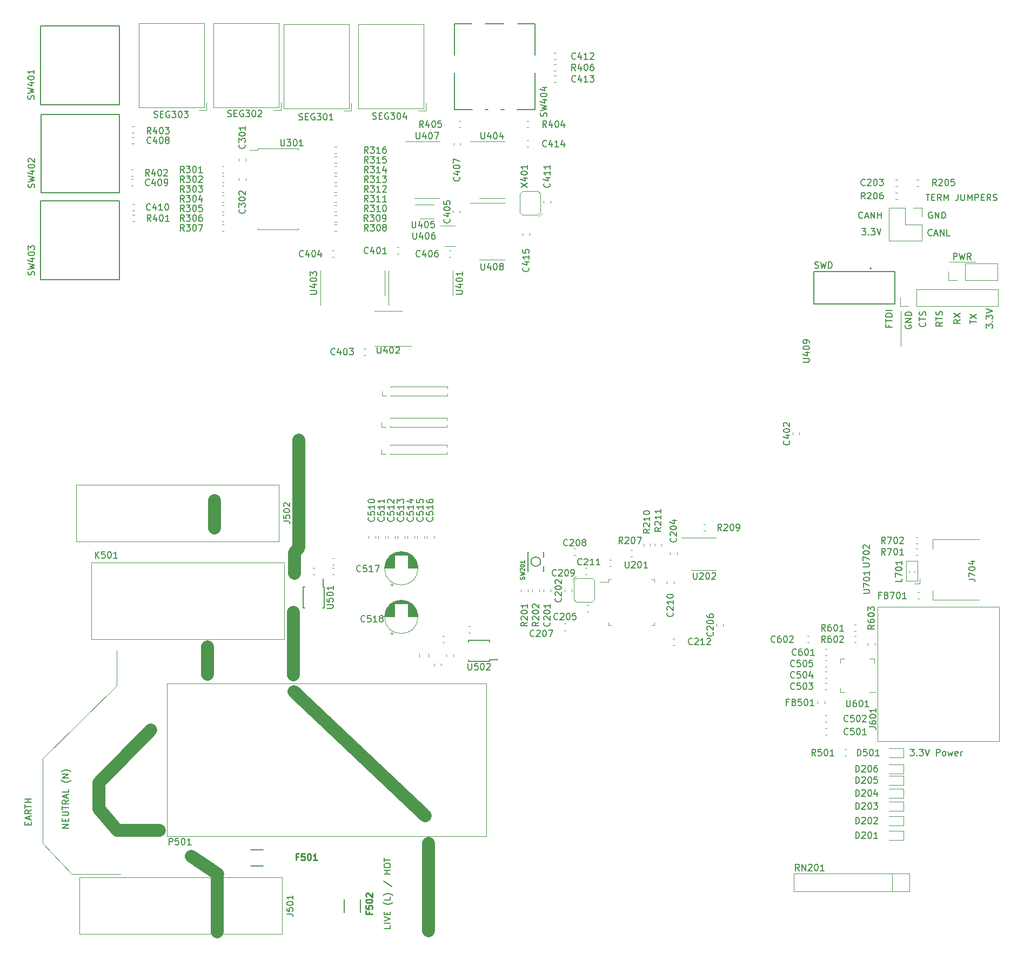
<source format=gbr>
%TF.GenerationSoftware,KiCad,Pcbnew,(5.1.6)-1*%
%TF.CreationDate,2020-10-20T11:52:01-07:00*%
%TF.ProjectId,ReflowOven,5265666c-6f77-44f7-9665-6e2e6b696361,rev?*%
%TF.SameCoordinates,Original*%
%TF.FileFunction,Legend,Top*%
%TF.FilePolarity,Positive*%
%FSLAX46Y46*%
G04 Gerber Fmt 4.6, Leading zero omitted, Abs format (unit mm)*
G04 Created by KiCad (PCBNEW (5.1.6)-1) date 2020-10-20 11:52:01*
%MOMM*%
%LPD*%
G01*
G04 APERTURE LIST*
%ADD10C,0.150000*%
%ADD11C,0.120000*%
%ADD12C,2.000000*%
%ADD13C,0.200000*%
%ADD14C,0.100000*%
%ADD15C,0.127000*%
%ADD16C,0.152400*%
%ADD17C,0.250000*%
G04 APERTURE END LIST*
D10*
X22280571Y-162448619D02*
X22280571Y-162115285D01*
X22804380Y-161972428D02*
X22804380Y-162448619D01*
X21804380Y-162448619D01*
X21804380Y-161972428D01*
X22518666Y-161591476D02*
X22518666Y-161115285D01*
X22804380Y-161686714D02*
X21804380Y-161353380D01*
X22804380Y-161020047D01*
X22804380Y-160115285D02*
X22328190Y-160448619D01*
X22804380Y-160686714D02*
X21804380Y-160686714D01*
X21804380Y-160305761D01*
X21852000Y-160210523D01*
X21899619Y-160162904D01*
X21994857Y-160115285D01*
X22137714Y-160115285D01*
X22232952Y-160162904D01*
X22280571Y-160210523D01*
X22328190Y-160305761D01*
X22328190Y-160686714D01*
X21804380Y-159829571D02*
X21804380Y-159258142D01*
X22804380Y-159543857D02*
X21804380Y-159543857D01*
X22804380Y-158924809D02*
X21804380Y-158924809D01*
X22280571Y-158924809D02*
X22280571Y-158353380D01*
X22804380Y-158353380D02*
X21804380Y-158353380D01*
X79065380Y-178204190D02*
X79065380Y-178680380D01*
X78065380Y-178680380D01*
X79065380Y-177870857D02*
X78065380Y-177870857D01*
X78065380Y-177537523D02*
X79065380Y-177204190D01*
X78065380Y-176870857D01*
X78541571Y-176537523D02*
X78541571Y-176204190D01*
X79065380Y-176061333D02*
X79065380Y-176537523D01*
X78065380Y-176537523D01*
X78065380Y-176061333D01*
X79446333Y-174585142D02*
X79398714Y-174632761D01*
X79255857Y-174728000D01*
X79160619Y-174775619D01*
X79017761Y-174823238D01*
X78779666Y-174870857D01*
X78589190Y-174870857D01*
X78351095Y-174823238D01*
X78208238Y-174775619D01*
X78113000Y-174728000D01*
X77970142Y-174632761D01*
X77922523Y-174585142D01*
X79065380Y-173728000D02*
X79065380Y-174204190D01*
X78065380Y-174204190D01*
X79446333Y-173489904D02*
X79398714Y-173442285D01*
X79255857Y-173347047D01*
X79160619Y-173299428D01*
X79017761Y-173251809D01*
X78779666Y-173204190D01*
X78589190Y-173204190D01*
X78351095Y-173251809D01*
X78208238Y-173299428D01*
X78113000Y-173347047D01*
X77970142Y-173442285D01*
X77922523Y-173489904D01*
X78017761Y-171251809D02*
X79303476Y-172108952D01*
X79065380Y-170156571D02*
X78065380Y-170156571D01*
X78541571Y-170156571D02*
X78541571Y-169585142D01*
X79065380Y-169585142D02*
X78065380Y-169585142D01*
X78065380Y-168918476D02*
X78065380Y-168728000D01*
X78113000Y-168632761D01*
X78208238Y-168537523D01*
X78398714Y-168489904D01*
X78732047Y-168489904D01*
X78922523Y-168537523D01*
X79017761Y-168632761D01*
X79065380Y-168728000D01*
X79065380Y-168918476D01*
X79017761Y-169013714D01*
X78922523Y-169108952D01*
X78732047Y-169156571D01*
X78398714Y-169156571D01*
X78208238Y-169108952D01*
X78113000Y-169013714D01*
X78065380Y-168918476D01*
X78065380Y-168204190D02*
X78065380Y-167632761D01*
X79065380Y-167918476D02*
X78065380Y-167918476D01*
X28646380Y-162916619D02*
X27646380Y-162916619D01*
X28646380Y-162345190D01*
X27646380Y-162345190D01*
X28122571Y-161869000D02*
X28122571Y-161535666D01*
X28646380Y-161392809D02*
X28646380Y-161869000D01*
X27646380Y-161869000D01*
X27646380Y-161392809D01*
X27646380Y-160964238D02*
X28455904Y-160964238D01*
X28551142Y-160916619D01*
X28598761Y-160869000D01*
X28646380Y-160773761D01*
X28646380Y-160583285D01*
X28598761Y-160488047D01*
X28551142Y-160440428D01*
X28455904Y-160392809D01*
X27646380Y-160392809D01*
X27646380Y-160059476D02*
X27646380Y-159488047D01*
X28646380Y-159773761D02*
X27646380Y-159773761D01*
X28646380Y-158583285D02*
X28170190Y-158916619D01*
X28646380Y-159154714D02*
X27646380Y-159154714D01*
X27646380Y-158773761D01*
X27694000Y-158678523D01*
X27741619Y-158630904D01*
X27836857Y-158583285D01*
X27979714Y-158583285D01*
X28074952Y-158630904D01*
X28122571Y-158678523D01*
X28170190Y-158773761D01*
X28170190Y-159154714D01*
X28360666Y-158202333D02*
X28360666Y-157726142D01*
X28646380Y-158297571D02*
X27646380Y-157964238D01*
X28646380Y-157630904D01*
X28646380Y-156821380D02*
X28646380Y-157297571D01*
X27646380Y-157297571D01*
X29027333Y-155440428D02*
X28979714Y-155488047D01*
X28836857Y-155583285D01*
X28741619Y-155630904D01*
X28598761Y-155678523D01*
X28360666Y-155726142D01*
X28170190Y-155726142D01*
X27932095Y-155678523D01*
X27789238Y-155630904D01*
X27694000Y-155583285D01*
X27551142Y-155488047D01*
X27503523Y-155440428D01*
X28646380Y-155059476D02*
X27646380Y-155059476D01*
X28646380Y-154488047D01*
X27646380Y-154488047D01*
X29027333Y-154107095D02*
X28979714Y-154059476D01*
X28836857Y-153964238D01*
X28741619Y-153916619D01*
X28598761Y-153869000D01*
X28360666Y-153821380D01*
X28170190Y-153821380D01*
X27932095Y-153869000D01*
X27789238Y-153916619D01*
X27694000Y-153964238D01*
X27551142Y-154059476D01*
X27503523Y-154107095D01*
X172426380Y-84534190D02*
X172426380Y-83915142D01*
X172807333Y-84248476D01*
X172807333Y-84105619D01*
X172854952Y-84010380D01*
X172902571Y-83962761D01*
X172997809Y-83915142D01*
X173235904Y-83915142D01*
X173331142Y-83962761D01*
X173378761Y-84010380D01*
X173426380Y-84105619D01*
X173426380Y-84391333D01*
X173378761Y-84486571D01*
X173331142Y-84534190D01*
X173331142Y-83486571D02*
X173378761Y-83438952D01*
X173426380Y-83486571D01*
X173378761Y-83534190D01*
X173331142Y-83486571D01*
X173426380Y-83486571D01*
X172426380Y-83105619D02*
X172426380Y-82486571D01*
X172807333Y-82819904D01*
X172807333Y-82677047D01*
X172854952Y-82581809D01*
X172902571Y-82534190D01*
X172997809Y-82486571D01*
X173235904Y-82486571D01*
X173331142Y-82534190D01*
X173378761Y-82581809D01*
X173426380Y-82677047D01*
X173426380Y-82962761D01*
X173378761Y-83058000D01*
X173331142Y-83105619D01*
X172426380Y-82200857D02*
X173426380Y-81867523D01*
X172426380Y-81534190D01*
X169886380Y-83819904D02*
X169886380Y-83248476D01*
X170886380Y-83534190D02*
X169886380Y-83534190D01*
X169886380Y-83010380D02*
X170886380Y-82343714D01*
X169886380Y-82343714D02*
X170886380Y-83010380D01*
X168346380Y-83224666D02*
X167870190Y-83558000D01*
X168346380Y-83796095D02*
X167346380Y-83796095D01*
X167346380Y-83415142D01*
X167394000Y-83319904D01*
X167441619Y-83272285D01*
X167536857Y-83224666D01*
X167679714Y-83224666D01*
X167774952Y-83272285D01*
X167822571Y-83319904D01*
X167870190Y-83415142D01*
X167870190Y-83796095D01*
X167346380Y-82891333D02*
X168346380Y-82224666D01*
X167346380Y-82224666D02*
X168346380Y-82891333D01*
X165552380Y-83605619D02*
X165076190Y-83938952D01*
X165552380Y-84177047D02*
X164552380Y-84177047D01*
X164552380Y-83796095D01*
X164600000Y-83700857D01*
X164647619Y-83653238D01*
X164742857Y-83605619D01*
X164885714Y-83605619D01*
X164980952Y-83653238D01*
X165028571Y-83700857D01*
X165076190Y-83796095D01*
X165076190Y-84177047D01*
X164552380Y-83319904D02*
X164552380Y-82748476D01*
X165552380Y-83034190D02*
X164552380Y-83034190D01*
X165504761Y-82462761D02*
X165552380Y-82319904D01*
X165552380Y-82081809D01*
X165504761Y-81986571D01*
X165457142Y-81938952D01*
X165361904Y-81891333D01*
X165266666Y-81891333D01*
X165171428Y-81938952D01*
X165123809Y-81986571D01*
X165076190Y-82081809D01*
X165028571Y-82272285D01*
X164980952Y-82367523D01*
X164933333Y-82415142D01*
X164838095Y-82462761D01*
X164742857Y-82462761D01*
X164647619Y-82415142D01*
X164600000Y-82367523D01*
X164552380Y-82272285D01*
X164552380Y-82034190D01*
X164600000Y-81891333D01*
X162853642Y-83669119D02*
X162901261Y-83716738D01*
X162948880Y-83859595D01*
X162948880Y-83954833D01*
X162901261Y-84097690D01*
X162806023Y-84192928D01*
X162710785Y-84240547D01*
X162520309Y-84288166D01*
X162377452Y-84288166D01*
X162186976Y-84240547D01*
X162091738Y-84192928D01*
X161996500Y-84097690D01*
X161948880Y-83954833D01*
X161948880Y-83859595D01*
X161996500Y-83716738D01*
X162044119Y-83669119D01*
X161948880Y-83383404D02*
X161948880Y-82811976D01*
X162948880Y-83097690D02*
X161948880Y-83097690D01*
X162901261Y-82526261D02*
X162948880Y-82383404D01*
X162948880Y-82145309D01*
X162901261Y-82050071D01*
X162853642Y-82002452D01*
X162758404Y-81954833D01*
X162663166Y-81954833D01*
X162567928Y-82002452D01*
X162520309Y-82050071D01*
X162472690Y-82145309D01*
X162425071Y-82335785D01*
X162377452Y-82431023D01*
X162329833Y-82478642D01*
X162234595Y-82526261D01*
X162139357Y-82526261D01*
X162044119Y-82478642D01*
X161996500Y-82431023D01*
X161948880Y-82335785D01*
X161948880Y-82097690D01*
X161996500Y-81954833D01*
X167322666Y-73794880D02*
X167322666Y-72794880D01*
X167703619Y-72794880D01*
X167798857Y-72842500D01*
X167846476Y-72890119D01*
X167894095Y-72985357D01*
X167894095Y-73128214D01*
X167846476Y-73223452D01*
X167798857Y-73271071D01*
X167703619Y-73318690D01*
X167322666Y-73318690D01*
X168227428Y-72794880D02*
X168465523Y-73794880D01*
X168656000Y-73080595D01*
X168846476Y-73794880D01*
X169084571Y-72794880D01*
X170036952Y-73794880D02*
X169703619Y-73318690D01*
X169465523Y-73794880D02*
X169465523Y-72794880D01*
X169846476Y-72794880D01*
X169941714Y-72842500D01*
X169989333Y-72890119D01*
X170036952Y-72985357D01*
X170036952Y-73128214D01*
X169989333Y-73223452D01*
X169941714Y-73271071D01*
X169846476Y-73318690D01*
X169465523Y-73318690D01*
D11*
X170815000Y-74168000D02*
X166687500Y-74168000D01*
D10*
X162997261Y-63523880D02*
X163568690Y-63523880D01*
X163282976Y-64523880D02*
X163282976Y-63523880D01*
X163902023Y-64000071D02*
X164235357Y-64000071D01*
X164378214Y-64523880D02*
X163902023Y-64523880D01*
X163902023Y-63523880D01*
X164378214Y-63523880D01*
X165378214Y-64523880D02*
X165044880Y-64047690D01*
X164806785Y-64523880D02*
X164806785Y-63523880D01*
X165187738Y-63523880D01*
X165282976Y-63571500D01*
X165330595Y-63619119D01*
X165378214Y-63714357D01*
X165378214Y-63857214D01*
X165330595Y-63952452D01*
X165282976Y-64000071D01*
X165187738Y-64047690D01*
X164806785Y-64047690D01*
X165806785Y-64523880D02*
X165806785Y-63523880D01*
X166140119Y-64238166D01*
X166473452Y-63523880D01*
X166473452Y-64523880D01*
X167997261Y-63523880D02*
X167997261Y-64238166D01*
X167949642Y-64381023D01*
X167854404Y-64476261D01*
X167711547Y-64523880D01*
X167616309Y-64523880D01*
X168473452Y-63523880D02*
X168473452Y-64333404D01*
X168521071Y-64428642D01*
X168568690Y-64476261D01*
X168663928Y-64523880D01*
X168854404Y-64523880D01*
X168949642Y-64476261D01*
X168997261Y-64428642D01*
X169044880Y-64333404D01*
X169044880Y-63523880D01*
X169521071Y-64523880D02*
X169521071Y-63523880D01*
X169854404Y-64238166D01*
X170187738Y-63523880D01*
X170187738Y-64523880D01*
X170663928Y-64523880D02*
X170663928Y-63523880D01*
X171044880Y-63523880D01*
X171140119Y-63571500D01*
X171187738Y-63619119D01*
X171235357Y-63714357D01*
X171235357Y-63857214D01*
X171187738Y-63952452D01*
X171140119Y-64000071D01*
X171044880Y-64047690D01*
X170663928Y-64047690D01*
X171663928Y-64000071D02*
X171997261Y-64000071D01*
X172140119Y-64523880D02*
X171663928Y-64523880D01*
X171663928Y-63523880D01*
X172140119Y-63523880D01*
X173140119Y-64523880D02*
X172806785Y-64047690D01*
X172568690Y-64523880D02*
X172568690Y-63523880D01*
X172949642Y-63523880D01*
X173044880Y-63571500D01*
X173092500Y-63619119D01*
X173140119Y-63714357D01*
X173140119Y-63857214D01*
X173092500Y-63952452D01*
X173044880Y-64000071D01*
X172949642Y-64047690D01*
X172568690Y-64047690D01*
X173521071Y-64476261D02*
X173663928Y-64523880D01*
X173902023Y-64523880D01*
X173997261Y-64476261D01*
X174044880Y-64428642D01*
X174092500Y-64333404D01*
X174092500Y-64238166D01*
X174044880Y-64142928D01*
X173997261Y-64095309D01*
X173902023Y-64047690D01*
X173711547Y-64000071D01*
X173616309Y-63952452D01*
X173568690Y-63904833D01*
X173521071Y-63809595D01*
X173521071Y-63714357D01*
X173568690Y-63619119D01*
X173616309Y-63571500D01*
X173711547Y-63523880D01*
X173949642Y-63523880D01*
X174092500Y-63571500D01*
X163925380Y-69953142D02*
X163877761Y-70000761D01*
X163734904Y-70048380D01*
X163639666Y-70048380D01*
X163496809Y-70000761D01*
X163401571Y-69905523D01*
X163353952Y-69810285D01*
X163306333Y-69619809D01*
X163306333Y-69476952D01*
X163353952Y-69286476D01*
X163401571Y-69191238D01*
X163496809Y-69096000D01*
X163639666Y-69048380D01*
X163734904Y-69048380D01*
X163877761Y-69096000D01*
X163925380Y-69143619D01*
X164306333Y-69762666D02*
X164782523Y-69762666D01*
X164211095Y-70048380D02*
X164544428Y-69048380D01*
X164877761Y-70048380D01*
X165211095Y-70048380D02*
X165211095Y-69048380D01*
X165782523Y-70048380D01*
X165782523Y-69048380D01*
X166734904Y-70048380D02*
X166258714Y-70048380D01*
X166258714Y-69048380D01*
X163957095Y-66365500D02*
X163861857Y-66317880D01*
X163719000Y-66317880D01*
X163576142Y-66365500D01*
X163480904Y-66460738D01*
X163433285Y-66555976D01*
X163385666Y-66746452D01*
X163385666Y-66889309D01*
X163433285Y-67079785D01*
X163480904Y-67175023D01*
X163576142Y-67270261D01*
X163719000Y-67317880D01*
X163814238Y-67317880D01*
X163957095Y-67270261D01*
X164004714Y-67222642D01*
X164004714Y-66889309D01*
X163814238Y-66889309D01*
X164433285Y-67317880D02*
X164433285Y-66317880D01*
X165004714Y-67317880D01*
X165004714Y-66317880D01*
X165480904Y-67317880D02*
X165480904Y-66317880D01*
X165719000Y-66317880D01*
X165861857Y-66365500D01*
X165957095Y-66460738D01*
X166004714Y-66555976D01*
X166052333Y-66746452D01*
X166052333Y-66889309D01*
X166004714Y-67079785D01*
X165957095Y-67175023D01*
X165861857Y-67270261D01*
X165719000Y-67317880D01*
X165480904Y-67317880D01*
X152955809Y-68921380D02*
X153574857Y-68921380D01*
X153241523Y-69302333D01*
X153384380Y-69302333D01*
X153479619Y-69349952D01*
X153527238Y-69397571D01*
X153574857Y-69492809D01*
X153574857Y-69730904D01*
X153527238Y-69826142D01*
X153479619Y-69873761D01*
X153384380Y-69921380D01*
X153098666Y-69921380D01*
X153003428Y-69873761D01*
X152955809Y-69826142D01*
X154003428Y-69826142D02*
X154051047Y-69873761D01*
X154003428Y-69921380D01*
X153955809Y-69873761D01*
X154003428Y-69826142D01*
X154003428Y-69921380D01*
X154384380Y-68921380D02*
X155003428Y-68921380D01*
X154670095Y-69302333D01*
X154812952Y-69302333D01*
X154908190Y-69349952D01*
X154955809Y-69397571D01*
X155003428Y-69492809D01*
X155003428Y-69730904D01*
X154955809Y-69826142D01*
X154908190Y-69873761D01*
X154812952Y-69921380D01*
X154527238Y-69921380D01*
X154432000Y-69873761D01*
X154384380Y-69826142D01*
X155289142Y-68921380D02*
X155622476Y-69921380D01*
X155955809Y-68921380D01*
X153074833Y-67222642D02*
X153027214Y-67270261D01*
X152884357Y-67317880D01*
X152789119Y-67317880D01*
X152646261Y-67270261D01*
X152551023Y-67175023D01*
X152503404Y-67079785D01*
X152455785Y-66889309D01*
X152455785Y-66746452D01*
X152503404Y-66555976D01*
X152551023Y-66460738D01*
X152646261Y-66365500D01*
X152789119Y-66317880D01*
X152884357Y-66317880D01*
X153027214Y-66365500D01*
X153074833Y-66413119D01*
X153455785Y-67032166D02*
X153931976Y-67032166D01*
X153360547Y-67317880D02*
X153693880Y-66317880D01*
X154027214Y-67317880D01*
X154360547Y-67317880D02*
X154360547Y-66317880D01*
X154931976Y-67317880D01*
X154931976Y-66317880D01*
X155408166Y-67317880D02*
X155408166Y-66317880D01*
X155408166Y-66794071D02*
X155979595Y-66794071D01*
X155979595Y-67317880D02*
X155979595Y-66317880D01*
X145581857Y-75080761D02*
X145724714Y-75128380D01*
X145962809Y-75128380D01*
X146058047Y-75080761D01*
X146105666Y-75033142D01*
X146153285Y-74937904D01*
X146153285Y-74842666D01*
X146105666Y-74747428D01*
X146058047Y-74699809D01*
X145962809Y-74652190D01*
X145772333Y-74604571D01*
X145677095Y-74556952D01*
X145629476Y-74509333D01*
X145581857Y-74414095D01*
X145581857Y-74318857D01*
X145629476Y-74223619D01*
X145677095Y-74176000D01*
X145772333Y-74128380D01*
X146010428Y-74128380D01*
X146153285Y-74176000D01*
X146486619Y-74128380D02*
X146724714Y-75128380D01*
X146915190Y-74414095D01*
X147105666Y-75128380D01*
X147343761Y-74128380D01*
X147724714Y-75128380D02*
X147724714Y-74128380D01*
X147962809Y-74128380D01*
X148105666Y-74176000D01*
X148200904Y-74271238D01*
X148248523Y-74366476D01*
X148296142Y-74556952D01*
X148296142Y-74699809D01*
X148248523Y-74890285D01*
X148200904Y-74985523D01*
X148105666Y-75080761D01*
X147962809Y-75128380D01*
X147724714Y-75128380D01*
D11*
X159067500Y-81851500D02*
X159067500Y-87376000D01*
D10*
X159774000Y-84073904D02*
X159726380Y-84169142D01*
X159726380Y-84312000D01*
X159774000Y-84454857D01*
X159869238Y-84550095D01*
X159964476Y-84597714D01*
X160154952Y-84645333D01*
X160297809Y-84645333D01*
X160488285Y-84597714D01*
X160583523Y-84550095D01*
X160678761Y-84454857D01*
X160726380Y-84312000D01*
X160726380Y-84216761D01*
X160678761Y-84073904D01*
X160631142Y-84026285D01*
X160297809Y-84026285D01*
X160297809Y-84216761D01*
X160726380Y-83597714D02*
X159726380Y-83597714D01*
X160726380Y-83026285D01*
X159726380Y-83026285D01*
X160726380Y-82550095D02*
X159726380Y-82550095D01*
X159726380Y-82312000D01*
X159774000Y-82169142D01*
X159869238Y-82073904D01*
X159964476Y-82026285D01*
X160154952Y-81978666D01*
X160297809Y-81978666D01*
X160488285Y-82026285D01*
X160583523Y-82073904D01*
X160678761Y-82169142D01*
X160726380Y-82312000D01*
X160726380Y-82550095D01*
X157154571Y-84034190D02*
X157154571Y-84367523D01*
X157678380Y-84367523D02*
X156678380Y-84367523D01*
X156678380Y-83891333D01*
X156678380Y-83653238D02*
X156678380Y-83081809D01*
X157678380Y-83367523D02*
X156678380Y-83367523D01*
X157678380Y-82748476D02*
X156678380Y-82748476D01*
X156678380Y-82510380D01*
X156726000Y-82367523D01*
X156821238Y-82272285D01*
X156916476Y-82224666D01*
X157106952Y-82177047D01*
X157249809Y-82177047D01*
X157440285Y-82224666D01*
X157535523Y-82272285D01*
X157630761Y-82367523D01*
X157678380Y-82510380D01*
X157678380Y-82748476D01*
X157678380Y-81748476D02*
X156678380Y-81748476D01*
D12*
X51498500Y-111569500D02*
X51498500Y-115887500D01*
X84582000Y-161036000D02*
X63944500Y-141541500D01*
X64770000Y-111442500D02*
X64770000Y-102044500D01*
X64770000Y-118935500D02*
X64770000Y-111442500D01*
X64071500Y-119761000D02*
X64770000Y-118935500D01*
X64071500Y-122999500D02*
X64071500Y-119761000D01*
X63881000Y-138874500D02*
X63881000Y-129095500D01*
X85090000Y-179070000D02*
X85090000Y-165354000D01*
D11*
X36195000Y-140589000D02*
X36195000Y-135128000D01*
X24638000Y-152019000D02*
X36195000Y-140589000D01*
X24638000Y-165354000D02*
X24638000Y-152019000D01*
X29210000Y-170180000D02*
X24638000Y-165354000D01*
X36830000Y-170180000D02*
X29210000Y-170180000D01*
D12*
X50419000Y-134493000D02*
X50419000Y-138811000D01*
X33401000Y-159893000D02*
X33401000Y-155829000D01*
X33401000Y-155829000D02*
X41529000Y-147574000D01*
X36322000Y-163322000D02*
X33401000Y-159893000D01*
X42926000Y-163322000D02*
X36322000Y-163322000D01*
X52070000Y-170180000D02*
X47879000Y-167386000D01*
X51943000Y-179197000D02*
X51943000Y-170180000D01*
D10*
X160520571Y-150582380D02*
X161139619Y-150582380D01*
X160806285Y-150963333D01*
X160949142Y-150963333D01*
X161044380Y-151010952D01*
X161092000Y-151058571D01*
X161139619Y-151153809D01*
X161139619Y-151391904D01*
X161092000Y-151487142D01*
X161044380Y-151534761D01*
X160949142Y-151582380D01*
X160663428Y-151582380D01*
X160568190Y-151534761D01*
X160520571Y-151487142D01*
X161568190Y-151487142D02*
X161615809Y-151534761D01*
X161568190Y-151582380D01*
X161520571Y-151534761D01*
X161568190Y-151487142D01*
X161568190Y-151582380D01*
X161949142Y-150582380D02*
X162568190Y-150582380D01*
X162234857Y-150963333D01*
X162377714Y-150963333D01*
X162472952Y-151010952D01*
X162520571Y-151058571D01*
X162568190Y-151153809D01*
X162568190Y-151391904D01*
X162520571Y-151487142D01*
X162472952Y-151534761D01*
X162377714Y-151582380D01*
X162092000Y-151582380D01*
X161996761Y-151534761D01*
X161949142Y-151487142D01*
X162853904Y-150582380D02*
X163187238Y-151582380D01*
X163520571Y-150582380D01*
X164615809Y-151582380D02*
X164615809Y-150582380D01*
X164996761Y-150582380D01*
X165092000Y-150630000D01*
X165139619Y-150677619D01*
X165187238Y-150772857D01*
X165187238Y-150915714D01*
X165139619Y-151010952D01*
X165092000Y-151058571D01*
X164996761Y-151106190D01*
X164615809Y-151106190D01*
X165758666Y-151582380D02*
X165663428Y-151534761D01*
X165615809Y-151487142D01*
X165568190Y-151391904D01*
X165568190Y-151106190D01*
X165615809Y-151010952D01*
X165663428Y-150963333D01*
X165758666Y-150915714D01*
X165901523Y-150915714D01*
X165996761Y-150963333D01*
X166044380Y-151010952D01*
X166092000Y-151106190D01*
X166092000Y-151391904D01*
X166044380Y-151487142D01*
X165996761Y-151534761D01*
X165901523Y-151582380D01*
X165758666Y-151582380D01*
X166425333Y-150915714D02*
X166615809Y-151582380D01*
X166806285Y-151106190D01*
X166996761Y-151582380D01*
X167187238Y-150915714D01*
X167949142Y-151534761D02*
X167853904Y-151582380D01*
X167663428Y-151582380D01*
X167568190Y-151534761D01*
X167520571Y-151439523D01*
X167520571Y-151058571D01*
X167568190Y-150963333D01*
X167663428Y-150915714D01*
X167853904Y-150915714D01*
X167949142Y-150963333D01*
X167996761Y-151058571D01*
X167996761Y-151153809D01*
X167520571Y-151249047D01*
X168425333Y-151582380D02*
X168425333Y-150915714D01*
X168425333Y-151106190D02*
X168472952Y-151010952D01*
X168520571Y-150963333D01*
X168615809Y-150915714D01*
X168711047Y-150915714D01*
D13*
%TO.C,SW403*%
X36587323Y-64594819D02*
X36587323Y-76914819D01*
X24267323Y-64594819D02*
X36587323Y-64594819D01*
X24267323Y-76914819D02*
X24267323Y-64594819D01*
X36587323Y-76914819D02*
X24267323Y-76914819D01*
%TO.C,SW402*%
X36640000Y-50990000D02*
X36640000Y-63310000D01*
X24320000Y-50990000D02*
X36640000Y-50990000D01*
X24320000Y-63310000D02*
X24320000Y-50990000D01*
X36640000Y-63310000D02*
X24320000Y-63310000D01*
%TO.C,SW401*%
X24267323Y-37151766D02*
X36587323Y-37151766D01*
X24267323Y-49471766D02*
X24267323Y-37151766D01*
X36587323Y-49471766D02*
X24267323Y-49471766D01*
X36587323Y-37151766D02*
X36587323Y-49471766D01*
D14*
%TO.C,SW201*%
X100654000Y-119008000D02*
G75*
G03*
X100654000Y-119008000I-50000J0D01*
G01*
D15*
X103104000Y-119658000D02*
X103104000Y-120458000D01*
X103004000Y-119658000D02*
X103104000Y-119658000D01*
X103104000Y-122658000D02*
X103104000Y-121858000D01*
X103004000Y-122658000D02*
X103104000Y-122658000D01*
X100604000Y-119658000D02*
X100704000Y-119658000D01*
X100604000Y-122658000D02*
X100604000Y-119658000D01*
X100704000Y-122658000D02*
X100604000Y-122658000D01*
X102604000Y-121158000D02*
G75*
G03*
X102604000Y-121158000I-750000J0D01*
G01*
D11*
%TO.C,X401*%
X102292000Y-67070000D02*
X102892000Y-66470000D01*
X102192000Y-66770000D02*
X99692000Y-66770000D01*
X102592000Y-66370000D02*
X102192000Y-66770000D01*
X102592000Y-63370000D02*
X102592000Y-66370000D01*
X102192000Y-63070000D02*
X102592000Y-63370000D01*
X99792000Y-63070000D02*
X102192000Y-63070000D01*
X99392000Y-63470000D02*
X99792000Y-63070000D01*
X99392000Y-66470000D02*
X99392000Y-63470000D01*
X99692000Y-66770000D02*
X99392000Y-66470000D01*
%TO.C,X201*%
X108143000Y-123459000D02*
X107543000Y-124059000D01*
X108243000Y-123759000D02*
X110743000Y-123759000D01*
X107843000Y-124159000D02*
X108243000Y-123759000D01*
X107843000Y-127159000D02*
X107843000Y-124159000D01*
X108243000Y-127459000D02*
X107843000Y-127159000D01*
X110643000Y-127459000D02*
X108243000Y-127459000D01*
X111043000Y-127059000D02*
X110643000Y-127459000D01*
X111043000Y-124059000D02*
X111043000Y-127059000D01*
X110743000Y-123759000D02*
X111043000Y-124059000D01*
D13*
%TO.C,J201*%
X154420000Y-75184000D02*
G75*
G03*
X154420000Y-75184000I-100000J0D01*
G01*
D15*
X158090000Y-75682000D02*
X158090000Y-80782000D01*
X145440000Y-75682000D02*
X158090000Y-75682000D01*
X145440000Y-80782000D02*
X145440000Y-75682000D01*
X158090000Y-80782000D02*
X145440000Y-80782000D01*
D11*
%TO.C,J601*%
X155448000Y-149352000D02*
X174498000Y-149352000D01*
X174498000Y-149352000D02*
X174498000Y-128270000D01*
X174498000Y-128270000D02*
X155448000Y-128270000D01*
X155448000Y-128270000D02*
X155448000Y-149352000D01*
%TO.C,SEG304*%
X84654000Y-49251000D02*
X84654000Y-50451000D01*
X84294000Y-50091000D02*
X84294000Y-36871000D01*
X74074000Y-36871000D02*
X74074000Y-50091000D01*
X84294000Y-36871000D02*
X74074000Y-36871000D01*
X74074000Y-50091000D02*
X84294000Y-50091000D01*
X84654000Y-50451000D02*
X83454000Y-50451000D01*
%TO.C,SEG302*%
X61921000Y-49124000D02*
X61921000Y-50324000D01*
X61561000Y-49964000D02*
X61561000Y-36744000D01*
X51341000Y-36744000D02*
X51341000Y-49964000D01*
X61561000Y-36744000D02*
X51341000Y-36744000D01*
X51341000Y-49964000D02*
X61561000Y-49964000D01*
X61921000Y-50324000D02*
X60721000Y-50324000D01*
%TO.C,SEG301*%
X72970000Y-49251000D02*
X72970000Y-50451000D01*
X72610000Y-50091000D02*
X72610000Y-36871000D01*
X62390000Y-36871000D02*
X62390000Y-50091000D01*
X72610000Y-36871000D02*
X62390000Y-36871000D01*
X62390000Y-50091000D02*
X72610000Y-50091000D01*
X72970000Y-50451000D02*
X71770000Y-50451000D01*
%TO.C,SEG303*%
X50237000Y-49124000D02*
X50237000Y-50324000D01*
X49877000Y-49964000D02*
X49877000Y-36744000D01*
X39657000Y-36744000D02*
X39657000Y-49964000D01*
X49877000Y-36744000D02*
X39657000Y-36744000D01*
X39657000Y-49964000D02*
X49877000Y-49964000D01*
X50237000Y-50324000D02*
X49037000Y-50324000D01*
%TO.C,K501*%
X62484000Y-121285000D02*
X62484000Y-133350000D01*
X32244000Y-121285000D02*
X62484000Y-121285000D01*
X32244000Y-133350000D02*
X62484000Y-133350000D01*
X32244000Y-121285000D02*
X32244000Y-133350000D01*
%TO.C,P501*%
X94101000Y-140240000D02*
X44101000Y-140240000D01*
X94101000Y-164240000D02*
X94101000Y-140240000D01*
X44101000Y-164240000D02*
X94101000Y-164240000D01*
X44101000Y-140240000D02*
X44101000Y-164240000D01*
%TO.C,J703*%
X158944000Y-81086000D02*
X158944000Y-79756000D01*
X160274000Y-81086000D02*
X158944000Y-81086000D01*
X161544000Y-81086000D02*
X161544000Y-78426000D01*
X161544000Y-78426000D02*
X174304000Y-78426000D01*
X161544000Y-81086000D02*
X174304000Y-81086000D01*
X174304000Y-81086000D02*
X174304000Y-78426000D01*
%TO.C,J701*%
X166500500Y-77022000D02*
X166500500Y-75692000D01*
X167830500Y-77022000D02*
X166500500Y-77022000D01*
X169100500Y-77022000D02*
X169100500Y-74362000D01*
X169100500Y-74362000D02*
X174240500Y-74362000D01*
X169100500Y-77022000D02*
X174240500Y-77022000D01*
X174240500Y-77022000D02*
X174240500Y-74362000D01*
%TO.C,J702*%
X162366000Y-65662500D02*
X162366000Y-66992500D01*
X161036000Y-65662500D02*
X162366000Y-65662500D01*
X162366000Y-68262500D02*
X162366000Y-70862500D01*
X159766000Y-68262500D02*
X162366000Y-68262500D01*
X159766000Y-65662500D02*
X159766000Y-68262500D01*
X162366000Y-70862500D02*
X157166000Y-70862500D01*
X159766000Y-65662500D02*
X157166000Y-65662500D01*
X157166000Y-65662500D02*
X157166000Y-70862500D01*
%TO.C,REF\u002A\u002A*%
X77674000Y-104263500D02*
X77674000Y-103568500D01*
X78359000Y-104263500D02*
X77674000Y-104263500D01*
X79044000Y-102960224D02*
X79044000Y-102873500D01*
X79044000Y-104263500D02*
X79044000Y-104176776D01*
X79044000Y-102873500D02*
X87919000Y-102873500D01*
X79044000Y-104263500D02*
X87919000Y-104263500D01*
X87919000Y-103174007D02*
X87919000Y-102873500D01*
X87919000Y-104263500D02*
X87919000Y-103962993D01*
X77737500Y-95119500D02*
X77737500Y-94424500D01*
X78422500Y-95119500D02*
X77737500Y-95119500D01*
X79107500Y-93816224D02*
X79107500Y-93729500D01*
X79107500Y-95119500D02*
X79107500Y-95032776D01*
X79107500Y-93729500D02*
X87982500Y-93729500D01*
X79107500Y-95119500D02*
X87982500Y-95119500D01*
X87982500Y-94030007D02*
X87982500Y-93729500D01*
X87982500Y-95119500D02*
X87982500Y-94818993D01*
X77674000Y-100009000D02*
X77674000Y-99314000D01*
X78359000Y-100009000D02*
X77674000Y-100009000D01*
X79044000Y-98705724D02*
X79044000Y-98619000D01*
X79044000Y-100009000D02*
X79044000Y-99922276D01*
X79044000Y-98619000D02*
X87919000Y-98619000D01*
X79044000Y-100009000D02*
X87919000Y-100009000D01*
X87919000Y-98919507D02*
X87919000Y-98619000D01*
X87919000Y-100009000D02*
X87919000Y-99708493D01*
%TO.C,U201*%
X113230000Y-124348000D02*
X111940000Y-124348000D01*
X113230000Y-123898000D02*
X113230000Y-124348000D01*
X113680000Y-123898000D02*
X113230000Y-123898000D01*
X120450000Y-123898000D02*
X120450000Y-124348000D01*
X120000000Y-123898000D02*
X120450000Y-123898000D01*
X113230000Y-131118000D02*
X113230000Y-130668000D01*
X113680000Y-131118000D02*
X113230000Y-131118000D01*
X120450000Y-131118000D02*
X120450000Y-130668000D01*
X120000000Y-131118000D02*
X120450000Y-131118000D01*
%TO.C,D501*%
X159473000Y-150395000D02*
X157188000Y-150395000D01*
X159473000Y-151865000D02*
X159473000Y-150395000D01*
X157188000Y-151865000D02*
X159473000Y-151865000D01*
D14*
%TO.C,U702*%
X154990000Y-122375000D02*
G75*
G03*
X154990000Y-122375000I-50000J0D01*
G01*
%TO.C,U701*%
X154990000Y-122671500D02*
G75*
G03*
X154990000Y-122671500I-50000J0D01*
G01*
D11*
%TO.C,U601*%
X150263333Y-141655333D02*
X149563333Y-141655333D01*
X149563333Y-141655333D02*
X149563333Y-140955333D01*
X150263333Y-136355333D02*
X149563333Y-136355333D01*
X149563333Y-136355333D02*
X149563333Y-137055333D01*
X154163333Y-136355333D02*
X154863333Y-136355333D01*
X154863333Y-136355333D02*
X154863333Y-137055333D01*
X154163333Y-141655333D02*
X155038333Y-141655333D01*
D10*
%TO.C,U502*%
X94639000Y-136578000D02*
X95864000Y-136578000D01*
X94639000Y-133453000D02*
X91289000Y-133453000D01*
X94639000Y-136803000D02*
X91289000Y-136803000D01*
X94639000Y-133453000D02*
X94639000Y-133753000D01*
X91289000Y-133453000D02*
X91289000Y-133753000D01*
X91289000Y-136803000D02*
X91289000Y-136503000D01*
X94639000Y-136803000D02*
X94639000Y-136578000D01*
%TO.C,U501*%
X68506000Y-125071000D02*
X68506000Y-123846000D01*
X65381000Y-125071000D02*
X65381000Y-128421000D01*
X68731000Y-125071000D02*
X68731000Y-128421000D01*
X65381000Y-125071000D02*
X65681000Y-125071000D01*
X65381000Y-128421000D02*
X65681000Y-128421000D01*
X68731000Y-128421000D02*
X68431000Y-128421000D01*
X68731000Y-125071000D02*
X68506000Y-125071000D01*
D11*
%TO.C,U408*%
X94996000Y-64907000D02*
X91546000Y-64907000D01*
X94996000Y-64907000D02*
X96946000Y-64907000D01*
X94996000Y-73777000D02*
X93046000Y-73777000D01*
X94996000Y-73777000D02*
X96946000Y-73777000D01*
%TO.C,U407*%
X84836000Y-55255000D02*
X81386000Y-55255000D01*
X84836000Y-55255000D02*
X86786000Y-55255000D01*
X84836000Y-64125000D02*
X82886000Y-64125000D01*
X84836000Y-64125000D02*
X86786000Y-64125000D01*
%TO.C,U406*%
X89192000Y-68504000D02*
X86892000Y-68504000D01*
X87592000Y-71704000D02*
X89192000Y-71704000D01*
%TO.C,U405*%
X85936000Y-65194000D02*
X82936000Y-65194000D01*
X85936000Y-67394000D02*
X83736000Y-67394000D01*
%TO.C,U404*%
X94996000Y-55255000D02*
X91546000Y-55255000D01*
X94996000Y-55255000D02*
X96946000Y-55255000D01*
X94996000Y-64125000D02*
X93046000Y-64125000D01*
X94996000Y-64125000D02*
X96946000Y-64125000D01*
%TO.C,U403*%
X68092000Y-77470000D02*
X68092000Y-80920000D01*
X68092000Y-77470000D02*
X68092000Y-75520000D01*
X78212000Y-77470000D02*
X78212000Y-79420000D01*
X78212000Y-77470000D02*
X78212000Y-75520000D01*
%TO.C,U402*%
X78740000Y-87317000D02*
X82340000Y-87317000D01*
X78740000Y-87317000D02*
X76540000Y-87317000D01*
X78740000Y-81847000D02*
X80940000Y-81847000D01*
X78740000Y-81847000D02*
X76540000Y-81847000D01*
%TO.C,U401*%
X78760000Y-77470000D02*
X78760000Y-80920000D01*
X78760000Y-77470000D02*
X78760000Y-75520000D01*
X88880000Y-77470000D02*
X88880000Y-79420000D01*
X88880000Y-77470000D02*
X88880000Y-75520000D01*
%TO.C,U301*%
X58308000Y-56578000D02*
X57018000Y-56578000D01*
X58308000Y-56378000D02*
X58308000Y-56578000D01*
X61468000Y-56378000D02*
X58308000Y-56378000D01*
X64628000Y-56378000D02*
X64628000Y-56578000D01*
X61468000Y-56378000D02*
X64628000Y-56378000D01*
X58308000Y-69098000D02*
X58308000Y-68898000D01*
X61468000Y-69098000D02*
X58308000Y-69098000D01*
X64628000Y-69098000D02*
X64628000Y-68898000D01*
X61468000Y-69098000D02*
X64628000Y-69098000D01*
%TO.C,U202*%
X128164000Y-117366000D02*
X124714000Y-117366000D01*
X128164000Y-117366000D02*
X130114000Y-117366000D01*
X128164000Y-122486000D02*
X126214000Y-122486000D01*
X128164000Y-122486000D02*
X130114000Y-122486000D01*
D16*
%TO.C,SW404*%
X96820856Y-36772304D02*
X93976928Y-36772304D01*
X91820856Y-36772304D02*
X89074292Y-36772304D01*
X89074292Y-50234304D02*
X91886148Y-50234304D01*
X101723492Y-50234304D02*
X101723492Y-44509144D01*
X101723492Y-36772304D02*
X98976928Y-36772304D01*
X89074292Y-36772304D02*
X89074292Y-41735464D01*
X93911636Y-50234304D02*
X94386148Y-50234304D01*
X96411636Y-50234304D02*
X96886148Y-50234304D01*
X98911636Y-50234304D02*
X101723492Y-50234304D01*
X89074292Y-44509144D02*
X89074292Y-50234304D01*
X101723492Y-41735464D02*
X101723492Y-36772304D01*
D11*
%TO.C,RN201*%
X157734000Y-172850000D02*
X157734000Y-170050000D01*
X142324000Y-172850000D02*
X160444000Y-172850000D01*
X142324000Y-170050000D02*
X142324000Y-172850000D01*
X160444000Y-170050000D02*
X142324000Y-170050000D01*
X160444000Y-172850000D02*
X160444000Y-170050000D01*
%TO.C,R702*%
X161706779Y-117346000D02*
X161381221Y-117346000D01*
X161706779Y-118366000D02*
X161381221Y-118366000D01*
%TO.C,R701*%
X161381221Y-120144000D02*
X161706779Y-120144000D01*
X161381221Y-119124000D02*
X161706779Y-119124000D01*
%TO.C,R603*%
X154942000Y-134274779D02*
X154942000Y-133949221D01*
X153922000Y-134274779D02*
X153922000Y-133949221D01*
%TO.C,R602*%
X151729221Y-133860000D02*
X152054779Y-133860000D01*
X151729221Y-132840000D02*
X152054779Y-132840000D01*
%TO.C,R601*%
X151729221Y-132082000D02*
X152054779Y-132082000D01*
X151729221Y-131062000D02*
X152054779Y-131062000D01*
%TO.C,R505*%
X87538779Y-132840000D02*
X87213221Y-132840000D01*
X87538779Y-133860000D02*
X87213221Y-133860000D01*
%TO.C,R504*%
X83618000Y-135631422D02*
X83618000Y-136148578D01*
X85038000Y-135631422D02*
X85038000Y-136148578D01*
%TO.C,R503*%
X86997000Y-137449779D02*
X86997000Y-137124221D01*
X85977000Y-137449779D02*
X85977000Y-137124221D01*
%TO.C,R502*%
X66893221Y-123192000D02*
X67218779Y-123192000D01*
X66893221Y-122172000D02*
X67218779Y-122172000D01*
%TO.C,R501*%
X150205221Y-151640000D02*
X150530779Y-151640000D01*
X150205221Y-150620000D02*
X150530779Y-150620000D01*
%TO.C,R406*%
X104707221Y-44196000D02*
X105032779Y-44196000D01*
X104707221Y-43176000D02*
X105032779Y-43176000D01*
%TO.C,R405*%
X89753221Y-53088000D02*
X90078779Y-53088000D01*
X89753221Y-52068000D02*
X90078779Y-52068000D01*
%TO.C,R404*%
X100746779Y-52068000D02*
X100421221Y-52068000D01*
X100746779Y-53088000D02*
X100421221Y-53088000D01*
%TO.C,R403*%
X38593221Y-53886000D02*
X38918779Y-53886000D01*
X38593221Y-52866000D02*
X38918779Y-52866000D01*
%TO.C,R402*%
X38445221Y-60708000D02*
X38770779Y-60708000D01*
X38445221Y-59688000D02*
X38770779Y-59688000D01*
%TO.C,R401*%
X38667221Y-67820000D02*
X38992779Y-67820000D01*
X38667221Y-66800000D02*
X38992779Y-66800000D01*
%TO.C,R316*%
X70647779Y-56132000D02*
X70322221Y-56132000D01*
X70647779Y-57152000D02*
X70322221Y-57152000D01*
%TO.C,R315*%
X70647779Y-57656000D02*
X70322221Y-57656000D01*
X70647779Y-58676000D02*
X70322221Y-58676000D01*
%TO.C,R314*%
X70647779Y-59180000D02*
X70322221Y-59180000D01*
X70647779Y-60200000D02*
X70322221Y-60200000D01*
%TO.C,R313*%
X70647779Y-60704000D02*
X70322221Y-60704000D01*
X70647779Y-61724000D02*
X70322221Y-61724000D01*
%TO.C,R312*%
X70647779Y-62228000D02*
X70322221Y-62228000D01*
X70647779Y-63248000D02*
X70322221Y-63248000D01*
%TO.C,R311*%
X70647779Y-63752000D02*
X70322221Y-63752000D01*
X70647779Y-64772000D02*
X70322221Y-64772000D01*
%TO.C,R310*%
X70647779Y-65276000D02*
X70322221Y-65276000D01*
X70647779Y-66296000D02*
X70322221Y-66296000D01*
%TO.C,R309*%
X70647779Y-66850800D02*
X70322221Y-66850800D01*
X70647779Y-67870800D02*
X70322221Y-67870800D01*
%TO.C,R308*%
X70647779Y-68324000D02*
X70322221Y-68324000D01*
X70647779Y-69344000D02*
X70322221Y-69344000D01*
%TO.C,R307*%
X52669221Y-69344000D02*
X52994779Y-69344000D01*
X52669221Y-68324000D02*
X52994779Y-68324000D01*
%TO.C,R306*%
X52669221Y-67820000D02*
X52994779Y-67820000D01*
X52669221Y-66800000D02*
X52994779Y-66800000D01*
%TO.C,R305*%
X52669221Y-66296000D02*
X52994779Y-66296000D01*
X52669221Y-65276000D02*
X52994779Y-65276000D01*
%TO.C,R304*%
X52669221Y-64772000D02*
X52994779Y-64772000D01*
X52669221Y-63752000D02*
X52994779Y-63752000D01*
%TO.C,R303*%
X52669221Y-63248000D02*
X52994779Y-63248000D01*
X52669221Y-62228000D02*
X52994779Y-62228000D01*
%TO.C,R302*%
X52669221Y-61724000D02*
X52994779Y-61724000D01*
X52669221Y-60704000D02*
X52994779Y-60704000D01*
%TO.C,R301*%
X52669221Y-60200000D02*
X52994779Y-60200000D01*
X52669221Y-59180000D02*
X52994779Y-59180000D01*
%TO.C,R211*%
X120521000Y-118328221D02*
X120521000Y-118653779D01*
X121541000Y-118328221D02*
X121541000Y-118653779D01*
%TO.C,R210*%
X119763000Y-118653779D02*
X119763000Y-118328221D01*
X118743000Y-118653779D02*
X118743000Y-118328221D01*
%TO.C,R209*%
X128432779Y-115314000D02*
X128107221Y-115314000D01*
X128432779Y-116334000D02*
X128107221Y-116334000D01*
%TO.C,R207*%
X116677221Y-120398000D02*
X117002779Y-120398000D01*
X116677221Y-119378000D02*
X117002779Y-119378000D01*
%TO.C,R206*%
X158531779Y-63307500D02*
X158206221Y-63307500D01*
X158531779Y-64327500D02*
X158206221Y-64327500D01*
%TO.C,R205*%
X161508221Y-62295500D02*
X161833779Y-62295500D01*
X161508221Y-61275500D02*
X161833779Y-61275500D01*
%TO.C,R202*%
X102364000Y-125892779D02*
X102364000Y-125567221D01*
X101344000Y-125892779D02*
X101344000Y-125567221D01*
%TO.C,R201*%
X100586000Y-125892779D02*
X100586000Y-125567221D01*
X99566000Y-125892779D02*
X99566000Y-125567221D01*
%TO.C,L701*%
X160401000Y-122809000D02*
X160401000Y-122555000D01*
X161163000Y-122809000D02*
X161163000Y-122555000D01*
X162052000Y-124587000D02*
X162052000Y-123825000D01*
X161163000Y-124587000D02*
X162052000Y-124587000D01*
X161671000Y-124206000D02*
X159893000Y-124206000D01*
X161671000Y-121031000D02*
X161671000Y-124206000D01*
X159893000Y-121031000D02*
X161671000Y-121031000D01*
X159893000Y-124206000D02*
X159893000Y-121031000D01*
%TO.C,J704*%
X164048000Y-127178000D02*
X164048000Y-125678000D01*
X164048000Y-127178000D02*
X171308000Y-127178000D01*
X164048000Y-117678000D02*
X171308000Y-117678000D01*
X164048000Y-119178000D02*
X164048000Y-117678000D01*
%TO.C,J502*%
X61595000Y-109093000D02*
X29880000Y-109093000D01*
X29880000Y-109093000D02*
X29880000Y-117983000D01*
X29880000Y-117983000D02*
X61595000Y-117983000D01*
X61595000Y-117983000D02*
X61595000Y-109093000D01*
%TO.C,J501*%
X62103000Y-170688000D02*
X30388000Y-170688000D01*
X30388000Y-170688000D02*
X30388000Y-179578000D01*
X30388000Y-179578000D02*
X62103000Y-179578000D01*
X62103000Y-179578000D02*
X62103000Y-170688000D01*
%TO.C,FB701*%
X161635221Y-127002000D02*
X161960779Y-127002000D01*
X161635221Y-125982000D02*
X161960779Y-125982000D01*
%TO.C,FB501*%
X146048000Y-143093221D02*
X146048000Y-143418779D01*
X147068000Y-143093221D02*
X147068000Y-143418779D01*
D15*
%TO.C,F502*%
X71882000Y-176133000D02*
X71882000Y-174133000D01*
X74422000Y-174133000D02*
X74422000Y-176133000D01*
%TO.C,F501*%
X59166000Y-168910000D02*
X57166000Y-168910000D01*
X57166000Y-166370000D02*
X59166000Y-166370000D01*
D11*
%TO.C,D206*%
X159473000Y-152935000D02*
X157188000Y-152935000D01*
X159473000Y-154405000D02*
X159473000Y-152935000D01*
X157188000Y-154405000D02*
X159473000Y-154405000D01*
%TO.C,D205*%
X159473000Y-154713000D02*
X157188000Y-154713000D01*
X159473000Y-156183000D02*
X159473000Y-154713000D01*
X157188000Y-156183000D02*
X159473000Y-156183000D01*
%TO.C,D204*%
X159447500Y-156745000D02*
X157162500Y-156745000D01*
X159447500Y-158215000D02*
X159447500Y-156745000D01*
X157162500Y-158215000D02*
X159447500Y-158215000D01*
%TO.C,D203*%
X159473000Y-158777000D02*
X157188000Y-158777000D01*
X159473000Y-160247000D02*
X159473000Y-158777000D01*
X157188000Y-160247000D02*
X159473000Y-160247000D01*
%TO.C,D202*%
X159473000Y-161063000D02*
X157188000Y-161063000D01*
X159473000Y-162533000D02*
X159473000Y-161063000D01*
X157188000Y-162533000D02*
X159473000Y-162533000D01*
%TO.C,D201*%
X159473000Y-163349000D02*
X157188000Y-163349000D01*
X159473000Y-164819000D02*
X159473000Y-163349000D01*
X157188000Y-164819000D02*
X159473000Y-164819000D01*
%TO.C,C602*%
X144363221Y-133860000D02*
X144688779Y-133860000D01*
X144363221Y-132840000D02*
X144688779Y-132840000D01*
%TO.C,C601*%
X147482779Y-134872000D02*
X147157221Y-134872000D01*
X147482779Y-135892000D02*
X147157221Y-135892000D01*
%TO.C,C518*%
X79047000Y-132364775D02*
X79547000Y-132364775D01*
X79297000Y-132614775D02*
X79297000Y-132114775D01*
X80488000Y-127209000D02*
X81056000Y-127209000D01*
X80254000Y-127249000D02*
X81290000Y-127249000D01*
X80095000Y-127289000D02*
X81449000Y-127289000D01*
X79967000Y-127329000D02*
X81577000Y-127329000D01*
X79857000Y-127369000D02*
X81687000Y-127369000D01*
X79761000Y-127409000D02*
X81783000Y-127409000D01*
X79674000Y-127449000D02*
X81870000Y-127449000D01*
X79594000Y-127489000D02*
X81950000Y-127489000D01*
X79521000Y-127529000D02*
X82023000Y-127529000D01*
X79453000Y-127569000D02*
X82091000Y-127569000D01*
X79389000Y-127609000D02*
X82155000Y-127609000D01*
X79329000Y-127649000D02*
X82215000Y-127649000D01*
X79272000Y-127689000D02*
X82272000Y-127689000D01*
X79218000Y-127729000D02*
X82326000Y-127729000D01*
X79167000Y-127769000D02*
X82377000Y-127769000D01*
X81812000Y-127809000D02*
X82425000Y-127809000D01*
X79119000Y-127809000D02*
X79732000Y-127809000D01*
X81812000Y-127849000D02*
X82471000Y-127849000D01*
X79073000Y-127849000D02*
X79732000Y-127849000D01*
X81812000Y-127889000D02*
X82515000Y-127889000D01*
X79029000Y-127889000D02*
X79732000Y-127889000D01*
X81812000Y-127929000D02*
X82557000Y-127929000D01*
X78987000Y-127929000D02*
X79732000Y-127929000D01*
X81812000Y-127969000D02*
X82598000Y-127969000D01*
X78946000Y-127969000D02*
X79732000Y-127969000D01*
X81812000Y-128009000D02*
X82636000Y-128009000D01*
X78908000Y-128009000D02*
X79732000Y-128009000D01*
X81812000Y-128049000D02*
X82673000Y-128049000D01*
X78871000Y-128049000D02*
X79732000Y-128049000D01*
X81812000Y-128089000D02*
X82709000Y-128089000D01*
X78835000Y-128089000D02*
X79732000Y-128089000D01*
X81812000Y-128129000D02*
X82743000Y-128129000D01*
X78801000Y-128129000D02*
X79732000Y-128129000D01*
X81812000Y-128169000D02*
X82776000Y-128169000D01*
X78768000Y-128169000D02*
X79732000Y-128169000D01*
X81812000Y-128209000D02*
X82807000Y-128209000D01*
X78737000Y-128209000D02*
X79732000Y-128209000D01*
X81812000Y-128249000D02*
X82837000Y-128249000D01*
X78707000Y-128249000D02*
X79732000Y-128249000D01*
X81812000Y-128289000D02*
X82867000Y-128289000D01*
X78677000Y-128289000D02*
X79732000Y-128289000D01*
X81812000Y-128329000D02*
X82894000Y-128329000D01*
X78650000Y-128329000D02*
X79732000Y-128329000D01*
X81812000Y-128369000D02*
X82921000Y-128369000D01*
X78623000Y-128369000D02*
X79732000Y-128369000D01*
X81812000Y-128409000D02*
X82947000Y-128409000D01*
X78597000Y-128409000D02*
X79732000Y-128409000D01*
X81812000Y-128449000D02*
X82972000Y-128449000D01*
X78572000Y-128449000D02*
X79732000Y-128449000D01*
X81812000Y-128489000D02*
X82996000Y-128489000D01*
X78548000Y-128489000D02*
X79732000Y-128489000D01*
X81812000Y-128529000D02*
X83019000Y-128529000D01*
X78525000Y-128529000D02*
X79732000Y-128529000D01*
X81812000Y-128569000D02*
X83040000Y-128569000D01*
X78504000Y-128569000D02*
X79732000Y-128569000D01*
X81812000Y-128609000D02*
X83062000Y-128609000D01*
X78482000Y-128609000D02*
X79732000Y-128609000D01*
X81812000Y-128649000D02*
X83082000Y-128649000D01*
X78462000Y-128649000D02*
X79732000Y-128649000D01*
X81812000Y-128689000D02*
X83101000Y-128689000D01*
X78443000Y-128689000D02*
X79732000Y-128689000D01*
X81812000Y-128729000D02*
X83120000Y-128729000D01*
X78424000Y-128729000D02*
X79732000Y-128729000D01*
X81812000Y-128769000D02*
X83137000Y-128769000D01*
X78407000Y-128769000D02*
X79732000Y-128769000D01*
X81812000Y-128809000D02*
X83154000Y-128809000D01*
X78390000Y-128809000D02*
X79732000Y-128809000D01*
X81812000Y-128849000D02*
X83170000Y-128849000D01*
X78374000Y-128849000D02*
X79732000Y-128849000D01*
X81812000Y-128889000D02*
X83186000Y-128889000D01*
X78358000Y-128889000D02*
X79732000Y-128889000D01*
X81812000Y-128929000D02*
X83200000Y-128929000D01*
X78344000Y-128929000D02*
X79732000Y-128929000D01*
X81812000Y-128969000D02*
X83214000Y-128969000D01*
X78330000Y-128969000D02*
X79732000Y-128969000D01*
X81812000Y-129009000D02*
X83227000Y-129009000D01*
X78317000Y-129009000D02*
X79732000Y-129009000D01*
X81812000Y-129049000D02*
X83240000Y-129049000D01*
X78304000Y-129049000D02*
X79732000Y-129049000D01*
X81812000Y-129089000D02*
X83252000Y-129089000D01*
X78292000Y-129089000D02*
X79732000Y-129089000D01*
X81812000Y-129130000D02*
X83263000Y-129130000D01*
X78281000Y-129130000D02*
X79732000Y-129130000D01*
X81812000Y-129170000D02*
X83273000Y-129170000D01*
X78271000Y-129170000D02*
X79732000Y-129170000D01*
X81812000Y-129210000D02*
X83283000Y-129210000D01*
X78261000Y-129210000D02*
X79732000Y-129210000D01*
X81812000Y-129250000D02*
X83292000Y-129250000D01*
X78252000Y-129250000D02*
X79732000Y-129250000D01*
X81812000Y-129290000D02*
X83300000Y-129290000D01*
X78244000Y-129290000D02*
X79732000Y-129290000D01*
X81812000Y-129330000D02*
X83308000Y-129330000D01*
X78236000Y-129330000D02*
X79732000Y-129330000D01*
X81812000Y-129370000D02*
X83315000Y-129370000D01*
X78229000Y-129370000D02*
X79732000Y-129370000D01*
X81812000Y-129410000D02*
X83322000Y-129410000D01*
X78222000Y-129410000D02*
X79732000Y-129410000D01*
X81812000Y-129450000D02*
X83328000Y-129450000D01*
X78216000Y-129450000D02*
X79732000Y-129450000D01*
X81812000Y-129490000D02*
X83333000Y-129490000D01*
X78211000Y-129490000D02*
X79732000Y-129490000D01*
X81812000Y-129530000D02*
X83337000Y-129530000D01*
X78207000Y-129530000D02*
X79732000Y-129530000D01*
X81812000Y-129570000D02*
X83341000Y-129570000D01*
X78203000Y-129570000D02*
X79732000Y-129570000D01*
X81812000Y-129610000D02*
X83345000Y-129610000D01*
X78199000Y-129610000D02*
X79732000Y-129610000D01*
X81812000Y-129650000D02*
X83348000Y-129650000D01*
X78196000Y-129650000D02*
X79732000Y-129650000D01*
X81812000Y-129690000D02*
X83350000Y-129690000D01*
X78194000Y-129690000D02*
X79732000Y-129690000D01*
X81812000Y-129730000D02*
X83351000Y-129730000D01*
X78193000Y-129730000D02*
X79732000Y-129730000D01*
X78192000Y-129770000D02*
X79732000Y-129770000D01*
X81812000Y-129770000D02*
X83352000Y-129770000D01*
X78192000Y-129810000D02*
X79732000Y-129810000D01*
X81812000Y-129810000D02*
X83352000Y-129810000D01*
X83392000Y-129810000D02*
G75*
G03*
X83392000Y-129810000I-2620000J0D01*
G01*
%TO.C,C517*%
X79047000Y-124744775D02*
X79547000Y-124744775D01*
X79297000Y-124994775D02*
X79297000Y-124494775D01*
X80488000Y-119589000D02*
X81056000Y-119589000D01*
X80254000Y-119629000D02*
X81290000Y-119629000D01*
X80095000Y-119669000D02*
X81449000Y-119669000D01*
X79967000Y-119709000D02*
X81577000Y-119709000D01*
X79857000Y-119749000D02*
X81687000Y-119749000D01*
X79761000Y-119789000D02*
X81783000Y-119789000D01*
X79674000Y-119829000D02*
X81870000Y-119829000D01*
X79594000Y-119869000D02*
X81950000Y-119869000D01*
X79521000Y-119909000D02*
X82023000Y-119909000D01*
X79453000Y-119949000D02*
X82091000Y-119949000D01*
X79389000Y-119989000D02*
X82155000Y-119989000D01*
X79329000Y-120029000D02*
X82215000Y-120029000D01*
X79272000Y-120069000D02*
X82272000Y-120069000D01*
X79218000Y-120109000D02*
X82326000Y-120109000D01*
X79167000Y-120149000D02*
X82377000Y-120149000D01*
X81812000Y-120189000D02*
X82425000Y-120189000D01*
X79119000Y-120189000D02*
X79732000Y-120189000D01*
X81812000Y-120229000D02*
X82471000Y-120229000D01*
X79073000Y-120229000D02*
X79732000Y-120229000D01*
X81812000Y-120269000D02*
X82515000Y-120269000D01*
X79029000Y-120269000D02*
X79732000Y-120269000D01*
X81812000Y-120309000D02*
X82557000Y-120309000D01*
X78987000Y-120309000D02*
X79732000Y-120309000D01*
X81812000Y-120349000D02*
X82598000Y-120349000D01*
X78946000Y-120349000D02*
X79732000Y-120349000D01*
X81812000Y-120389000D02*
X82636000Y-120389000D01*
X78908000Y-120389000D02*
X79732000Y-120389000D01*
X81812000Y-120429000D02*
X82673000Y-120429000D01*
X78871000Y-120429000D02*
X79732000Y-120429000D01*
X81812000Y-120469000D02*
X82709000Y-120469000D01*
X78835000Y-120469000D02*
X79732000Y-120469000D01*
X81812000Y-120509000D02*
X82743000Y-120509000D01*
X78801000Y-120509000D02*
X79732000Y-120509000D01*
X81812000Y-120549000D02*
X82776000Y-120549000D01*
X78768000Y-120549000D02*
X79732000Y-120549000D01*
X81812000Y-120589000D02*
X82807000Y-120589000D01*
X78737000Y-120589000D02*
X79732000Y-120589000D01*
X81812000Y-120629000D02*
X82837000Y-120629000D01*
X78707000Y-120629000D02*
X79732000Y-120629000D01*
X81812000Y-120669000D02*
X82867000Y-120669000D01*
X78677000Y-120669000D02*
X79732000Y-120669000D01*
X81812000Y-120709000D02*
X82894000Y-120709000D01*
X78650000Y-120709000D02*
X79732000Y-120709000D01*
X81812000Y-120749000D02*
X82921000Y-120749000D01*
X78623000Y-120749000D02*
X79732000Y-120749000D01*
X81812000Y-120789000D02*
X82947000Y-120789000D01*
X78597000Y-120789000D02*
X79732000Y-120789000D01*
X81812000Y-120829000D02*
X82972000Y-120829000D01*
X78572000Y-120829000D02*
X79732000Y-120829000D01*
X81812000Y-120869000D02*
X82996000Y-120869000D01*
X78548000Y-120869000D02*
X79732000Y-120869000D01*
X81812000Y-120909000D02*
X83019000Y-120909000D01*
X78525000Y-120909000D02*
X79732000Y-120909000D01*
X81812000Y-120949000D02*
X83040000Y-120949000D01*
X78504000Y-120949000D02*
X79732000Y-120949000D01*
X81812000Y-120989000D02*
X83062000Y-120989000D01*
X78482000Y-120989000D02*
X79732000Y-120989000D01*
X81812000Y-121029000D02*
X83082000Y-121029000D01*
X78462000Y-121029000D02*
X79732000Y-121029000D01*
X81812000Y-121069000D02*
X83101000Y-121069000D01*
X78443000Y-121069000D02*
X79732000Y-121069000D01*
X81812000Y-121109000D02*
X83120000Y-121109000D01*
X78424000Y-121109000D02*
X79732000Y-121109000D01*
X81812000Y-121149000D02*
X83137000Y-121149000D01*
X78407000Y-121149000D02*
X79732000Y-121149000D01*
X81812000Y-121189000D02*
X83154000Y-121189000D01*
X78390000Y-121189000D02*
X79732000Y-121189000D01*
X81812000Y-121229000D02*
X83170000Y-121229000D01*
X78374000Y-121229000D02*
X79732000Y-121229000D01*
X81812000Y-121269000D02*
X83186000Y-121269000D01*
X78358000Y-121269000D02*
X79732000Y-121269000D01*
X81812000Y-121309000D02*
X83200000Y-121309000D01*
X78344000Y-121309000D02*
X79732000Y-121309000D01*
X81812000Y-121349000D02*
X83214000Y-121349000D01*
X78330000Y-121349000D02*
X79732000Y-121349000D01*
X81812000Y-121389000D02*
X83227000Y-121389000D01*
X78317000Y-121389000D02*
X79732000Y-121389000D01*
X81812000Y-121429000D02*
X83240000Y-121429000D01*
X78304000Y-121429000D02*
X79732000Y-121429000D01*
X81812000Y-121469000D02*
X83252000Y-121469000D01*
X78292000Y-121469000D02*
X79732000Y-121469000D01*
X81812000Y-121510000D02*
X83263000Y-121510000D01*
X78281000Y-121510000D02*
X79732000Y-121510000D01*
X81812000Y-121550000D02*
X83273000Y-121550000D01*
X78271000Y-121550000D02*
X79732000Y-121550000D01*
X81812000Y-121590000D02*
X83283000Y-121590000D01*
X78261000Y-121590000D02*
X79732000Y-121590000D01*
X81812000Y-121630000D02*
X83292000Y-121630000D01*
X78252000Y-121630000D02*
X79732000Y-121630000D01*
X81812000Y-121670000D02*
X83300000Y-121670000D01*
X78244000Y-121670000D02*
X79732000Y-121670000D01*
X81812000Y-121710000D02*
X83308000Y-121710000D01*
X78236000Y-121710000D02*
X79732000Y-121710000D01*
X81812000Y-121750000D02*
X83315000Y-121750000D01*
X78229000Y-121750000D02*
X79732000Y-121750000D01*
X81812000Y-121790000D02*
X83322000Y-121790000D01*
X78222000Y-121790000D02*
X79732000Y-121790000D01*
X81812000Y-121830000D02*
X83328000Y-121830000D01*
X78216000Y-121830000D02*
X79732000Y-121830000D01*
X81812000Y-121870000D02*
X83333000Y-121870000D01*
X78211000Y-121870000D02*
X79732000Y-121870000D01*
X81812000Y-121910000D02*
X83337000Y-121910000D01*
X78207000Y-121910000D02*
X79732000Y-121910000D01*
X81812000Y-121950000D02*
X83341000Y-121950000D01*
X78203000Y-121950000D02*
X79732000Y-121950000D01*
X81812000Y-121990000D02*
X83345000Y-121990000D01*
X78199000Y-121990000D02*
X79732000Y-121990000D01*
X81812000Y-122030000D02*
X83348000Y-122030000D01*
X78196000Y-122030000D02*
X79732000Y-122030000D01*
X81812000Y-122070000D02*
X83350000Y-122070000D01*
X78194000Y-122070000D02*
X79732000Y-122070000D01*
X81812000Y-122110000D02*
X83351000Y-122110000D01*
X78193000Y-122110000D02*
X79732000Y-122110000D01*
X78192000Y-122150000D02*
X79732000Y-122150000D01*
X81812000Y-122150000D02*
X83352000Y-122150000D01*
X78192000Y-122190000D02*
X79732000Y-122190000D01*
X81812000Y-122190000D02*
X83352000Y-122190000D01*
X83392000Y-122190000D02*
G75*
G03*
X83392000Y-122190000I-2620000J0D01*
G01*
%TO.C,C516*%
X85854000Y-117510779D02*
X85854000Y-117185221D01*
X84834000Y-117510779D02*
X84834000Y-117185221D01*
%TO.C,C515*%
X84330000Y-117510779D02*
X84330000Y-117185221D01*
X83310000Y-117510779D02*
X83310000Y-117185221D01*
%TO.C,C514*%
X82806000Y-117510779D02*
X82806000Y-117185221D01*
X81786000Y-117510779D02*
X81786000Y-117185221D01*
%TO.C,C513*%
X81282000Y-117510779D02*
X81282000Y-117185221D01*
X80262000Y-117510779D02*
X80262000Y-117185221D01*
%TO.C,C512*%
X79758000Y-117510779D02*
X79758000Y-117185221D01*
X78738000Y-117510779D02*
X78738000Y-117185221D01*
%TO.C,C511*%
X78234000Y-117510779D02*
X78234000Y-117185221D01*
X77214000Y-117510779D02*
X77214000Y-117185221D01*
%TO.C,C510*%
X76710000Y-117510779D02*
X76710000Y-117185221D01*
X75690000Y-117510779D02*
X75690000Y-117185221D01*
%TO.C,C509*%
X87882000Y-135727221D02*
X87882000Y-136052779D01*
X88902000Y-135727221D02*
X88902000Y-136052779D01*
%TO.C,C508*%
X91602779Y-131316000D02*
X91277221Y-131316000D01*
X91602779Y-132336000D02*
X91277221Y-132336000D01*
%TO.C,C507*%
X70266779Y-120648000D02*
X69941221Y-120648000D01*
X70266779Y-121668000D02*
X69941221Y-121668000D01*
%TO.C,C506*%
X70266779Y-122172000D02*
X69941221Y-122172000D01*
X70266779Y-123192000D02*
X69941221Y-123192000D01*
%TO.C,C505*%
X147157221Y-137670000D02*
X147482779Y-137670000D01*
X147157221Y-136650000D02*
X147482779Y-136650000D01*
%TO.C,C504*%
X147157221Y-139448000D02*
X147482779Y-139448000D01*
X147157221Y-138428000D02*
X147482779Y-138428000D01*
%TO.C,C503*%
X147157221Y-141226000D02*
X147482779Y-141226000D01*
X147157221Y-140206000D02*
X147482779Y-140206000D01*
%TO.C,C502*%
X147157221Y-146306000D02*
X147482779Y-146306000D01*
X147157221Y-145286000D02*
X147482779Y-145286000D01*
%TO.C,C501*%
X147157221Y-148338000D02*
X147482779Y-148338000D01*
X147157221Y-147318000D02*
X147482779Y-147318000D01*
%TO.C,C415*%
X99820000Y-69687221D02*
X99820000Y-70012779D01*
X100840000Y-69687221D02*
X100840000Y-70012779D01*
%TO.C,C414*%
X100421221Y-56136000D02*
X100746779Y-56136000D01*
X100421221Y-55116000D02*
X100746779Y-55116000D01*
%TO.C,C413*%
X104713721Y-45976000D02*
X105039279Y-45976000D01*
X104713721Y-44956000D02*
X105039279Y-44956000D01*
%TO.C,C412*%
X104707221Y-42420000D02*
X105032779Y-42420000D01*
X104707221Y-41400000D02*
X105032779Y-41400000D01*
%TO.C,C411*%
X104142000Y-64932779D02*
X104142000Y-64607221D01*
X103122000Y-64932779D02*
X103122000Y-64607221D01*
%TO.C,C410*%
X38667221Y-66070000D02*
X38992779Y-66070000D01*
X38667221Y-65050000D02*
X38992779Y-65050000D01*
%TO.C,C409*%
X38445221Y-62232000D02*
X38770779Y-62232000D01*
X38445221Y-61212000D02*
X38770779Y-61212000D01*
%TO.C,C408*%
X38593221Y-55628000D02*
X38918779Y-55628000D01*
X38593221Y-54608000D02*
X38918779Y-54608000D01*
%TO.C,C407*%
X90019600Y-55839579D02*
X90019600Y-55514021D01*
X88999600Y-55839579D02*
X88999600Y-55514021D01*
%TO.C,C406*%
X88229221Y-73408000D02*
X88554779Y-73408000D01*
X88229221Y-72388000D02*
X88554779Y-72388000D01*
%TO.C,C405*%
X89918000Y-66456779D02*
X89918000Y-66131221D01*
X88898000Y-66456779D02*
X88898000Y-66131221D01*
%TO.C,C404*%
X69941221Y-73408000D02*
X70266779Y-73408000D01*
X69941221Y-72388000D02*
X70266779Y-72388000D01*
%TO.C,C403*%
X74894221Y-88775000D02*
X75219779Y-88775000D01*
X74894221Y-87755000D02*
X75219779Y-87755000D01*
%TO.C,C402*%
X143131000Y-101254779D02*
X143131000Y-100929221D01*
X142111000Y-101254779D02*
X142111000Y-100929221D01*
%TO.C,C401*%
X80101221Y-72900000D02*
X80426779Y-72900000D01*
X80101221Y-71880000D02*
X80426779Y-71880000D01*
%TO.C,C302*%
X55370000Y-61051221D02*
X55370000Y-61376779D01*
X56390000Y-61051221D02*
X56390000Y-61376779D01*
%TO.C,C301*%
X56390000Y-58328779D02*
X56390000Y-58003221D01*
X55370000Y-58328779D02*
X55370000Y-58003221D01*
%TO.C,C212*%
X123606779Y-133221000D02*
X123281221Y-133221000D01*
X123606779Y-134241000D02*
X123281221Y-134241000D01*
%TO.C,C211*%
X113700779Y-120902000D02*
X113375221Y-120902000D01*
X113700779Y-121922000D02*
X113375221Y-121922000D01*
%TO.C,C210*%
X123446000Y-124622779D02*
X123446000Y-124297221D01*
X122426000Y-124622779D02*
X122426000Y-124297221D01*
%TO.C,C209*%
X109890779Y-122172000D02*
X109565221Y-122172000D01*
X109890779Y-123192000D02*
X109565221Y-123192000D01*
%TO.C,C208*%
X107787221Y-120144000D02*
X108112779Y-120144000D01*
X107787221Y-119124000D02*
X108112779Y-119124000D01*
%TO.C,C207*%
X106588779Y-130909600D02*
X106263221Y-130909600D01*
X106588779Y-131929600D02*
X106263221Y-131929600D01*
%TO.C,C206*%
X131167600Y-131277579D02*
X131167600Y-130952021D01*
X130147600Y-131277579D02*
X130147600Y-130952021D01*
%TO.C,C205*%
X110144779Y-128014000D02*
X109819221Y-128014000D01*
X110144779Y-129034000D02*
X109819221Y-129034000D01*
%TO.C,C204*%
X123954000Y-120050779D02*
X123954000Y-119725221D01*
X122934000Y-120050779D02*
X122934000Y-119725221D01*
%TO.C,C203*%
X158206221Y-62295500D02*
X158531779Y-62295500D01*
X158206221Y-61275500D02*
X158531779Y-61275500D01*
%TO.C,C202*%
X106424000Y-125567221D02*
X106424000Y-125892779D01*
X107444000Y-125567221D02*
X107444000Y-125892779D01*
%TO.C,C201*%
X103122000Y-125567221D02*
X103122000Y-125892779D01*
X104142000Y-125567221D02*
X104142000Y-125892779D01*
%TO.C,SW403*%
D10*
X23265227Y-76202342D02*
X23312901Y-76059321D01*
X23312901Y-75820952D01*
X23265227Y-75725604D01*
X23217553Y-75677930D01*
X23122205Y-75630257D01*
X23026858Y-75630257D01*
X22931510Y-75677930D01*
X22883836Y-75725604D01*
X22836163Y-75820952D01*
X22788489Y-76011647D01*
X22740815Y-76106995D01*
X22693141Y-76154669D01*
X22597794Y-76202342D01*
X22502446Y-76202342D01*
X22407098Y-76154669D01*
X22359425Y-76106995D01*
X22311751Y-76011647D01*
X22311751Y-75773278D01*
X22359425Y-75630257D01*
X22311751Y-75296540D02*
X23312901Y-75058171D01*
X22597794Y-74867476D01*
X23312901Y-74676780D01*
X22311751Y-74438411D01*
X22645467Y-73627957D02*
X23312901Y-73627957D01*
X22264077Y-73866326D02*
X22979184Y-74104695D01*
X22979184Y-73484935D01*
X22311751Y-72912850D02*
X22311751Y-72817502D01*
X22359425Y-72722154D01*
X22407098Y-72674480D01*
X22502446Y-72626807D01*
X22693141Y-72579133D01*
X22931510Y-72579133D01*
X23122205Y-72626807D01*
X23217553Y-72674480D01*
X23265227Y-72722154D01*
X23312901Y-72817502D01*
X23312901Y-72912850D01*
X23265227Y-73008197D01*
X23217553Y-73055871D01*
X23122205Y-73103545D01*
X22931510Y-73151219D01*
X22693141Y-73151219D01*
X22502446Y-73103545D01*
X22407098Y-73055871D01*
X22359425Y-73008197D01*
X22311751Y-72912850D01*
X22311751Y-72245416D02*
X22311751Y-71625657D01*
X22693141Y-71959373D01*
X22693141Y-71816352D01*
X22740815Y-71721004D01*
X22788489Y-71673330D01*
X22883836Y-71625657D01*
X23122205Y-71625657D01*
X23217553Y-71673330D01*
X23265227Y-71721004D01*
X23312901Y-71816352D01*
X23312901Y-72102395D01*
X23265227Y-72197742D01*
X23217553Y-72245416D01*
%TO.C,SW402*%
X23265227Y-62486342D02*
X23312901Y-62343321D01*
X23312901Y-62104952D01*
X23265227Y-62009604D01*
X23217553Y-61961930D01*
X23122205Y-61914257D01*
X23026858Y-61914257D01*
X22931510Y-61961930D01*
X22883836Y-62009604D01*
X22836163Y-62104952D01*
X22788489Y-62295647D01*
X22740815Y-62390995D01*
X22693141Y-62438669D01*
X22597794Y-62486342D01*
X22502446Y-62486342D01*
X22407098Y-62438669D01*
X22359425Y-62390995D01*
X22311751Y-62295647D01*
X22311751Y-62057278D01*
X22359425Y-61914257D01*
X22311751Y-61580540D02*
X23312901Y-61342171D01*
X22597794Y-61151476D01*
X23312901Y-60960780D01*
X22311751Y-60722411D01*
X22645467Y-59911957D02*
X23312901Y-59911957D01*
X22264077Y-60150326D02*
X22979184Y-60388695D01*
X22979184Y-59768935D01*
X22311751Y-59196850D02*
X22311751Y-59101502D01*
X22359425Y-59006154D01*
X22407098Y-58958480D01*
X22502446Y-58910807D01*
X22693141Y-58863133D01*
X22931510Y-58863133D01*
X23122205Y-58910807D01*
X23217553Y-58958480D01*
X23265227Y-59006154D01*
X23312901Y-59101502D01*
X23312901Y-59196850D01*
X23265227Y-59292197D01*
X23217553Y-59339871D01*
X23122205Y-59387545D01*
X22931510Y-59435219D01*
X22693141Y-59435219D01*
X22502446Y-59387545D01*
X22407098Y-59339871D01*
X22359425Y-59292197D01*
X22311751Y-59196850D01*
X22407098Y-58481742D02*
X22359425Y-58434069D01*
X22311751Y-58338721D01*
X22311751Y-58100352D01*
X22359425Y-58005004D01*
X22407098Y-57957330D01*
X22502446Y-57909657D01*
X22597794Y-57909657D01*
X22740815Y-57957330D01*
X23312901Y-58529416D01*
X23312901Y-57909657D01*
%TO.C,SW401*%
X23212550Y-48628608D02*
X23260224Y-48485587D01*
X23260224Y-48247218D01*
X23212550Y-48151870D01*
X23164876Y-48104196D01*
X23069528Y-48056523D01*
X22974181Y-48056523D01*
X22878833Y-48104196D01*
X22831159Y-48151870D01*
X22783486Y-48247218D01*
X22735812Y-48437913D01*
X22688138Y-48533261D01*
X22640464Y-48580935D01*
X22545117Y-48628608D01*
X22449769Y-48628608D01*
X22354421Y-48580935D01*
X22306748Y-48533261D01*
X22259074Y-48437913D01*
X22259074Y-48199544D01*
X22306748Y-48056523D01*
X22259074Y-47722806D02*
X23260224Y-47484437D01*
X22545117Y-47293742D01*
X23260224Y-47103046D01*
X22259074Y-46864677D01*
X22592790Y-46054223D02*
X23260224Y-46054223D01*
X22211400Y-46292592D02*
X22926507Y-46530961D01*
X22926507Y-45911201D01*
X22259074Y-45339116D02*
X22259074Y-45243768D01*
X22306748Y-45148420D01*
X22354421Y-45100746D01*
X22449769Y-45053073D01*
X22640464Y-45005399D01*
X22878833Y-45005399D01*
X23069528Y-45053073D01*
X23164876Y-45100746D01*
X23212550Y-45148420D01*
X23260224Y-45243768D01*
X23260224Y-45339116D01*
X23212550Y-45434463D01*
X23164876Y-45482137D01*
X23069528Y-45529811D01*
X22878833Y-45577485D01*
X22640464Y-45577485D01*
X22449769Y-45529811D01*
X22354421Y-45482137D01*
X22306748Y-45434463D01*
X22259074Y-45339116D01*
X23260224Y-44051923D02*
X23260224Y-44624008D01*
X23260224Y-44337966D02*
X22259074Y-44337966D01*
X22402095Y-44433313D01*
X22497443Y-44528661D01*
X22545117Y-44624008D01*
%TO.C,SW201*%
X100063486Y-123923337D02*
X100094014Y-123831753D01*
X100094014Y-123679114D01*
X100063486Y-123618058D01*
X100032958Y-123587530D01*
X99971903Y-123557002D01*
X99910847Y-123557002D01*
X99849791Y-123587530D01*
X99819263Y-123618058D01*
X99788736Y-123679114D01*
X99758208Y-123801225D01*
X99727680Y-123862281D01*
X99697152Y-123892809D01*
X99636096Y-123923337D01*
X99575041Y-123923337D01*
X99513985Y-123892809D01*
X99483457Y-123862281D01*
X99452929Y-123801225D01*
X99452929Y-123648586D01*
X99483457Y-123557002D01*
X99452929Y-123343307D02*
X100094014Y-123190668D01*
X99636096Y-123068557D01*
X100094014Y-122946445D01*
X99452929Y-122793806D01*
X99513985Y-122580111D02*
X99483457Y-122549583D01*
X99452929Y-122488527D01*
X99452929Y-122335888D01*
X99483457Y-122274832D01*
X99513985Y-122244305D01*
X99575041Y-122213777D01*
X99636096Y-122213777D01*
X99727680Y-122244305D01*
X100094014Y-122610639D01*
X100094014Y-122213777D01*
X99452929Y-121816915D02*
X99452929Y-121755859D01*
X99483457Y-121694803D01*
X99513985Y-121664275D01*
X99575041Y-121633747D01*
X99697152Y-121603220D01*
X99849791Y-121603220D01*
X99971903Y-121633747D01*
X100032958Y-121664275D01*
X100063486Y-121694803D01*
X100094014Y-121755859D01*
X100094014Y-121816915D01*
X100063486Y-121877970D01*
X100032958Y-121908498D01*
X99971903Y-121939026D01*
X99849791Y-121969554D01*
X99697152Y-121969554D01*
X99575041Y-121939026D01*
X99513985Y-121908498D01*
X99483457Y-121877970D01*
X99452929Y-121816915D01*
X100094014Y-120992662D02*
X100094014Y-121358997D01*
X100094014Y-121175830D02*
X99452929Y-121175830D01*
X99544513Y-121236885D01*
X99605568Y-121297941D01*
X99636096Y-121358997D01*
%TO.C,X401*%
X99528380Y-62467904D02*
X100528380Y-61801238D01*
X99528380Y-61801238D02*
X100528380Y-62467904D01*
X99861714Y-60991714D02*
X100528380Y-60991714D01*
X99480761Y-61229809D02*
X100195047Y-61467904D01*
X100195047Y-60848857D01*
X99528380Y-60277428D02*
X99528380Y-60182190D01*
X99576000Y-60086952D01*
X99623619Y-60039333D01*
X99718857Y-59991714D01*
X99909333Y-59944095D01*
X100147428Y-59944095D01*
X100337904Y-59991714D01*
X100433142Y-60039333D01*
X100480761Y-60086952D01*
X100528380Y-60182190D01*
X100528380Y-60277428D01*
X100480761Y-60372666D01*
X100433142Y-60420285D01*
X100337904Y-60467904D01*
X100147428Y-60515523D01*
X99909333Y-60515523D01*
X99718857Y-60467904D01*
X99623619Y-60420285D01*
X99576000Y-60372666D01*
X99528380Y-60277428D01*
X100528380Y-58991714D02*
X100528380Y-59563142D01*
X100528380Y-59277428D02*
X99528380Y-59277428D01*
X99671238Y-59372666D01*
X99766476Y-59467904D01*
X99814095Y-59563142D01*
%TO.C,J601*%
X154138380Y-147081714D02*
X154852666Y-147081714D01*
X154995523Y-147129333D01*
X155090761Y-147224571D01*
X155138380Y-147367428D01*
X155138380Y-147462666D01*
X154138380Y-146176952D02*
X154138380Y-146367428D01*
X154186000Y-146462666D01*
X154233619Y-146510285D01*
X154376476Y-146605523D01*
X154566952Y-146653142D01*
X154947904Y-146653142D01*
X155043142Y-146605523D01*
X155090761Y-146557904D01*
X155138380Y-146462666D01*
X155138380Y-146272190D01*
X155090761Y-146176952D01*
X155043142Y-146129333D01*
X154947904Y-146081714D01*
X154709809Y-146081714D01*
X154614571Y-146129333D01*
X154566952Y-146176952D01*
X154519333Y-146272190D01*
X154519333Y-146462666D01*
X154566952Y-146557904D01*
X154614571Y-146605523D01*
X154709809Y-146653142D01*
X154138380Y-145462666D02*
X154138380Y-145367428D01*
X154186000Y-145272190D01*
X154233619Y-145224571D01*
X154328857Y-145176952D01*
X154519333Y-145129333D01*
X154757428Y-145129333D01*
X154947904Y-145176952D01*
X155043142Y-145224571D01*
X155090761Y-145272190D01*
X155138380Y-145367428D01*
X155138380Y-145462666D01*
X155090761Y-145557904D01*
X155043142Y-145605523D01*
X154947904Y-145653142D01*
X154757428Y-145700761D01*
X154519333Y-145700761D01*
X154328857Y-145653142D01*
X154233619Y-145605523D01*
X154186000Y-145557904D01*
X154138380Y-145462666D01*
X155138380Y-144176952D02*
X155138380Y-144748380D01*
X155138380Y-144462666D02*
X154138380Y-144462666D01*
X154281238Y-144557904D01*
X154376476Y-144653142D01*
X154424095Y-144748380D01*
%TO.C,SEG304*%
X76305333Y-51712761D02*
X76448190Y-51760380D01*
X76686285Y-51760380D01*
X76781523Y-51712761D01*
X76829142Y-51665142D01*
X76876761Y-51569904D01*
X76876761Y-51474666D01*
X76829142Y-51379428D01*
X76781523Y-51331809D01*
X76686285Y-51284190D01*
X76495809Y-51236571D01*
X76400571Y-51188952D01*
X76352952Y-51141333D01*
X76305333Y-51046095D01*
X76305333Y-50950857D01*
X76352952Y-50855619D01*
X76400571Y-50808000D01*
X76495809Y-50760380D01*
X76733904Y-50760380D01*
X76876761Y-50808000D01*
X77305333Y-51236571D02*
X77638666Y-51236571D01*
X77781523Y-51760380D02*
X77305333Y-51760380D01*
X77305333Y-50760380D01*
X77781523Y-50760380D01*
X78733904Y-50808000D02*
X78638666Y-50760380D01*
X78495809Y-50760380D01*
X78352952Y-50808000D01*
X78257714Y-50903238D01*
X78210095Y-50998476D01*
X78162476Y-51188952D01*
X78162476Y-51331809D01*
X78210095Y-51522285D01*
X78257714Y-51617523D01*
X78352952Y-51712761D01*
X78495809Y-51760380D01*
X78591047Y-51760380D01*
X78733904Y-51712761D01*
X78781523Y-51665142D01*
X78781523Y-51331809D01*
X78591047Y-51331809D01*
X79114857Y-50760380D02*
X79733904Y-50760380D01*
X79400571Y-51141333D01*
X79543428Y-51141333D01*
X79638666Y-51188952D01*
X79686285Y-51236571D01*
X79733904Y-51331809D01*
X79733904Y-51569904D01*
X79686285Y-51665142D01*
X79638666Y-51712761D01*
X79543428Y-51760380D01*
X79257714Y-51760380D01*
X79162476Y-51712761D01*
X79114857Y-51665142D01*
X80352952Y-50760380D02*
X80448190Y-50760380D01*
X80543428Y-50808000D01*
X80591047Y-50855619D01*
X80638666Y-50950857D01*
X80686285Y-51141333D01*
X80686285Y-51379428D01*
X80638666Y-51569904D01*
X80591047Y-51665142D01*
X80543428Y-51712761D01*
X80448190Y-51760380D01*
X80352952Y-51760380D01*
X80257714Y-51712761D01*
X80210095Y-51665142D01*
X80162476Y-51569904D01*
X80114857Y-51379428D01*
X80114857Y-51141333D01*
X80162476Y-50950857D01*
X80210095Y-50855619D01*
X80257714Y-50808000D01*
X80352952Y-50760380D01*
X81543428Y-51093714D02*
X81543428Y-51760380D01*
X81305333Y-50712761D02*
X81067238Y-51427047D01*
X81686285Y-51427047D01*
%TO.C,SEG302*%
X53594333Y-51331761D02*
X53737190Y-51379380D01*
X53975285Y-51379380D01*
X54070523Y-51331761D01*
X54118142Y-51284142D01*
X54165761Y-51188904D01*
X54165761Y-51093666D01*
X54118142Y-50998428D01*
X54070523Y-50950809D01*
X53975285Y-50903190D01*
X53784809Y-50855571D01*
X53689571Y-50807952D01*
X53641952Y-50760333D01*
X53594333Y-50665095D01*
X53594333Y-50569857D01*
X53641952Y-50474619D01*
X53689571Y-50427000D01*
X53784809Y-50379380D01*
X54022904Y-50379380D01*
X54165761Y-50427000D01*
X54594333Y-50855571D02*
X54927666Y-50855571D01*
X55070523Y-51379380D02*
X54594333Y-51379380D01*
X54594333Y-50379380D01*
X55070523Y-50379380D01*
X56022904Y-50427000D02*
X55927666Y-50379380D01*
X55784809Y-50379380D01*
X55641952Y-50427000D01*
X55546714Y-50522238D01*
X55499095Y-50617476D01*
X55451476Y-50807952D01*
X55451476Y-50950809D01*
X55499095Y-51141285D01*
X55546714Y-51236523D01*
X55641952Y-51331761D01*
X55784809Y-51379380D01*
X55880047Y-51379380D01*
X56022904Y-51331761D01*
X56070523Y-51284142D01*
X56070523Y-50950809D01*
X55880047Y-50950809D01*
X56403857Y-50379380D02*
X57022904Y-50379380D01*
X56689571Y-50760333D01*
X56832428Y-50760333D01*
X56927666Y-50807952D01*
X56975285Y-50855571D01*
X57022904Y-50950809D01*
X57022904Y-51188904D01*
X56975285Y-51284142D01*
X56927666Y-51331761D01*
X56832428Y-51379380D01*
X56546714Y-51379380D01*
X56451476Y-51331761D01*
X56403857Y-51284142D01*
X57641952Y-50379380D02*
X57737190Y-50379380D01*
X57832428Y-50427000D01*
X57880047Y-50474619D01*
X57927666Y-50569857D01*
X57975285Y-50760333D01*
X57975285Y-50998428D01*
X57927666Y-51188904D01*
X57880047Y-51284142D01*
X57832428Y-51331761D01*
X57737190Y-51379380D01*
X57641952Y-51379380D01*
X57546714Y-51331761D01*
X57499095Y-51284142D01*
X57451476Y-51188904D01*
X57403857Y-50998428D01*
X57403857Y-50760333D01*
X57451476Y-50569857D01*
X57499095Y-50474619D01*
X57546714Y-50427000D01*
X57641952Y-50379380D01*
X58356238Y-50474619D02*
X58403857Y-50427000D01*
X58499095Y-50379380D01*
X58737190Y-50379380D01*
X58832428Y-50427000D01*
X58880047Y-50474619D01*
X58927666Y-50569857D01*
X58927666Y-50665095D01*
X58880047Y-50807952D01*
X58308619Y-51379380D01*
X58927666Y-51379380D01*
%TO.C,SEG301*%
X64770333Y-51839761D02*
X64913190Y-51887380D01*
X65151285Y-51887380D01*
X65246523Y-51839761D01*
X65294142Y-51792142D01*
X65341761Y-51696904D01*
X65341761Y-51601666D01*
X65294142Y-51506428D01*
X65246523Y-51458809D01*
X65151285Y-51411190D01*
X64960809Y-51363571D01*
X64865571Y-51315952D01*
X64817952Y-51268333D01*
X64770333Y-51173095D01*
X64770333Y-51077857D01*
X64817952Y-50982619D01*
X64865571Y-50935000D01*
X64960809Y-50887380D01*
X65198904Y-50887380D01*
X65341761Y-50935000D01*
X65770333Y-51363571D02*
X66103666Y-51363571D01*
X66246523Y-51887380D02*
X65770333Y-51887380D01*
X65770333Y-50887380D01*
X66246523Y-50887380D01*
X67198904Y-50935000D02*
X67103666Y-50887380D01*
X66960809Y-50887380D01*
X66817952Y-50935000D01*
X66722714Y-51030238D01*
X66675095Y-51125476D01*
X66627476Y-51315952D01*
X66627476Y-51458809D01*
X66675095Y-51649285D01*
X66722714Y-51744523D01*
X66817952Y-51839761D01*
X66960809Y-51887380D01*
X67056047Y-51887380D01*
X67198904Y-51839761D01*
X67246523Y-51792142D01*
X67246523Y-51458809D01*
X67056047Y-51458809D01*
X67579857Y-50887380D02*
X68198904Y-50887380D01*
X67865571Y-51268333D01*
X68008428Y-51268333D01*
X68103666Y-51315952D01*
X68151285Y-51363571D01*
X68198904Y-51458809D01*
X68198904Y-51696904D01*
X68151285Y-51792142D01*
X68103666Y-51839761D01*
X68008428Y-51887380D01*
X67722714Y-51887380D01*
X67627476Y-51839761D01*
X67579857Y-51792142D01*
X68817952Y-50887380D02*
X68913190Y-50887380D01*
X69008428Y-50935000D01*
X69056047Y-50982619D01*
X69103666Y-51077857D01*
X69151285Y-51268333D01*
X69151285Y-51506428D01*
X69103666Y-51696904D01*
X69056047Y-51792142D01*
X69008428Y-51839761D01*
X68913190Y-51887380D01*
X68817952Y-51887380D01*
X68722714Y-51839761D01*
X68675095Y-51792142D01*
X68627476Y-51696904D01*
X68579857Y-51506428D01*
X68579857Y-51268333D01*
X68627476Y-51077857D01*
X68675095Y-50982619D01*
X68722714Y-50935000D01*
X68817952Y-50887380D01*
X70103666Y-51887380D02*
X69532238Y-51887380D01*
X69817952Y-51887380D02*
X69817952Y-50887380D01*
X69722714Y-51030238D01*
X69627476Y-51125476D01*
X69532238Y-51173095D01*
%TO.C,SEG303*%
X42037333Y-51458761D02*
X42180190Y-51506380D01*
X42418285Y-51506380D01*
X42513523Y-51458761D01*
X42561142Y-51411142D01*
X42608761Y-51315904D01*
X42608761Y-51220666D01*
X42561142Y-51125428D01*
X42513523Y-51077809D01*
X42418285Y-51030190D01*
X42227809Y-50982571D01*
X42132571Y-50934952D01*
X42084952Y-50887333D01*
X42037333Y-50792095D01*
X42037333Y-50696857D01*
X42084952Y-50601619D01*
X42132571Y-50554000D01*
X42227809Y-50506380D01*
X42465904Y-50506380D01*
X42608761Y-50554000D01*
X43037333Y-50982571D02*
X43370666Y-50982571D01*
X43513523Y-51506380D02*
X43037333Y-51506380D01*
X43037333Y-50506380D01*
X43513523Y-50506380D01*
X44465904Y-50554000D02*
X44370666Y-50506380D01*
X44227809Y-50506380D01*
X44084952Y-50554000D01*
X43989714Y-50649238D01*
X43942095Y-50744476D01*
X43894476Y-50934952D01*
X43894476Y-51077809D01*
X43942095Y-51268285D01*
X43989714Y-51363523D01*
X44084952Y-51458761D01*
X44227809Y-51506380D01*
X44323047Y-51506380D01*
X44465904Y-51458761D01*
X44513523Y-51411142D01*
X44513523Y-51077809D01*
X44323047Y-51077809D01*
X44846857Y-50506380D02*
X45465904Y-50506380D01*
X45132571Y-50887333D01*
X45275428Y-50887333D01*
X45370666Y-50934952D01*
X45418285Y-50982571D01*
X45465904Y-51077809D01*
X45465904Y-51315904D01*
X45418285Y-51411142D01*
X45370666Y-51458761D01*
X45275428Y-51506380D01*
X44989714Y-51506380D01*
X44894476Y-51458761D01*
X44846857Y-51411142D01*
X46084952Y-50506380D02*
X46180190Y-50506380D01*
X46275428Y-50554000D01*
X46323047Y-50601619D01*
X46370666Y-50696857D01*
X46418285Y-50887333D01*
X46418285Y-51125428D01*
X46370666Y-51315904D01*
X46323047Y-51411142D01*
X46275428Y-51458761D01*
X46180190Y-51506380D01*
X46084952Y-51506380D01*
X45989714Y-51458761D01*
X45942095Y-51411142D01*
X45894476Y-51315904D01*
X45846857Y-51125428D01*
X45846857Y-50887333D01*
X45894476Y-50696857D01*
X45942095Y-50601619D01*
X45989714Y-50554000D01*
X46084952Y-50506380D01*
X46751619Y-50506380D02*
X47370666Y-50506380D01*
X47037333Y-50887333D01*
X47180190Y-50887333D01*
X47275428Y-50934952D01*
X47323047Y-50982571D01*
X47370666Y-51077809D01*
X47370666Y-51315904D01*
X47323047Y-51411142D01*
X47275428Y-51458761D01*
X47180190Y-51506380D01*
X46894476Y-51506380D01*
X46799238Y-51458761D01*
X46751619Y-51411142D01*
%TO.C,K501*%
X32853523Y-120594380D02*
X32853523Y-119594380D01*
X33424952Y-120594380D02*
X32996380Y-120022952D01*
X33424952Y-119594380D02*
X32853523Y-120165809D01*
X34329714Y-119594380D02*
X33853523Y-119594380D01*
X33805904Y-120070571D01*
X33853523Y-120022952D01*
X33948761Y-119975333D01*
X34186857Y-119975333D01*
X34282095Y-120022952D01*
X34329714Y-120070571D01*
X34377333Y-120165809D01*
X34377333Y-120403904D01*
X34329714Y-120499142D01*
X34282095Y-120546761D01*
X34186857Y-120594380D01*
X33948761Y-120594380D01*
X33853523Y-120546761D01*
X33805904Y-120499142D01*
X34996380Y-119594380D02*
X35091619Y-119594380D01*
X35186857Y-119642000D01*
X35234476Y-119689619D01*
X35282095Y-119784857D01*
X35329714Y-119975333D01*
X35329714Y-120213428D01*
X35282095Y-120403904D01*
X35234476Y-120499142D01*
X35186857Y-120546761D01*
X35091619Y-120594380D01*
X34996380Y-120594380D01*
X34901142Y-120546761D01*
X34853523Y-120499142D01*
X34805904Y-120403904D01*
X34758285Y-120213428D01*
X34758285Y-119975333D01*
X34805904Y-119784857D01*
X34853523Y-119689619D01*
X34901142Y-119642000D01*
X34996380Y-119594380D01*
X36282095Y-120594380D02*
X35710666Y-120594380D01*
X35996380Y-120594380D02*
X35996380Y-119594380D01*
X35901142Y-119737238D01*
X35805904Y-119832476D01*
X35710666Y-119880095D01*
%TO.C,P501*%
X44410523Y-165552380D02*
X44410523Y-164552380D01*
X44791476Y-164552380D01*
X44886714Y-164600000D01*
X44934333Y-164647619D01*
X44981952Y-164742857D01*
X44981952Y-164885714D01*
X44934333Y-164980952D01*
X44886714Y-165028571D01*
X44791476Y-165076190D01*
X44410523Y-165076190D01*
X45886714Y-164552380D02*
X45410523Y-164552380D01*
X45362904Y-165028571D01*
X45410523Y-164980952D01*
X45505761Y-164933333D01*
X45743857Y-164933333D01*
X45839095Y-164980952D01*
X45886714Y-165028571D01*
X45934333Y-165123809D01*
X45934333Y-165361904D01*
X45886714Y-165457142D01*
X45839095Y-165504761D01*
X45743857Y-165552380D01*
X45505761Y-165552380D01*
X45410523Y-165504761D01*
X45362904Y-165457142D01*
X46553380Y-164552380D02*
X46648619Y-164552380D01*
X46743857Y-164600000D01*
X46791476Y-164647619D01*
X46839095Y-164742857D01*
X46886714Y-164933333D01*
X46886714Y-165171428D01*
X46839095Y-165361904D01*
X46791476Y-165457142D01*
X46743857Y-165504761D01*
X46648619Y-165552380D01*
X46553380Y-165552380D01*
X46458142Y-165504761D01*
X46410523Y-165457142D01*
X46362904Y-165361904D01*
X46315285Y-165171428D01*
X46315285Y-164933333D01*
X46362904Y-164742857D01*
X46410523Y-164647619D01*
X46458142Y-164600000D01*
X46553380Y-164552380D01*
X47839095Y-165552380D02*
X47267666Y-165552380D01*
X47553380Y-165552380D02*
X47553380Y-164552380D01*
X47458142Y-164695238D01*
X47362904Y-164790476D01*
X47267666Y-164838095D01*
%TO.C,U409*%
X143724380Y-89852285D02*
X144533904Y-89852285D01*
X144629142Y-89804666D01*
X144676761Y-89757047D01*
X144724380Y-89661809D01*
X144724380Y-89471333D01*
X144676761Y-89376095D01*
X144629142Y-89328476D01*
X144533904Y-89280857D01*
X143724380Y-89280857D01*
X144057714Y-88376095D02*
X144724380Y-88376095D01*
X143676761Y-88614190D02*
X144391047Y-88852285D01*
X144391047Y-88233238D01*
X143724380Y-87661809D02*
X143724380Y-87566571D01*
X143772000Y-87471333D01*
X143819619Y-87423714D01*
X143914857Y-87376095D01*
X144105333Y-87328476D01*
X144343428Y-87328476D01*
X144533904Y-87376095D01*
X144629142Y-87423714D01*
X144676761Y-87471333D01*
X144724380Y-87566571D01*
X144724380Y-87661809D01*
X144676761Y-87757047D01*
X144629142Y-87804666D01*
X144533904Y-87852285D01*
X144343428Y-87899904D01*
X144105333Y-87899904D01*
X143914857Y-87852285D01*
X143819619Y-87804666D01*
X143772000Y-87757047D01*
X143724380Y-87661809D01*
X144724380Y-86852285D02*
X144724380Y-86661809D01*
X144676761Y-86566571D01*
X144629142Y-86518952D01*
X144486285Y-86423714D01*
X144295809Y-86376095D01*
X143914857Y-86376095D01*
X143819619Y-86423714D01*
X143772000Y-86471333D01*
X143724380Y-86566571D01*
X143724380Y-86757047D01*
X143772000Y-86852285D01*
X143819619Y-86899904D01*
X143914857Y-86947523D01*
X144152952Y-86947523D01*
X144248190Y-86899904D01*
X144295809Y-86852285D01*
X144343428Y-86757047D01*
X144343428Y-86566571D01*
X144295809Y-86471333D01*
X144248190Y-86423714D01*
X144152952Y-86376095D01*
%TO.C,U201*%
X115887714Y-121118380D02*
X115887714Y-121927904D01*
X115935333Y-122023142D01*
X115982952Y-122070761D01*
X116078190Y-122118380D01*
X116268666Y-122118380D01*
X116363904Y-122070761D01*
X116411523Y-122023142D01*
X116459142Y-121927904D01*
X116459142Y-121118380D01*
X116887714Y-121213619D02*
X116935333Y-121166000D01*
X117030571Y-121118380D01*
X117268666Y-121118380D01*
X117363904Y-121166000D01*
X117411523Y-121213619D01*
X117459142Y-121308857D01*
X117459142Y-121404095D01*
X117411523Y-121546952D01*
X116840095Y-122118380D01*
X117459142Y-122118380D01*
X118078190Y-121118380D02*
X118173428Y-121118380D01*
X118268666Y-121166000D01*
X118316285Y-121213619D01*
X118363904Y-121308857D01*
X118411523Y-121499333D01*
X118411523Y-121737428D01*
X118363904Y-121927904D01*
X118316285Y-122023142D01*
X118268666Y-122070761D01*
X118173428Y-122118380D01*
X118078190Y-122118380D01*
X117982952Y-122070761D01*
X117935333Y-122023142D01*
X117887714Y-121927904D01*
X117840095Y-121737428D01*
X117840095Y-121499333D01*
X117887714Y-121308857D01*
X117935333Y-121213619D01*
X117982952Y-121166000D01*
X118078190Y-121118380D01*
X119363904Y-122118380D02*
X118792476Y-122118380D01*
X119078190Y-122118380D02*
X119078190Y-121118380D01*
X118982952Y-121261238D01*
X118887714Y-121356476D01*
X118792476Y-121404095D01*
%TO.C,D501*%
X152233523Y-151582380D02*
X152233523Y-150582380D01*
X152471619Y-150582380D01*
X152614476Y-150630000D01*
X152709714Y-150725238D01*
X152757333Y-150820476D01*
X152804952Y-151010952D01*
X152804952Y-151153809D01*
X152757333Y-151344285D01*
X152709714Y-151439523D01*
X152614476Y-151534761D01*
X152471619Y-151582380D01*
X152233523Y-151582380D01*
X153709714Y-150582380D02*
X153233523Y-150582380D01*
X153185904Y-151058571D01*
X153233523Y-151010952D01*
X153328761Y-150963333D01*
X153566857Y-150963333D01*
X153662095Y-151010952D01*
X153709714Y-151058571D01*
X153757333Y-151153809D01*
X153757333Y-151391904D01*
X153709714Y-151487142D01*
X153662095Y-151534761D01*
X153566857Y-151582380D01*
X153328761Y-151582380D01*
X153233523Y-151534761D01*
X153185904Y-151487142D01*
X154376380Y-150582380D02*
X154471619Y-150582380D01*
X154566857Y-150630000D01*
X154614476Y-150677619D01*
X154662095Y-150772857D01*
X154709714Y-150963333D01*
X154709714Y-151201428D01*
X154662095Y-151391904D01*
X154614476Y-151487142D01*
X154566857Y-151534761D01*
X154471619Y-151582380D01*
X154376380Y-151582380D01*
X154281142Y-151534761D01*
X154233523Y-151487142D01*
X154185904Y-151391904D01*
X154138285Y-151201428D01*
X154138285Y-150963333D01*
X154185904Y-150772857D01*
X154233523Y-150677619D01*
X154281142Y-150630000D01*
X154376380Y-150582380D01*
X155662095Y-151582380D02*
X155090666Y-151582380D01*
X155376380Y-151582380D02*
X155376380Y-150582380D01*
X155281142Y-150725238D01*
X155185904Y-150820476D01*
X155090666Y-150868095D01*
%TO.C,U702*%
X153122380Y-121983285D02*
X153931904Y-121983285D01*
X154027142Y-121935666D01*
X154074761Y-121888047D01*
X154122380Y-121792809D01*
X154122380Y-121602333D01*
X154074761Y-121507095D01*
X154027142Y-121459476D01*
X153931904Y-121411857D01*
X153122380Y-121411857D01*
X153122380Y-121030904D02*
X153122380Y-120364238D01*
X154122380Y-120792809D01*
X153122380Y-119792809D02*
X153122380Y-119697571D01*
X153170000Y-119602333D01*
X153217619Y-119554714D01*
X153312857Y-119507095D01*
X153503333Y-119459476D01*
X153741428Y-119459476D01*
X153931904Y-119507095D01*
X154027142Y-119554714D01*
X154074761Y-119602333D01*
X154122380Y-119697571D01*
X154122380Y-119792809D01*
X154074761Y-119888047D01*
X154027142Y-119935666D01*
X153931904Y-119983285D01*
X153741428Y-120030904D01*
X153503333Y-120030904D01*
X153312857Y-119983285D01*
X153217619Y-119935666D01*
X153170000Y-119888047D01*
X153122380Y-119792809D01*
X153217619Y-119078523D02*
X153170000Y-119030904D01*
X153122380Y-118935666D01*
X153122380Y-118697571D01*
X153170000Y-118602333D01*
X153217619Y-118554714D01*
X153312857Y-118507095D01*
X153408095Y-118507095D01*
X153550952Y-118554714D01*
X154122380Y-119126142D01*
X154122380Y-118507095D01*
%TO.C,U701*%
X153168380Y-126130785D02*
X153977904Y-126130785D01*
X154073142Y-126083166D01*
X154120761Y-126035547D01*
X154168380Y-125940309D01*
X154168380Y-125749833D01*
X154120761Y-125654595D01*
X154073142Y-125606976D01*
X153977904Y-125559357D01*
X153168380Y-125559357D01*
X153168380Y-125178404D02*
X153168380Y-124511738D01*
X154168380Y-124940309D01*
X153168380Y-123940309D02*
X153168380Y-123845071D01*
X153216000Y-123749833D01*
X153263619Y-123702214D01*
X153358857Y-123654595D01*
X153549333Y-123606976D01*
X153787428Y-123606976D01*
X153977904Y-123654595D01*
X154073142Y-123702214D01*
X154120761Y-123749833D01*
X154168380Y-123845071D01*
X154168380Y-123940309D01*
X154120761Y-124035547D01*
X154073142Y-124083166D01*
X153977904Y-124130785D01*
X153787428Y-124178404D01*
X153549333Y-124178404D01*
X153358857Y-124130785D01*
X153263619Y-124083166D01*
X153216000Y-124035547D01*
X153168380Y-123940309D01*
X154168380Y-122654595D02*
X154168380Y-123226023D01*
X154168380Y-122940309D02*
X153168380Y-122940309D01*
X153311238Y-123035547D01*
X153406476Y-123130785D01*
X153454095Y-123226023D01*
%TO.C,U601*%
X150558714Y-142898880D02*
X150558714Y-143708404D01*
X150606333Y-143803642D01*
X150653952Y-143851261D01*
X150749190Y-143898880D01*
X150939666Y-143898880D01*
X151034904Y-143851261D01*
X151082523Y-143803642D01*
X151130142Y-143708404D01*
X151130142Y-142898880D01*
X152034904Y-142898880D02*
X151844428Y-142898880D01*
X151749190Y-142946500D01*
X151701571Y-142994119D01*
X151606333Y-143136976D01*
X151558714Y-143327452D01*
X151558714Y-143708404D01*
X151606333Y-143803642D01*
X151653952Y-143851261D01*
X151749190Y-143898880D01*
X151939666Y-143898880D01*
X152034904Y-143851261D01*
X152082523Y-143803642D01*
X152130142Y-143708404D01*
X152130142Y-143470309D01*
X152082523Y-143375071D01*
X152034904Y-143327452D01*
X151939666Y-143279833D01*
X151749190Y-143279833D01*
X151653952Y-143327452D01*
X151606333Y-143375071D01*
X151558714Y-143470309D01*
X152749190Y-142898880D02*
X152844428Y-142898880D01*
X152939666Y-142946500D01*
X152987285Y-142994119D01*
X153034904Y-143089357D01*
X153082523Y-143279833D01*
X153082523Y-143517928D01*
X153034904Y-143708404D01*
X152987285Y-143803642D01*
X152939666Y-143851261D01*
X152844428Y-143898880D01*
X152749190Y-143898880D01*
X152653952Y-143851261D01*
X152606333Y-143803642D01*
X152558714Y-143708404D01*
X152511095Y-143517928D01*
X152511095Y-143279833D01*
X152558714Y-143089357D01*
X152606333Y-142994119D01*
X152653952Y-142946500D01*
X152749190Y-142898880D01*
X154034904Y-143898880D02*
X153463476Y-143898880D01*
X153749190Y-143898880D02*
X153749190Y-142898880D01*
X153653952Y-143041738D01*
X153558714Y-143136976D01*
X153463476Y-143184595D01*
%TO.C,U502*%
X91249714Y-137120380D02*
X91249714Y-137929904D01*
X91297333Y-138025142D01*
X91344952Y-138072761D01*
X91440190Y-138120380D01*
X91630666Y-138120380D01*
X91725904Y-138072761D01*
X91773523Y-138025142D01*
X91821142Y-137929904D01*
X91821142Y-137120380D01*
X92773523Y-137120380D02*
X92297333Y-137120380D01*
X92249714Y-137596571D01*
X92297333Y-137548952D01*
X92392571Y-137501333D01*
X92630666Y-137501333D01*
X92725904Y-137548952D01*
X92773523Y-137596571D01*
X92821142Y-137691809D01*
X92821142Y-137929904D01*
X92773523Y-138025142D01*
X92725904Y-138072761D01*
X92630666Y-138120380D01*
X92392571Y-138120380D01*
X92297333Y-138072761D01*
X92249714Y-138025142D01*
X93440190Y-137120380D02*
X93535428Y-137120380D01*
X93630666Y-137168000D01*
X93678285Y-137215619D01*
X93725904Y-137310857D01*
X93773523Y-137501333D01*
X93773523Y-137739428D01*
X93725904Y-137929904D01*
X93678285Y-138025142D01*
X93630666Y-138072761D01*
X93535428Y-138120380D01*
X93440190Y-138120380D01*
X93344952Y-138072761D01*
X93297333Y-138025142D01*
X93249714Y-137929904D01*
X93202095Y-137739428D01*
X93202095Y-137501333D01*
X93249714Y-137310857D01*
X93297333Y-137215619D01*
X93344952Y-137168000D01*
X93440190Y-137120380D01*
X94154476Y-137215619D02*
X94202095Y-137168000D01*
X94297333Y-137120380D01*
X94535428Y-137120380D01*
X94630666Y-137168000D01*
X94678285Y-137215619D01*
X94725904Y-137310857D01*
X94725904Y-137406095D01*
X94678285Y-137548952D01*
X94106857Y-138120380D01*
X94725904Y-138120380D01*
%TO.C,U501*%
X69108380Y-128460285D02*
X69917904Y-128460285D01*
X70013142Y-128412666D01*
X70060761Y-128365047D01*
X70108380Y-128269809D01*
X70108380Y-128079333D01*
X70060761Y-127984095D01*
X70013142Y-127936476D01*
X69917904Y-127888857D01*
X69108380Y-127888857D01*
X69108380Y-126936476D02*
X69108380Y-127412666D01*
X69584571Y-127460285D01*
X69536952Y-127412666D01*
X69489333Y-127317428D01*
X69489333Y-127079333D01*
X69536952Y-126984095D01*
X69584571Y-126936476D01*
X69679809Y-126888857D01*
X69917904Y-126888857D01*
X70013142Y-126936476D01*
X70060761Y-126984095D01*
X70108380Y-127079333D01*
X70108380Y-127317428D01*
X70060761Y-127412666D01*
X70013142Y-127460285D01*
X69108380Y-126269809D02*
X69108380Y-126174571D01*
X69156000Y-126079333D01*
X69203619Y-126031714D01*
X69298857Y-125984095D01*
X69489333Y-125936476D01*
X69727428Y-125936476D01*
X69917904Y-125984095D01*
X70013142Y-126031714D01*
X70060761Y-126079333D01*
X70108380Y-126174571D01*
X70108380Y-126269809D01*
X70060761Y-126365047D01*
X70013142Y-126412666D01*
X69917904Y-126460285D01*
X69727428Y-126507904D01*
X69489333Y-126507904D01*
X69298857Y-126460285D01*
X69203619Y-126412666D01*
X69156000Y-126365047D01*
X69108380Y-126269809D01*
X70108380Y-124984095D02*
X70108380Y-125555523D01*
X70108380Y-125269809D02*
X69108380Y-125269809D01*
X69251238Y-125365047D01*
X69346476Y-125460285D01*
X69394095Y-125555523D01*
%TO.C,U408*%
X93281714Y-74382380D02*
X93281714Y-75191904D01*
X93329333Y-75287142D01*
X93376952Y-75334761D01*
X93472190Y-75382380D01*
X93662666Y-75382380D01*
X93757904Y-75334761D01*
X93805523Y-75287142D01*
X93853142Y-75191904D01*
X93853142Y-74382380D01*
X94757904Y-74715714D02*
X94757904Y-75382380D01*
X94519809Y-74334761D02*
X94281714Y-75049047D01*
X94900761Y-75049047D01*
X95472190Y-74382380D02*
X95567428Y-74382380D01*
X95662666Y-74430000D01*
X95710285Y-74477619D01*
X95757904Y-74572857D01*
X95805523Y-74763333D01*
X95805523Y-75001428D01*
X95757904Y-75191904D01*
X95710285Y-75287142D01*
X95662666Y-75334761D01*
X95567428Y-75382380D01*
X95472190Y-75382380D01*
X95376952Y-75334761D01*
X95329333Y-75287142D01*
X95281714Y-75191904D01*
X95234095Y-75001428D01*
X95234095Y-74763333D01*
X95281714Y-74572857D01*
X95329333Y-74477619D01*
X95376952Y-74430000D01*
X95472190Y-74382380D01*
X96376952Y-74810952D02*
X96281714Y-74763333D01*
X96234095Y-74715714D01*
X96186476Y-74620476D01*
X96186476Y-74572857D01*
X96234095Y-74477619D01*
X96281714Y-74430000D01*
X96376952Y-74382380D01*
X96567428Y-74382380D01*
X96662666Y-74430000D01*
X96710285Y-74477619D01*
X96757904Y-74572857D01*
X96757904Y-74620476D01*
X96710285Y-74715714D01*
X96662666Y-74763333D01*
X96567428Y-74810952D01*
X96376952Y-74810952D01*
X96281714Y-74858571D01*
X96234095Y-74906190D01*
X96186476Y-75001428D01*
X96186476Y-75191904D01*
X96234095Y-75287142D01*
X96281714Y-75334761D01*
X96376952Y-75382380D01*
X96567428Y-75382380D01*
X96662666Y-75334761D01*
X96710285Y-75287142D01*
X96757904Y-75191904D01*
X96757904Y-75001428D01*
X96710285Y-74906190D01*
X96662666Y-74858571D01*
X96567428Y-74810952D01*
%TO.C,U407*%
X83121714Y-53862380D02*
X83121714Y-54671904D01*
X83169333Y-54767142D01*
X83216952Y-54814761D01*
X83312190Y-54862380D01*
X83502666Y-54862380D01*
X83597904Y-54814761D01*
X83645523Y-54767142D01*
X83693142Y-54671904D01*
X83693142Y-53862380D01*
X84597904Y-54195714D02*
X84597904Y-54862380D01*
X84359809Y-53814761D02*
X84121714Y-54529047D01*
X84740761Y-54529047D01*
X85312190Y-53862380D02*
X85407428Y-53862380D01*
X85502666Y-53910000D01*
X85550285Y-53957619D01*
X85597904Y-54052857D01*
X85645523Y-54243333D01*
X85645523Y-54481428D01*
X85597904Y-54671904D01*
X85550285Y-54767142D01*
X85502666Y-54814761D01*
X85407428Y-54862380D01*
X85312190Y-54862380D01*
X85216952Y-54814761D01*
X85169333Y-54767142D01*
X85121714Y-54671904D01*
X85074095Y-54481428D01*
X85074095Y-54243333D01*
X85121714Y-54052857D01*
X85169333Y-53957619D01*
X85216952Y-53910000D01*
X85312190Y-53862380D01*
X85978857Y-53862380D02*
X86645523Y-53862380D01*
X86216952Y-54862380D01*
%TO.C,U406*%
X82613714Y-69556380D02*
X82613714Y-70365904D01*
X82661333Y-70461142D01*
X82708952Y-70508761D01*
X82804190Y-70556380D01*
X82994666Y-70556380D01*
X83089904Y-70508761D01*
X83137523Y-70461142D01*
X83185142Y-70365904D01*
X83185142Y-69556380D01*
X84089904Y-69889714D02*
X84089904Y-70556380D01*
X83851809Y-69508761D02*
X83613714Y-70223047D01*
X84232761Y-70223047D01*
X84804190Y-69556380D02*
X84899428Y-69556380D01*
X84994666Y-69604000D01*
X85042285Y-69651619D01*
X85089904Y-69746857D01*
X85137523Y-69937333D01*
X85137523Y-70175428D01*
X85089904Y-70365904D01*
X85042285Y-70461142D01*
X84994666Y-70508761D01*
X84899428Y-70556380D01*
X84804190Y-70556380D01*
X84708952Y-70508761D01*
X84661333Y-70461142D01*
X84613714Y-70365904D01*
X84566095Y-70175428D01*
X84566095Y-69937333D01*
X84613714Y-69746857D01*
X84661333Y-69651619D01*
X84708952Y-69604000D01*
X84804190Y-69556380D01*
X85994666Y-69556380D02*
X85804190Y-69556380D01*
X85708952Y-69604000D01*
X85661333Y-69651619D01*
X85566095Y-69794476D01*
X85518476Y-69984952D01*
X85518476Y-70365904D01*
X85566095Y-70461142D01*
X85613714Y-70508761D01*
X85708952Y-70556380D01*
X85899428Y-70556380D01*
X85994666Y-70508761D01*
X86042285Y-70461142D01*
X86089904Y-70365904D01*
X86089904Y-70127809D01*
X86042285Y-70032571D01*
X85994666Y-69984952D01*
X85899428Y-69937333D01*
X85708952Y-69937333D01*
X85613714Y-69984952D01*
X85566095Y-70032571D01*
X85518476Y-70127809D01*
%TO.C,U405*%
X82486714Y-67778380D02*
X82486714Y-68587904D01*
X82534333Y-68683142D01*
X82581952Y-68730761D01*
X82677190Y-68778380D01*
X82867666Y-68778380D01*
X82962904Y-68730761D01*
X83010523Y-68683142D01*
X83058142Y-68587904D01*
X83058142Y-67778380D01*
X83962904Y-68111714D02*
X83962904Y-68778380D01*
X83724809Y-67730761D02*
X83486714Y-68445047D01*
X84105761Y-68445047D01*
X84677190Y-67778380D02*
X84772428Y-67778380D01*
X84867666Y-67826000D01*
X84915285Y-67873619D01*
X84962904Y-67968857D01*
X85010523Y-68159333D01*
X85010523Y-68397428D01*
X84962904Y-68587904D01*
X84915285Y-68683142D01*
X84867666Y-68730761D01*
X84772428Y-68778380D01*
X84677190Y-68778380D01*
X84581952Y-68730761D01*
X84534333Y-68683142D01*
X84486714Y-68587904D01*
X84439095Y-68397428D01*
X84439095Y-68159333D01*
X84486714Y-67968857D01*
X84534333Y-67873619D01*
X84581952Y-67826000D01*
X84677190Y-67778380D01*
X85915285Y-67778380D02*
X85439095Y-67778380D01*
X85391476Y-68254571D01*
X85439095Y-68206952D01*
X85534333Y-68159333D01*
X85772428Y-68159333D01*
X85867666Y-68206952D01*
X85915285Y-68254571D01*
X85962904Y-68349809D01*
X85962904Y-68587904D01*
X85915285Y-68683142D01*
X85867666Y-68730761D01*
X85772428Y-68778380D01*
X85534333Y-68778380D01*
X85439095Y-68730761D01*
X85391476Y-68683142D01*
%TO.C,U404*%
X93281714Y-53862380D02*
X93281714Y-54671904D01*
X93329333Y-54767142D01*
X93376952Y-54814761D01*
X93472190Y-54862380D01*
X93662666Y-54862380D01*
X93757904Y-54814761D01*
X93805523Y-54767142D01*
X93853142Y-54671904D01*
X93853142Y-53862380D01*
X94757904Y-54195714D02*
X94757904Y-54862380D01*
X94519809Y-53814761D02*
X94281714Y-54529047D01*
X94900761Y-54529047D01*
X95472190Y-53862380D02*
X95567428Y-53862380D01*
X95662666Y-53910000D01*
X95710285Y-53957619D01*
X95757904Y-54052857D01*
X95805523Y-54243333D01*
X95805523Y-54481428D01*
X95757904Y-54671904D01*
X95710285Y-54767142D01*
X95662666Y-54814761D01*
X95567428Y-54862380D01*
X95472190Y-54862380D01*
X95376952Y-54814761D01*
X95329333Y-54767142D01*
X95281714Y-54671904D01*
X95234095Y-54481428D01*
X95234095Y-54243333D01*
X95281714Y-54052857D01*
X95329333Y-53957619D01*
X95376952Y-53910000D01*
X95472190Y-53862380D01*
X96662666Y-54195714D02*
X96662666Y-54862380D01*
X96424571Y-53814761D02*
X96186476Y-54529047D01*
X96805523Y-54529047D01*
%TO.C,U403*%
X66508380Y-79184285D02*
X67317904Y-79184285D01*
X67413142Y-79136666D01*
X67460761Y-79089047D01*
X67508380Y-78993809D01*
X67508380Y-78803333D01*
X67460761Y-78708095D01*
X67413142Y-78660476D01*
X67317904Y-78612857D01*
X66508380Y-78612857D01*
X66841714Y-77708095D02*
X67508380Y-77708095D01*
X66460761Y-77946190D02*
X67175047Y-78184285D01*
X67175047Y-77565238D01*
X66508380Y-76993809D02*
X66508380Y-76898571D01*
X66556000Y-76803333D01*
X66603619Y-76755714D01*
X66698857Y-76708095D01*
X66889333Y-76660476D01*
X67127428Y-76660476D01*
X67317904Y-76708095D01*
X67413142Y-76755714D01*
X67460761Y-76803333D01*
X67508380Y-76898571D01*
X67508380Y-76993809D01*
X67460761Y-77089047D01*
X67413142Y-77136666D01*
X67317904Y-77184285D01*
X67127428Y-77231904D01*
X66889333Y-77231904D01*
X66698857Y-77184285D01*
X66603619Y-77136666D01*
X66556000Y-77089047D01*
X66508380Y-76993809D01*
X66508380Y-76327142D02*
X66508380Y-75708095D01*
X66889333Y-76041428D01*
X66889333Y-75898571D01*
X66936952Y-75803333D01*
X66984571Y-75755714D01*
X67079809Y-75708095D01*
X67317904Y-75708095D01*
X67413142Y-75755714D01*
X67460761Y-75803333D01*
X67508380Y-75898571D01*
X67508380Y-76184285D01*
X67460761Y-76279523D01*
X67413142Y-76327142D01*
%TO.C,U402*%
X77025714Y-87484380D02*
X77025714Y-88293904D01*
X77073333Y-88389142D01*
X77120952Y-88436761D01*
X77216190Y-88484380D01*
X77406666Y-88484380D01*
X77501904Y-88436761D01*
X77549523Y-88389142D01*
X77597142Y-88293904D01*
X77597142Y-87484380D01*
X78501904Y-87817714D02*
X78501904Y-88484380D01*
X78263809Y-87436761D02*
X78025714Y-88151047D01*
X78644761Y-88151047D01*
X79216190Y-87484380D02*
X79311428Y-87484380D01*
X79406666Y-87532000D01*
X79454285Y-87579619D01*
X79501904Y-87674857D01*
X79549523Y-87865333D01*
X79549523Y-88103428D01*
X79501904Y-88293904D01*
X79454285Y-88389142D01*
X79406666Y-88436761D01*
X79311428Y-88484380D01*
X79216190Y-88484380D01*
X79120952Y-88436761D01*
X79073333Y-88389142D01*
X79025714Y-88293904D01*
X78978095Y-88103428D01*
X78978095Y-87865333D01*
X79025714Y-87674857D01*
X79073333Y-87579619D01*
X79120952Y-87532000D01*
X79216190Y-87484380D01*
X79930476Y-87579619D02*
X79978095Y-87532000D01*
X80073333Y-87484380D01*
X80311428Y-87484380D01*
X80406666Y-87532000D01*
X80454285Y-87579619D01*
X80501904Y-87674857D01*
X80501904Y-87770095D01*
X80454285Y-87912952D01*
X79882857Y-88484380D01*
X80501904Y-88484380D01*
%TO.C,U401*%
X89368380Y-79184285D02*
X90177904Y-79184285D01*
X90273142Y-79136666D01*
X90320761Y-79089047D01*
X90368380Y-78993809D01*
X90368380Y-78803333D01*
X90320761Y-78708095D01*
X90273142Y-78660476D01*
X90177904Y-78612857D01*
X89368380Y-78612857D01*
X89701714Y-77708095D02*
X90368380Y-77708095D01*
X89320761Y-77946190D02*
X90035047Y-78184285D01*
X90035047Y-77565238D01*
X89368380Y-76993809D02*
X89368380Y-76898571D01*
X89416000Y-76803333D01*
X89463619Y-76755714D01*
X89558857Y-76708095D01*
X89749333Y-76660476D01*
X89987428Y-76660476D01*
X90177904Y-76708095D01*
X90273142Y-76755714D01*
X90320761Y-76803333D01*
X90368380Y-76898571D01*
X90368380Y-76993809D01*
X90320761Y-77089047D01*
X90273142Y-77136666D01*
X90177904Y-77184285D01*
X89987428Y-77231904D01*
X89749333Y-77231904D01*
X89558857Y-77184285D01*
X89463619Y-77136666D01*
X89416000Y-77089047D01*
X89368380Y-76993809D01*
X90368380Y-75708095D02*
X90368380Y-76279523D01*
X90368380Y-75993809D02*
X89368380Y-75993809D01*
X89511238Y-76089047D01*
X89606476Y-76184285D01*
X89654095Y-76279523D01*
%TO.C,U301*%
X61912714Y-54951380D02*
X61912714Y-55760904D01*
X61960333Y-55856142D01*
X62007952Y-55903761D01*
X62103190Y-55951380D01*
X62293666Y-55951380D01*
X62388904Y-55903761D01*
X62436523Y-55856142D01*
X62484142Y-55760904D01*
X62484142Y-54951380D01*
X62865095Y-54951380D02*
X63484142Y-54951380D01*
X63150809Y-55332333D01*
X63293666Y-55332333D01*
X63388904Y-55379952D01*
X63436523Y-55427571D01*
X63484142Y-55522809D01*
X63484142Y-55760904D01*
X63436523Y-55856142D01*
X63388904Y-55903761D01*
X63293666Y-55951380D01*
X63007952Y-55951380D01*
X62912714Y-55903761D01*
X62865095Y-55856142D01*
X64103190Y-54951380D02*
X64198428Y-54951380D01*
X64293666Y-54999000D01*
X64341285Y-55046619D01*
X64388904Y-55141857D01*
X64436523Y-55332333D01*
X64436523Y-55570428D01*
X64388904Y-55760904D01*
X64341285Y-55856142D01*
X64293666Y-55903761D01*
X64198428Y-55951380D01*
X64103190Y-55951380D01*
X64007952Y-55903761D01*
X63960333Y-55856142D01*
X63912714Y-55760904D01*
X63865095Y-55570428D01*
X63865095Y-55332333D01*
X63912714Y-55141857D01*
X63960333Y-55046619D01*
X64007952Y-54999000D01*
X64103190Y-54951380D01*
X65388904Y-55951380D02*
X64817476Y-55951380D01*
X65103190Y-55951380D02*
X65103190Y-54951380D01*
X65007952Y-55094238D01*
X64912714Y-55189476D01*
X64817476Y-55237095D01*
%TO.C,U202*%
X126555714Y-122896380D02*
X126555714Y-123705904D01*
X126603333Y-123801142D01*
X126650952Y-123848761D01*
X126746190Y-123896380D01*
X126936666Y-123896380D01*
X127031904Y-123848761D01*
X127079523Y-123801142D01*
X127127142Y-123705904D01*
X127127142Y-122896380D01*
X127555714Y-122991619D02*
X127603333Y-122944000D01*
X127698571Y-122896380D01*
X127936666Y-122896380D01*
X128031904Y-122944000D01*
X128079523Y-122991619D01*
X128127142Y-123086857D01*
X128127142Y-123182095D01*
X128079523Y-123324952D01*
X127508095Y-123896380D01*
X128127142Y-123896380D01*
X128746190Y-122896380D02*
X128841428Y-122896380D01*
X128936666Y-122944000D01*
X128984285Y-122991619D01*
X129031904Y-123086857D01*
X129079523Y-123277333D01*
X129079523Y-123515428D01*
X129031904Y-123705904D01*
X128984285Y-123801142D01*
X128936666Y-123848761D01*
X128841428Y-123896380D01*
X128746190Y-123896380D01*
X128650952Y-123848761D01*
X128603333Y-123801142D01*
X128555714Y-123705904D01*
X128508095Y-123515428D01*
X128508095Y-123277333D01*
X128555714Y-123086857D01*
X128603333Y-122991619D01*
X128650952Y-122944000D01*
X128746190Y-122896380D01*
X129460476Y-122991619D02*
X129508095Y-122944000D01*
X129603333Y-122896380D01*
X129841428Y-122896380D01*
X129936666Y-122944000D01*
X129984285Y-122991619D01*
X130031904Y-123086857D01*
X130031904Y-123182095D01*
X129984285Y-123324952D01*
X129412857Y-123896380D01*
X130031904Y-123896380D01*
%TO.C,SW404*%
X103528761Y-51307714D02*
X103576380Y-51164857D01*
X103576380Y-50926761D01*
X103528761Y-50831523D01*
X103481142Y-50783904D01*
X103385904Y-50736285D01*
X103290666Y-50736285D01*
X103195428Y-50783904D01*
X103147809Y-50831523D01*
X103100190Y-50926761D01*
X103052571Y-51117238D01*
X103004952Y-51212476D01*
X102957333Y-51260095D01*
X102862095Y-51307714D01*
X102766857Y-51307714D01*
X102671619Y-51260095D01*
X102624000Y-51212476D01*
X102576380Y-51117238D01*
X102576380Y-50879142D01*
X102624000Y-50736285D01*
X102576380Y-50402952D02*
X103576380Y-50164857D01*
X102862095Y-49974380D01*
X103576380Y-49783904D01*
X102576380Y-49545809D01*
X102909714Y-48736285D02*
X103576380Y-48736285D01*
X102528761Y-48974380D02*
X103243047Y-49212476D01*
X103243047Y-48593428D01*
X102576380Y-48022000D02*
X102576380Y-47926761D01*
X102624000Y-47831523D01*
X102671619Y-47783904D01*
X102766857Y-47736285D01*
X102957333Y-47688666D01*
X103195428Y-47688666D01*
X103385904Y-47736285D01*
X103481142Y-47783904D01*
X103528761Y-47831523D01*
X103576380Y-47926761D01*
X103576380Y-48022000D01*
X103528761Y-48117238D01*
X103481142Y-48164857D01*
X103385904Y-48212476D01*
X103195428Y-48260095D01*
X102957333Y-48260095D01*
X102766857Y-48212476D01*
X102671619Y-48164857D01*
X102624000Y-48117238D01*
X102576380Y-48022000D01*
X102909714Y-46831523D02*
X103576380Y-46831523D01*
X102528761Y-47069619D02*
X103243047Y-47307714D01*
X103243047Y-46688666D01*
%TO.C,RN201*%
X143137142Y-169616380D02*
X142803809Y-169140190D01*
X142565714Y-169616380D02*
X142565714Y-168616380D01*
X142946666Y-168616380D01*
X143041904Y-168664000D01*
X143089523Y-168711619D01*
X143137142Y-168806857D01*
X143137142Y-168949714D01*
X143089523Y-169044952D01*
X143041904Y-169092571D01*
X142946666Y-169140190D01*
X142565714Y-169140190D01*
X143565714Y-169616380D02*
X143565714Y-168616380D01*
X144137142Y-169616380D01*
X144137142Y-168616380D01*
X144565714Y-168711619D02*
X144613333Y-168664000D01*
X144708571Y-168616380D01*
X144946666Y-168616380D01*
X145041904Y-168664000D01*
X145089523Y-168711619D01*
X145137142Y-168806857D01*
X145137142Y-168902095D01*
X145089523Y-169044952D01*
X144518095Y-169616380D01*
X145137142Y-169616380D01*
X145756190Y-168616380D02*
X145851428Y-168616380D01*
X145946666Y-168664000D01*
X145994285Y-168711619D01*
X146041904Y-168806857D01*
X146089523Y-168997333D01*
X146089523Y-169235428D01*
X146041904Y-169425904D01*
X145994285Y-169521142D01*
X145946666Y-169568761D01*
X145851428Y-169616380D01*
X145756190Y-169616380D01*
X145660952Y-169568761D01*
X145613333Y-169521142D01*
X145565714Y-169425904D01*
X145518095Y-169235428D01*
X145518095Y-168997333D01*
X145565714Y-168806857D01*
X145613333Y-168711619D01*
X145660952Y-168664000D01*
X145756190Y-168616380D01*
X147041904Y-169616380D02*
X146470476Y-169616380D01*
X146756190Y-169616380D02*
X146756190Y-168616380D01*
X146660952Y-168759238D01*
X146565714Y-168854476D01*
X146470476Y-168902095D01*
%TO.C,R702*%
X156614952Y-118308380D02*
X156281619Y-117832190D01*
X156043523Y-118308380D02*
X156043523Y-117308380D01*
X156424476Y-117308380D01*
X156519714Y-117356000D01*
X156567333Y-117403619D01*
X156614952Y-117498857D01*
X156614952Y-117641714D01*
X156567333Y-117736952D01*
X156519714Y-117784571D01*
X156424476Y-117832190D01*
X156043523Y-117832190D01*
X156948285Y-117308380D02*
X157614952Y-117308380D01*
X157186380Y-118308380D01*
X158186380Y-117308380D02*
X158281619Y-117308380D01*
X158376857Y-117356000D01*
X158424476Y-117403619D01*
X158472095Y-117498857D01*
X158519714Y-117689333D01*
X158519714Y-117927428D01*
X158472095Y-118117904D01*
X158424476Y-118213142D01*
X158376857Y-118260761D01*
X158281619Y-118308380D01*
X158186380Y-118308380D01*
X158091142Y-118260761D01*
X158043523Y-118213142D01*
X157995904Y-118117904D01*
X157948285Y-117927428D01*
X157948285Y-117689333D01*
X157995904Y-117498857D01*
X158043523Y-117403619D01*
X158091142Y-117356000D01*
X158186380Y-117308380D01*
X158900666Y-117403619D02*
X158948285Y-117356000D01*
X159043523Y-117308380D01*
X159281619Y-117308380D01*
X159376857Y-117356000D01*
X159424476Y-117403619D01*
X159472095Y-117498857D01*
X159472095Y-117594095D01*
X159424476Y-117736952D01*
X158853047Y-118308380D01*
X159472095Y-118308380D01*
%TO.C,R701*%
X156614952Y-120086380D02*
X156281619Y-119610190D01*
X156043523Y-120086380D02*
X156043523Y-119086380D01*
X156424476Y-119086380D01*
X156519714Y-119134000D01*
X156567333Y-119181619D01*
X156614952Y-119276857D01*
X156614952Y-119419714D01*
X156567333Y-119514952D01*
X156519714Y-119562571D01*
X156424476Y-119610190D01*
X156043523Y-119610190D01*
X156948285Y-119086380D02*
X157614952Y-119086380D01*
X157186380Y-120086380D01*
X158186380Y-119086380D02*
X158281619Y-119086380D01*
X158376857Y-119134000D01*
X158424476Y-119181619D01*
X158472095Y-119276857D01*
X158519714Y-119467333D01*
X158519714Y-119705428D01*
X158472095Y-119895904D01*
X158424476Y-119991142D01*
X158376857Y-120038761D01*
X158281619Y-120086380D01*
X158186380Y-120086380D01*
X158091142Y-120038761D01*
X158043523Y-119991142D01*
X157995904Y-119895904D01*
X157948285Y-119705428D01*
X157948285Y-119467333D01*
X157995904Y-119276857D01*
X158043523Y-119181619D01*
X158091142Y-119134000D01*
X158186380Y-119086380D01*
X159472095Y-120086380D02*
X158900666Y-120086380D01*
X159186380Y-120086380D02*
X159186380Y-119086380D01*
X159091142Y-119229238D01*
X158995904Y-119324476D01*
X158900666Y-119372095D01*
%TO.C,R603*%
X154884380Y-131103547D02*
X154408190Y-131436880D01*
X154884380Y-131674976D02*
X153884380Y-131674976D01*
X153884380Y-131294023D01*
X153932000Y-131198785D01*
X153979619Y-131151166D01*
X154074857Y-131103547D01*
X154217714Y-131103547D01*
X154312952Y-131151166D01*
X154360571Y-131198785D01*
X154408190Y-131294023D01*
X154408190Y-131674976D01*
X153884380Y-130246404D02*
X153884380Y-130436880D01*
X153932000Y-130532119D01*
X153979619Y-130579738D01*
X154122476Y-130674976D01*
X154312952Y-130722595D01*
X154693904Y-130722595D01*
X154789142Y-130674976D01*
X154836761Y-130627357D01*
X154884380Y-130532119D01*
X154884380Y-130341642D01*
X154836761Y-130246404D01*
X154789142Y-130198785D01*
X154693904Y-130151166D01*
X154455809Y-130151166D01*
X154360571Y-130198785D01*
X154312952Y-130246404D01*
X154265333Y-130341642D01*
X154265333Y-130532119D01*
X154312952Y-130627357D01*
X154360571Y-130674976D01*
X154455809Y-130722595D01*
X153884380Y-129532119D02*
X153884380Y-129436880D01*
X153932000Y-129341642D01*
X153979619Y-129294023D01*
X154074857Y-129246404D01*
X154265333Y-129198785D01*
X154503428Y-129198785D01*
X154693904Y-129246404D01*
X154789142Y-129294023D01*
X154836761Y-129341642D01*
X154884380Y-129436880D01*
X154884380Y-129532119D01*
X154836761Y-129627357D01*
X154789142Y-129674976D01*
X154693904Y-129722595D01*
X154503428Y-129770214D01*
X154265333Y-129770214D01*
X154074857Y-129722595D01*
X153979619Y-129674976D01*
X153932000Y-129627357D01*
X153884380Y-129532119D01*
X153884380Y-128865452D02*
X153884380Y-128246404D01*
X154265333Y-128579738D01*
X154265333Y-128436880D01*
X154312952Y-128341642D01*
X154360571Y-128294023D01*
X154455809Y-128246404D01*
X154693904Y-128246404D01*
X154789142Y-128294023D01*
X154836761Y-128341642D01*
X154884380Y-128436880D01*
X154884380Y-128722595D01*
X154836761Y-128817833D01*
X154789142Y-128865452D01*
%TO.C,R602*%
X147216952Y-133802380D02*
X146883619Y-133326190D01*
X146645523Y-133802380D02*
X146645523Y-132802380D01*
X147026476Y-132802380D01*
X147121714Y-132850000D01*
X147169333Y-132897619D01*
X147216952Y-132992857D01*
X147216952Y-133135714D01*
X147169333Y-133230952D01*
X147121714Y-133278571D01*
X147026476Y-133326190D01*
X146645523Y-133326190D01*
X148074095Y-132802380D02*
X147883619Y-132802380D01*
X147788380Y-132850000D01*
X147740761Y-132897619D01*
X147645523Y-133040476D01*
X147597904Y-133230952D01*
X147597904Y-133611904D01*
X147645523Y-133707142D01*
X147693142Y-133754761D01*
X147788380Y-133802380D01*
X147978857Y-133802380D01*
X148074095Y-133754761D01*
X148121714Y-133707142D01*
X148169333Y-133611904D01*
X148169333Y-133373809D01*
X148121714Y-133278571D01*
X148074095Y-133230952D01*
X147978857Y-133183333D01*
X147788380Y-133183333D01*
X147693142Y-133230952D01*
X147645523Y-133278571D01*
X147597904Y-133373809D01*
X148788380Y-132802380D02*
X148883619Y-132802380D01*
X148978857Y-132850000D01*
X149026476Y-132897619D01*
X149074095Y-132992857D01*
X149121714Y-133183333D01*
X149121714Y-133421428D01*
X149074095Y-133611904D01*
X149026476Y-133707142D01*
X148978857Y-133754761D01*
X148883619Y-133802380D01*
X148788380Y-133802380D01*
X148693142Y-133754761D01*
X148645523Y-133707142D01*
X148597904Y-133611904D01*
X148550285Y-133421428D01*
X148550285Y-133183333D01*
X148597904Y-132992857D01*
X148645523Y-132897619D01*
X148693142Y-132850000D01*
X148788380Y-132802380D01*
X149502666Y-132897619D02*
X149550285Y-132850000D01*
X149645523Y-132802380D01*
X149883619Y-132802380D01*
X149978857Y-132850000D01*
X150026476Y-132897619D01*
X150074095Y-132992857D01*
X150074095Y-133088095D01*
X150026476Y-133230952D01*
X149455047Y-133802380D01*
X150074095Y-133802380D01*
%TO.C,R601*%
X147216952Y-132024380D02*
X146883619Y-131548190D01*
X146645523Y-132024380D02*
X146645523Y-131024380D01*
X147026476Y-131024380D01*
X147121714Y-131072000D01*
X147169333Y-131119619D01*
X147216952Y-131214857D01*
X147216952Y-131357714D01*
X147169333Y-131452952D01*
X147121714Y-131500571D01*
X147026476Y-131548190D01*
X146645523Y-131548190D01*
X148074095Y-131024380D02*
X147883619Y-131024380D01*
X147788380Y-131072000D01*
X147740761Y-131119619D01*
X147645523Y-131262476D01*
X147597904Y-131452952D01*
X147597904Y-131833904D01*
X147645523Y-131929142D01*
X147693142Y-131976761D01*
X147788380Y-132024380D01*
X147978857Y-132024380D01*
X148074095Y-131976761D01*
X148121714Y-131929142D01*
X148169333Y-131833904D01*
X148169333Y-131595809D01*
X148121714Y-131500571D01*
X148074095Y-131452952D01*
X147978857Y-131405333D01*
X147788380Y-131405333D01*
X147693142Y-131452952D01*
X147645523Y-131500571D01*
X147597904Y-131595809D01*
X148788380Y-131024380D02*
X148883619Y-131024380D01*
X148978857Y-131072000D01*
X149026476Y-131119619D01*
X149074095Y-131214857D01*
X149121714Y-131405333D01*
X149121714Y-131643428D01*
X149074095Y-131833904D01*
X149026476Y-131929142D01*
X148978857Y-131976761D01*
X148883619Y-132024380D01*
X148788380Y-132024380D01*
X148693142Y-131976761D01*
X148645523Y-131929142D01*
X148597904Y-131833904D01*
X148550285Y-131643428D01*
X148550285Y-131405333D01*
X148597904Y-131214857D01*
X148645523Y-131119619D01*
X148693142Y-131072000D01*
X148788380Y-131024380D01*
X150074095Y-132024380D02*
X149502666Y-132024380D01*
X149788380Y-132024380D02*
X149788380Y-131024380D01*
X149693142Y-131167238D01*
X149597904Y-131262476D01*
X149502666Y-131310095D01*
%TO.C,R501*%
X145692952Y-151582380D02*
X145359619Y-151106190D01*
X145121523Y-151582380D02*
X145121523Y-150582380D01*
X145502476Y-150582380D01*
X145597714Y-150630000D01*
X145645333Y-150677619D01*
X145692952Y-150772857D01*
X145692952Y-150915714D01*
X145645333Y-151010952D01*
X145597714Y-151058571D01*
X145502476Y-151106190D01*
X145121523Y-151106190D01*
X146597714Y-150582380D02*
X146121523Y-150582380D01*
X146073904Y-151058571D01*
X146121523Y-151010952D01*
X146216761Y-150963333D01*
X146454857Y-150963333D01*
X146550095Y-151010952D01*
X146597714Y-151058571D01*
X146645333Y-151153809D01*
X146645333Y-151391904D01*
X146597714Y-151487142D01*
X146550095Y-151534761D01*
X146454857Y-151582380D01*
X146216761Y-151582380D01*
X146121523Y-151534761D01*
X146073904Y-151487142D01*
X147264380Y-150582380D02*
X147359619Y-150582380D01*
X147454857Y-150630000D01*
X147502476Y-150677619D01*
X147550095Y-150772857D01*
X147597714Y-150963333D01*
X147597714Y-151201428D01*
X147550095Y-151391904D01*
X147502476Y-151487142D01*
X147454857Y-151534761D01*
X147359619Y-151582380D01*
X147264380Y-151582380D01*
X147169142Y-151534761D01*
X147121523Y-151487142D01*
X147073904Y-151391904D01*
X147026285Y-151201428D01*
X147026285Y-150963333D01*
X147073904Y-150772857D01*
X147121523Y-150677619D01*
X147169142Y-150630000D01*
X147264380Y-150582380D01*
X148550095Y-151582380D02*
X147978666Y-151582380D01*
X148264380Y-151582380D02*
X148264380Y-150582380D01*
X148169142Y-150725238D01*
X148073904Y-150820476D01*
X147978666Y-150868095D01*
%TO.C,R406*%
X108091044Y-44131006D02*
X107757711Y-43654816D01*
X107519615Y-44131006D02*
X107519615Y-43131006D01*
X107900568Y-43131006D01*
X107995806Y-43178626D01*
X108043425Y-43226245D01*
X108091044Y-43321483D01*
X108091044Y-43464340D01*
X108043425Y-43559578D01*
X107995806Y-43607197D01*
X107900568Y-43654816D01*
X107519615Y-43654816D01*
X108948187Y-43464340D02*
X108948187Y-44131006D01*
X108710092Y-43083387D02*
X108471996Y-43797673D01*
X109091044Y-43797673D01*
X109662472Y-43131006D02*
X109757711Y-43131006D01*
X109852949Y-43178626D01*
X109900568Y-43226245D01*
X109948187Y-43321483D01*
X109995806Y-43511959D01*
X109995806Y-43750054D01*
X109948187Y-43940530D01*
X109900568Y-44035768D01*
X109852949Y-44083387D01*
X109757711Y-44131006D01*
X109662472Y-44131006D01*
X109567234Y-44083387D01*
X109519615Y-44035768D01*
X109471996Y-43940530D01*
X109424377Y-43750054D01*
X109424377Y-43511959D01*
X109471996Y-43321483D01*
X109519615Y-43226245D01*
X109567234Y-43178626D01*
X109662472Y-43131006D01*
X110852949Y-43131006D02*
X110662472Y-43131006D01*
X110567234Y-43178626D01*
X110519615Y-43226245D01*
X110424377Y-43369102D01*
X110376758Y-43559578D01*
X110376758Y-43940530D01*
X110424377Y-44035768D01*
X110471996Y-44083387D01*
X110567234Y-44131006D01*
X110757711Y-44131006D01*
X110852949Y-44083387D01*
X110900568Y-44035768D01*
X110948187Y-43940530D01*
X110948187Y-43702435D01*
X110900568Y-43607197D01*
X110852949Y-43559578D01*
X110757711Y-43511959D01*
X110567234Y-43511959D01*
X110471996Y-43559578D01*
X110424377Y-43607197D01*
X110376758Y-43702435D01*
%TO.C,R405*%
X84224952Y-53030380D02*
X83891619Y-52554190D01*
X83653523Y-53030380D02*
X83653523Y-52030380D01*
X84034476Y-52030380D01*
X84129714Y-52078000D01*
X84177333Y-52125619D01*
X84224952Y-52220857D01*
X84224952Y-52363714D01*
X84177333Y-52458952D01*
X84129714Y-52506571D01*
X84034476Y-52554190D01*
X83653523Y-52554190D01*
X85082095Y-52363714D02*
X85082095Y-53030380D01*
X84844000Y-51982761D02*
X84605904Y-52697047D01*
X85224952Y-52697047D01*
X85796380Y-52030380D02*
X85891619Y-52030380D01*
X85986857Y-52078000D01*
X86034476Y-52125619D01*
X86082095Y-52220857D01*
X86129714Y-52411333D01*
X86129714Y-52649428D01*
X86082095Y-52839904D01*
X86034476Y-52935142D01*
X85986857Y-52982761D01*
X85891619Y-53030380D01*
X85796380Y-53030380D01*
X85701142Y-52982761D01*
X85653523Y-52935142D01*
X85605904Y-52839904D01*
X85558285Y-52649428D01*
X85558285Y-52411333D01*
X85605904Y-52220857D01*
X85653523Y-52125619D01*
X85701142Y-52078000D01*
X85796380Y-52030380D01*
X87034476Y-52030380D02*
X86558285Y-52030380D01*
X86510666Y-52506571D01*
X86558285Y-52458952D01*
X86653523Y-52411333D01*
X86891619Y-52411333D01*
X86986857Y-52458952D01*
X87034476Y-52506571D01*
X87082095Y-52601809D01*
X87082095Y-52839904D01*
X87034476Y-52935142D01*
X86986857Y-52982761D01*
X86891619Y-53030380D01*
X86653523Y-53030380D01*
X86558285Y-52982761D01*
X86510666Y-52935142D01*
%TO.C,R404*%
X103528952Y-53030380D02*
X103195619Y-52554190D01*
X102957523Y-53030380D02*
X102957523Y-52030380D01*
X103338476Y-52030380D01*
X103433714Y-52078000D01*
X103481333Y-52125619D01*
X103528952Y-52220857D01*
X103528952Y-52363714D01*
X103481333Y-52458952D01*
X103433714Y-52506571D01*
X103338476Y-52554190D01*
X102957523Y-52554190D01*
X104386095Y-52363714D02*
X104386095Y-53030380D01*
X104148000Y-51982761D02*
X103909904Y-52697047D01*
X104528952Y-52697047D01*
X105100380Y-52030380D02*
X105195619Y-52030380D01*
X105290857Y-52078000D01*
X105338476Y-52125619D01*
X105386095Y-52220857D01*
X105433714Y-52411333D01*
X105433714Y-52649428D01*
X105386095Y-52839904D01*
X105338476Y-52935142D01*
X105290857Y-52982761D01*
X105195619Y-53030380D01*
X105100380Y-53030380D01*
X105005142Y-52982761D01*
X104957523Y-52935142D01*
X104909904Y-52839904D01*
X104862285Y-52649428D01*
X104862285Y-52411333D01*
X104909904Y-52220857D01*
X104957523Y-52125619D01*
X105005142Y-52078000D01*
X105100380Y-52030380D01*
X106290857Y-52363714D02*
X106290857Y-53030380D01*
X106052761Y-51982761D02*
X105814666Y-52697047D01*
X106433714Y-52697047D01*
%TO.C,R403*%
X41552952Y-54046380D02*
X41219619Y-53570190D01*
X40981523Y-54046380D02*
X40981523Y-53046380D01*
X41362476Y-53046380D01*
X41457714Y-53094000D01*
X41505333Y-53141619D01*
X41552952Y-53236857D01*
X41552952Y-53379714D01*
X41505333Y-53474952D01*
X41457714Y-53522571D01*
X41362476Y-53570190D01*
X40981523Y-53570190D01*
X42410095Y-53379714D02*
X42410095Y-54046380D01*
X42172000Y-52998761D02*
X41933904Y-53713047D01*
X42552952Y-53713047D01*
X43124380Y-53046380D02*
X43219619Y-53046380D01*
X43314857Y-53094000D01*
X43362476Y-53141619D01*
X43410095Y-53236857D01*
X43457714Y-53427333D01*
X43457714Y-53665428D01*
X43410095Y-53855904D01*
X43362476Y-53951142D01*
X43314857Y-53998761D01*
X43219619Y-54046380D01*
X43124380Y-54046380D01*
X43029142Y-53998761D01*
X42981523Y-53951142D01*
X42933904Y-53855904D01*
X42886285Y-53665428D01*
X42886285Y-53427333D01*
X42933904Y-53236857D01*
X42981523Y-53141619D01*
X43029142Y-53094000D01*
X43124380Y-53046380D01*
X43791047Y-53046380D02*
X44410095Y-53046380D01*
X44076761Y-53427333D01*
X44219619Y-53427333D01*
X44314857Y-53474952D01*
X44362476Y-53522571D01*
X44410095Y-53617809D01*
X44410095Y-53855904D01*
X44362476Y-53951142D01*
X44314857Y-53998761D01*
X44219619Y-54046380D01*
X43933904Y-54046380D01*
X43838666Y-53998761D01*
X43791047Y-53951142D01*
%TO.C,R402*%
X41301136Y-60653330D02*
X40967803Y-60177140D01*
X40729707Y-60653330D02*
X40729707Y-59653330D01*
X41110660Y-59653330D01*
X41205898Y-59700950D01*
X41253517Y-59748569D01*
X41301136Y-59843807D01*
X41301136Y-59986664D01*
X41253517Y-60081902D01*
X41205898Y-60129521D01*
X41110660Y-60177140D01*
X40729707Y-60177140D01*
X42158279Y-59986664D02*
X42158279Y-60653330D01*
X41920184Y-59605711D02*
X41682088Y-60319997D01*
X42301136Y-60319997D01*
X42872564Y-59653330D02*
X42967803Y-59653330D01*
X43063041Y-59700950D01*
X43110660Y-59748569D01*
X43158279Y-59843807D01*
X43205898Y-60034283D01*
X43205898Y-60272378D01*
X43158279Y-60462854D01*
X43110660Y-60558092D01*
X43063041Y-60605711D01*
X42967803Y-60653330D01*
X42872564Y-60653330D01*
X42777326Y-60605711D01*
X42729707Y-60558092D01*
X42682088Y-60462854D01*
X42634469Y-60272378D01*
X42634469Y-60034283D01*
X42682088Y-59843807D01*
X42729707Y-59748569D01*
X42777326Y-59700950D01*
X42872564Y-59653330D01*
X43586850Y-59748569D02*
X43634469Y-59700950D01*
X43729707Y-59653330D01*
X43967803Y-59653330D01*
X44063041Y-59700950D01*
X44110660Y-59748569D01*
X44158279Y-59843807D01*
X44158279Y-59939045D01*
X44110660Y-60081902D01*
X43539231Y-60653330D01*
X44158279Y-60653330D01*
%TO.C,R401*%
X41552952Y-67762380D02*
X41219619Y-67286190D01*
X40981523Y-67762380D02*
X40981523Y-66762380D01*
X41362476Y-66762380D01*
X41457714Y-66810000D01*
X41505333Y-66857619D01*
X41552952Y-66952857D01*
X41552952Y-67095714D01*
X41505333Y-67190952D01*
X41457714Y-67238571D01*
X41362476Y-67286190D01*
X40981523Y-67286190D01*
X42410095Y-67095714D02*
X42410095Y-67762380D01*
X42172000Y-66714761D02*
X41933904Y-67429047D01*
X42552952Y-67429047D01*
X43124380Y-66762380D02*
X43219619Y-66762380D01*
X43314857Y-66810000D01*
X43362476Y-66857619D01*
X43410095Y-66952857D01*
X43457714Y-67143333D01*
X43457714Y-67381428D01*
X43410095Y-67571904D01*
X43362476Y-67667142D01*
X43314857Y-67714761D01*
X43219619Y-67762380D01*
X43124380Y-67762380D01*
X43029142Y-67714761D01*
X42981523Y-67667142D01*
X42933904Y-67571904D01*
X42886285Y-67381428D01*
X42886285Y-67143333D01*
X42933904Y-66952857D01*
X42981523Y-66857619D01*
X43029142Y-66810000D01*
X43124380Y-66762380D01*
X44410095Y-67762380D02*
X43838666Y-67762380D01*
X44124380Y-67762380D02*
X44124380Y-66762380D01*
X44029142Y-66905238D01*
X43933904Y-67000476D01*
X43838666Y-67048095D01*
%TO.C,R316*%
X75588952Y-57094380D02*
X75255619Y-56618190D01*
X75017523Y-57094380D02*
X75017523Y-56094380D01*
X75398476Y-56094380D01*
X75493714Y-56142000D01*
X75541333Y-56189619D01*
X75588952Y-56284857D01*
X75588952Y-56427714D01*
X75541333Y-56522952D01*
X75493714Y-56570571D01*
X75398476Y-56618190D01*
X75017523Y-56618190D01*
X75922285Y-56094380D02*
X76541333Y-56094380D01*
X76208000Y-56475333D01*
X76350857Y-56475333D01*
X76446095Y-56522952D01*
X76493714Y-56570571D01*
X76541333Y-56665809D01*
X76541333Y-56903904D01*
X76493714Y-56999142D01*
X76446095Y-57046761D01*
X76350857Y-57094380D01*
X76065142Y-57094380D01*
X75969904Y-57046761D01*
X75922285Y-56999142D01*
X77493714Y-57094380D02*
X76922285Y-57094380D01*
X77208000Y-57094380D02*
X77208000Y-56094380D01*
X77112761Y-56237238D01*
X77017523Y-56332476D01*
X76922285Y-56380095D01*
X78350857Y-56094380D02*
X78160380Y-56094380D01*
X78065142Y-56142000D01*
X78017523Y-56189619D01*
X77922285Y-56332476D01*
X77874666Y-56522952D01*
X77874666Y-56903904D01*
X77922285Y-56999142D01*
X77969904Y-57046761D01*
X78065142Y-57094380D01*
X78255619Y-57094380D01*
X78350857Y-57046761D01*
X78398476Y-56999142D01*
X78446095Y-56903904D01*
X78446095Y-56665809D01*
X78398476Y-56570571D01*
X78350857Y-56522952D01*
X78255619Y-56475333D01*
X78065142Y-56475333D01*
X77969904Y-56522952D01*
X77922285Y-56570571D01*
X77874666Y-56665809D01*
%TO.C,R315*%
X75588952Y-58618380D02*
X75255619Y-58142190D01*
X75017523Y-58618380D02*
X75017523Y-57618380D01*
X75398476Y-57618380D01*
X75493714Y-57666000D01*
X75541333Y-57713619D01*
X75588952Y-57808857D01*
X75588952Y-57951714D01*
X75541333Y-58046952D01*
X75493714Y-58094571D01*
X75398476Y-58142190D01*
X75017523Y-58142190D01*
X75922285Y-57618380D02*
X76541333Y-57618380D01*
X76208000Y-57999333D01*
X76350857Y-57999333D01*
X76446095Y-58046952D01*
X76493714Y-58094571D01*
X76541333Y-58189809D01*
X76541333Y-58427904D01*
X76493714Y-58523142D01*
X76446095Y-58570761D01*
X76350857Y-58618380D01*
X76065142Y-58618380D01*
X75969904Y-58570761D01*
X75922285Y-58523142D01*
X77493714Y-58618380D02*
X76922285Y-58618380D01*
X77208000Y-58618380D02*
X77208000Y-57618380D01*
X77112761Y-57761238D01*
X77017523Y-57856476D01*
X76922285Y-57904095D01*
X78398476Y-57618380D02*
X77922285Y-57618380D01*
X77874666Y-58094571D01*
X77922285Y-58046952D01*
X78017523Y-57999333D01*
X78255619Y-57999333D01*
X78350857Y-58046952D01*
X78398476Y-58094571D01*
X78446095Y-58189809D01*
X78446095Y-58427904D01*
X78398476Y-58523142D01*
X78350857Y-58570761D01*
X78255619Y-58618380D01*
X78017523Y-58618380D01*
X77922285Y-58570761D01*
X77874666Y-58523142D01*
%TO.C,R314*%
X75588952Y-60142380D02*
X75255619Y-59666190D01*
X75017523Y-60142380D02*
X75017523Y-59142380D01*
X75398476Y-59142380D01*
X75493714Y-59190000D01*
X75541333Y-59237619D01*
X75588952Y-59332857D01*
X75588952Y-59475714D01*
X75541333Y-59570952D01*
X75493714Y-59618571D01*
X75398476Y-59666190D01*
X75017523Y-59666190D01*
X75922285Y-59142380D02*
X76541333Y-59142380D01*
X76208000Y-59523333D01*
X76350857Y-59523333D01*
X76446095Y-59570952D01*
X76493714Y-59618571D01*
X76541333Y-59713809D01*
X76541333Y-59951904D01*
X76493714Y-60047142D01*
X76446095Y-60094761D01*
X76350857Y-60142380D01*
X76065142Y-60142380D01*
X75969904Y-60094761D01*
X75922285Y-60047142D01*
X77493714Y-60142380D02*
X76922285Y-60142380D01*
X77208000Y-60142380D02*
X77208000Y-59142380D01*
X77112761Y-59285238D01*
X77017523Y-59380476D01*
X76922285Y-59428095D01*
X78350857Y-59475714D02*
X78350857Y-60142380D01*
X78112761Y-59094761D02*
X77874666Y-59809047D01*
X78493714Y-59809047D01*
%TO.C,R313*%
X75588952Y-61666380D02*
X75255619Y-61190190D01*
X75017523Y-61666380D02*
X75017523Y-60666380D01*
X75398476Y-60666380D01*
X75493714Y-60714000D01*
X75541333Y-60761619D01*
X75588952Y-60856857D01*
X75588952Y-60999714D01*
X75541333Y-61094952D01*
X75493714Y-61142571D01*
X75398476Y-61190190D01*
X75017523Y-61190190D01*
X75922285Y-60666380D02*
X76541333Y-60666380D01*
X76208000Y-61047333D01*
X76350857Y-61047333D01*
X76446095Y-61094952D01*
X76493714Y-61142571D01*
X76541333Y-61237809D01*
X76541333Y-61475904D01*
X76493714Y-61571142D01*
X76446095Y-61618761D01*
X76350857Y-61666380D01*
X76065142Y-61666380D01*
X75969904Y-61618761D01*
X75922285Y-61571142D01*
X77493714Y-61666380D02*
X76922285Y-61666380D01*
X77208000Y-61666380D02*
X77208000Y-60666380D01*
X77112761Y-60809238D01*
X77017523Y-60904476D01*
X76922285Y-60952095D01*
X77827047Y-60666380D02*
X78446095Y-60666380D01*
X78112761Y-61047333D01*
X78255619Y-61047333D01*
X78350857Y-61094952D01*
X78398476Y-61142571D01*
X78446095Y-61237809D01*
X78446095Y-61475904D01*
X78398476Y-61571142D01*
X78350857Y-61618761D01*
X78255619Y-61666380D01*
X77969904Y-61666380D01*
X77874666Y-61618761D01*
X77827047Y-61571142D01*
%TO.C,R312*%
X75588952Y-63190380D02*
X75255619Y-62714190D01*
X75017523Y-63190380D02*
X75017523Y-62190380D01*
X75398476Y-62190380D01*
X75493714Y-62238000D01*
X75541333Y-62285619D01*
X75588952Y-62380857D01*
X75588952Y-62523714D01*
X75541333Y-62618952D01*
X75493714Y-62666571D01*
X75398476Y-62714190D01*
X75017523Y-62714190D01*
X75922285Y-62190380D02*
X76541333Y-62190380D01*
X76208000Y-62571333D01*
X76350857Y-62571333D01*
X76446095Y-62618952D01*
X76493714Y-62666571D01*
X76541333Y-62761809D01*
X76541333Y-62999904D01*
X76493714Y-63095142D01*
X76446095Y-63142761D01*
X76350857Y-63190380D01*
X76065142Y-63190380D01*
X75969904Y-63142761D01*
X75922285Y-63095142D01*
X77493714Y-63190380D02*
X76922285Y-63190380D01*
X77208000Y-63190380D02*
X77208000Y-62190380D01*
X77112761Y-62333238D01*
X77017523Y-62428476D01*
X76922285Y-62476095D01*
X77874666Y-62285619D02*
X77922285Y-62238000D01*
X78017523Y-62190380D01*
X78255619Y-62190380D01*
X78350857Y-62238000D01*
X78398476Y-62285619D01*
X78446095Y-62380857D01*
X78446095Y-62476095D01*
X78398476Y-62618952D01*
X77827047Y-63190380D01*
X78446095Y-63190380D01*
%TO.C,R311*%
X75588952Y-64714380D02*
X75255619Y-64238190D01*
X75017523Y-64714380D02*
X75017523Y-63714380D01*
X75398476Y-63714380D01*
X75493714Y-63762000D01*
X75541333Y-63809619D01*
X75588952Y-63904857D01*
X75588952Y-64047714D01*
X75541333Y-64142952D01*
X75493714Y-64190571D01*
X75398476Y-64238190D01*
X75017523Y-64238190D01*
X75922285Y-63714380D02*
X76541333Y-63714380D01*
X76208000Y-64095333D01*
X76350857Y-64095333D01*
X76446095Y-64142952D01*
X76493714Y-64190571D01*
X76541333Y-64285809D01*
X76541333Y-64523904D01*
X76493714Y-64619142D01*
X76446095Y-64666761D01*
X76350857Y-64714380D01*
X76065142Y-64714380D01*
X75969904Y-64666761D01*
X75922285Y-64619142D01*
X77493714Y-64714380D02*
X76922285Y-64714380D01*
X77208000Y-64714380D02*
X77208000Y-63714380D01*
X77112761Y-63857238D01*
X77017523Y-63952476D01*
X76922285Y-64000095D01*
X78446095Y-64714380D02*
X77874666Y-64714380D01*
X78160380Y-64714380D02*
X78160380Y-63714380D01*
X78065142Y-63857238D01*
X77969904Y-63952476D01*
X77874666Y-64000095D01*
%TO.C,R310*%
X75588952Y-66238380D02*
X75255619Y-65762190D01*
X75017523Y-66238380D02*
X75017523Y-65238380D01*
X75398476Y-65238380D01*
X75493714Y-65286000D01*
X75541333Y-65333619D01*
X75588952Y-65428857D01*
X75588952Y-65571714D01*
X75541333Y-65666952D01*
X75493714Y-65714571D01*
X75398476Y-65762190D01*
X75017523Y-65762190D01*
X75922285Y-65238380D02*
X76541333Y-65238380D01*
X76208000Y-65619333D01*
X76350857Y-65619333D01*
X76446095Y-65666952D01*
X76493714Y-65714571D01*
X76541333Y-65809809D01*
X76541333Y-66047904D01*
X76493714Y-66143142D01*
X76446095Y-66190761D01*
X76350857Y-66238380D01*
X76065142Y-66238380D01*
X75969904Y-66190761D01*
X75922285Y-66143142D01*
X77493714Y-66238380D02*
X76922285Y-66238380D01*
X77208000Y-66238380D02*
X77208000Y-65238380D01*
X77112761Y-65381238D01*
X77017523Y-65476476D01*
X76922285Y-65524095D01*
X78112761Y-65238380D02*
X78208000Y-65238380D01*
X78303238Y-65286000D01*
X78350857Y-65333619D01*
X78398476Y-65428857D01*
X78446095Y-65619333D01*
X78446095Y-65857428D01*
X78398476Y-66047904D01*
X78350857Y-66143142D01*
X78303238Y-66190761D01*
X78208000Y-66238380D01*
X78112761Y-66238380D01*
X78017523Y-66190761D01*
X77969904Y-66143142D01*
X77922285Y-66047904D01*
X77874666Y-65857428D01*
X77874666Y-65619333D01*
X77922285Y-65428857D01*
X77969904Y-65333619D01*
X78017523Y-65286000D01*
X78112761Y-65238380D01*
%TO.C,R309*%
X75538152Y-67762380D02*
X75204819Y-67286190D01*
X74966723Y-67762380D02*
X74966723Y-66762380D01*
X75347676Y-66762380D01*
X75442914Y-66810000D01*
X75490533Y-66857619D01*
X75538152Y-66952857D01*
X75538152Y-67095714D01*
X75490533Y-67190952D01*
X75442914Y-67238571D01*
X75347676Y-67286190D01*
X74966723Y-67286190D01*
X75871485Y-66762380D02*
X76490533Y-66762380D01*
X76157200Y-67143333D01*
X76300057Y-67143333D01*
X76395295Y-67190952D01*
X76442914Y-67238571D01*
X76490533Y-67333809D01*
X76490533Y-67571904D01*
X76442914Y-67667142D01*
X76395295Y-67714761D01*
X76300057Y-67762380D01*
X76014342Y-67762380D01*
X75919104Y-67714761D01*
X75871485Y-67667142D01*
X77109580Y-66762380D02*
X77204819Y-66762380D01*
X77300057Y-66810000D01*
X77347676Y-66857619D01*
X77395295Y-66952857D01*
X77442914Y-67143333D01*
X77442914Y-67381428D01*
X77395295Y-67571904D01*
X77347676Y-67667142D01*
X77300057Y-67714761D01*
X77204819Y-67762380D01*
X77109580Y-67762380D01*
X77014342Y-67714761D01*
X76966723Y-67667142D01*
X76919104Y-67571904D01*
X76871485Y-67381428D01*
X76871485Y-67143333D01*
X76919104Y-66952857D01*
X76966723Y-66857619D01*
X77014342Y-66810000D01*
X77109580Y-66762380D01*
X77919104Y-67762380D02*
X78109580Y-67762380D01*
X78204819Y-67714761D01*
X78252438Y-67667142D01*
X78347676Y-67524285D01*
X78395295Y-67333809D01*
X78395295Y-66952857D01*
X78347676Y-66857619D01*
X78300057Y-66810000D01*
X78204819Y-66762380D01*
X78014342Y-66762380D01*
X77919104Y-66810000D01*
X77871485Y-66857619D01*
X77823866Y-66952857D01*
X77823866Y-67190952D01*
X77871485Y-67286190D01*
X77919104Y-67333809D01*
X78014342Y-67381428D01*
X78204819Y-67381428D01*
X78300057Y-67333809D01*
X78347676Y-67286190D01*
X78395295Y-67190952D01*
%TO.C,R308*%
X75588952Y-69286380D02*
X75255619Y-68810190D01*
X75017523Y-69286380D02*
X75017523Y-68286380D01*
X75398476Y-68286380D01*
X75493714Y-68334000D01*
X75541333Y-68381619D01*
X75588952Y-68476857D01*
X75588952Y-68619714D01*
X75541333Y-68714952D01*
X75493714Y-68762571D01*
X75398476Y-68810190D01*
X75017523Y-68810190D01*
X75922285Y-68286380D02*
X76541333Y-68286380D01*
X76208000Y-68667333D01*
X76350857Y-68667333D01*
X76446095Y-68714952D01*
X76493714Y-68762571D01*
X76541333Y-68857809D01*
X76541333Y-69095904D01*
X76493714Y-69191142D01*
X76446095Y-69238761D01*
X76350857Y-69286380D01*
X76065142Y-69286380D01*
X75969904Y-69238761D01*
X75922285Y-69191142D01*
X77160380Y-68286380D02*
X77255619Y-68286380D01*
X77350857Y-68334000D01*
X77398476Y-68381619D01*
X77446095Y-68476857D01*
X77493714Y-68667333D01*
X77493714Y-68905428D01*
X77446095Y-69095904D01*
X77398476Y-69191142D01*
X77350857Y-69238761D01*
X77255619Y-69286380D01*
X77160380Y-69286380D01*
X77065142Y-69238761D01*
X77017523Y-69191142D01*
X76969904Y-69095904D01*
X76922285Y-68905428D01*
X76922285Y-68667333D01*
X76969904Y-68476857D01*
X77017523Y-68381619D01*
X77065142Y-68334000D01*
X77160380Y-68286380D01*
X78065142Y-68714952D02*
X77969904Y-68667333D01*
X77922285Y-68619714D01*
X77874666Y-68524476D01*
X77874666Y-68476857D01*
X77922285Y-68381619D01*
X77969904Y-68334000D01*
X78065142Y-68286380D01*
X78255619Y-68286380D01*
X78350857Y-68334000D01*
X78398476Y-68381619D01*
X78446095Y-68476857D01*
X78446095Y-68524476D01*
X78398476Y-68619714D01*
X78350857Y-68667333D01*
X78255619Y-68714952D01*
X78065142Y-68714952D01*
X77969904Y-68762571D01*
X77922285Y-68810190D01*
X77874666Y-68905428D01*
X77874666Y-69095904D01*
X77922285Y-69191142D01*
X77969904Y-69238761D01*
X78065142Y-69286380D01*
X78255619Y-69286380D01*
X78350857Y-69238761D01*
X78398476Y-69191142D01*
X78446095Y-69095904D01*
X78446095Y-68905428D01*
X78398476Y-68810190D01*
X78350857Y-68762571D01*
X78255619Y-68714952D01*
%TO.C,R307*%
X46759952Y-69286380D02*
X46426619Y-68810190D01*
X46188523Y-69286380D02*
X46188523Y-68286380D01*
X46569476Y-68286380D01*
X46664714Y-68334000D01*
X46712333Y-68381619D01*
X46759952Y-68476857D01*
X46759952Y-68619714D01*
X46712333Y-68714952D01*
X46664714Y-68762571D01*
X46569476Y-68810190D01*
X46188523Y-68810190D01*
X47093285Y-68286380D02*
X47712333Y-68286380D01*
X47379000Y-68667333D01*
X47521857Y-68667333D01*
X47617095Y-68714952D01*
X47664714Y-68762571D01*
X47712333Y-68857809D01*
X47712333Y-69095904D01*
X47664714Y-69191142D01*
X47617095Y-69238761D01*
X47521857Y-69286380D01*
X47236142Y-69286380D01*
X47140904Y-69238761D01*
X47093285Y-69191142D01*
X48331380Y-68286380D02*
X48426619Y-68286380D01*
X48521857Y-68334000D01*
X48569476Y-68381619D01*
X48617095Y-68476857D01*
X48664714Y-68667333D01*
X48664714Y-68905428D01*
X48617095Y-69095904D01*
X48569476Y-69191142D01*
X48521857Y-69238761D01*
X48426619Y-69286380D01*
X48331380Y-69286380D01*
X48236142Y-69238761D01*
X48188523Y-69191142D01*
X48140904Y-69095904D01*
X48093285Y-68905428D01*
X48093285Y-68667333D01*
X48140904Y-68476857D01*
X48188523Y-68381619D01*
X48236142Y-68334000D01*
X48331380Y-68286380D01*
X48998047Y-68286380D02*
X49664714Y-68286380D01*
X49236142Y-69286380D01*
%TO.C,R306*%
X46759952Y-67762380D02*
X46426619Y-67286190D01*
X46188523Y-67762380D02*
X46188523Y-66762380D01*
X46569476Y-66762380D01*
X46664714Y-66810000D01*
X46712333Y-66857619D01*
X46759952Y-66952857D01*
X46759952Y-67095714D01*
X46712333Y-67190952D01*
X46664714Y-67238571D01*
X46569476Y-67286190D01*
X46188523Y-67286190D01*
X47093285Y-66762380D02*
X47712333Y-66762380D01*
X47379000Y-67143333D01*
X47521857Y-67143333D01*
X47617095Y-67190952D01*
X47664714Y-67238571D01*
X47712333Y-67333809D01*
X47712333Y-67571904D01*
X47664714Y-67667142D01*
X47617095Y-67714761D01*
X47521857Y-67762380D01*
X47236142Y-67762380D01*
X47140904Y-67714761D01*
X47093285Y-67667142D01*
X48331380Y-66762380D02*
X48426619Y-66762380D01*
X48521857Y-66810000D01*
X48569476Y-66857619D01*
X48617095Y-66952857D01*
X48664714Y-67143333D01*
X48664714Y-67381428D01*
X48617095Y-67571904D01*
X48569476Y-67667142D01*
X48521857Y-67714761D01*
X48426619Y-67762380D01*
X48331380Y-67762380D01*
X48236142Y-67714761D01*
X48188523Y-67667142D01*
X48140904Y-67571904D01*
X48093285Y-67381428D01*
X48093285Y-67143333D01*
X48140904Y-66952857D01*
X48188523Y-66857619D01*
X48236142Y-66810000D01*
X48331380Y-66762380D01*
X49521857Y-66762380D02*
X49331380Y-66762380D01*
X49236142Y-66810000D01*
X49188523Y-66857619D01*
X49093285Y-67000476D01*
X49045666Y-67190952D01*
X49045666Y-67571904D01*
X49093285Y-67667142D01*
X49140904Y-67714761D01*
X49236142Y-67762380D01*
X49426619Y-67762380D01*
X49521857Y-67714761D01*
X49569476Y-67667142D01*
X49617095Y-67571904D01*
X49617095Y-67333809D01*
X49569476Y-67238571D01*
X49521857Y-67190952D01*
X49426619Y-67143333D01*
X49236142Y-67143333D01*
X49140904Y-67190952D01*
X49093285Y-67238571D01*
X49045666Y-67333809D01*
%TO.C,R305*%
X46759952Y-66238380D02*
X46426619Y-65762190D01*
X46188523Y-66238380D02*
X46188523Y-65238380D01*
X46569476Y-65238380D01*
X46664714Y-65286000D01*
X46712333Y-65333619D01*
X46759952Y-65428857D01*
X46759952Y-65571714D01*
X46712333Y-65666952D01*
X46664714Y-65714571D01*
X46569476Y-65762190D01*
X46188523Y-65762190D01*
X47093285Y-65238380D02*
X47712333Y-65238380D01*
X47379000Y-65619333D01*
X47521857Y-65619333D01*
X47617095Y-65666952D01*
X47664714Y-65714571D01*
X47712333Y-65809809D01*
X47712333Y-66047904D01*
X47664714Y-66143142D01*
X47617095Y-66190761D01*
X47521857Y-66238380D01*
X47236142Y-66238380D01*
X47140904Y-66190761D01*
X47093285Y-66143142D01*
X48331380Y-65238380D02*
X48426619Y-65238380D01*
X48521857Y-65286000D01*
X48569476Y-65333619D01*
X48617095Y-65428857D01*
X48664714Y-65619333D01*
X48664714Y-65857428D01*
X48617095Y-66047904D01*
X48569476Y-66143142D01*
X48521857Y-66190761D01*
X48426619Y-66238380D01*
X48331380Y-66238380D01*
X48236142Y-66190761D01*
X48188523Y-66143142D01*
X48140904Y-66047904D01*
X48093285Y-65857428D01*
X48093285Y-65619333D01*
X48140904Y-65428857D01*
X48188523Y-65333619D01*
X48236142Y-65286000D01*
X48331380Y-65238380D01*
X49569476Y-65238380D02*
X49093285Y-65238380D01*
X49045666Y-65714571D01*
X49093285Y-65666952D01*
X49188523Y-65619333D01*
X49426619Y-65619333D01*
X49521857Y-65666952D01*
X49569476Y-65714571D01*
X49617095Y-65809809D01*
X49617095Y-66047904D01*
X49569476Y-66143142D01*
X49521857Y-66190761D01*
X49426619Y-66238380D01*
X49188523Y-66238380D01*
X49093285Y-66190761D01*
X49045666Y-66143142D01*
%TO.C,R304*%
X46759952Y-64714380D02*
X46426619Y-64238190D01*
X46188523Y-64714380D02*
X46188523Y-63714380D01*
X46569476Y-63714380D01*
X46664714Y-63762000D01*
X46712333Y-63809619D01*
X46759952Y-63904857D01*
X46759952Y-64047714D01*
X46712333Y-64142952D01*
X46664714Y-64190571D01*
X46569476Y-64238190D01*
X46188523Y-64238190D01*
X47093285Y-63714380D02*
X47712333Y-63714380D01*
X47379000Y-64095333D01*
X47521857Y-64095333D01*
X47617095Y-64142952D01*
X47664714Y-64190571D01*
X47712333Y-64285809D01*
X47712333Y-64523904D01*
X47664714Y-64619142D01*
X47617095Y-64666761D01*
X47521857Y-64714380D01*
X47236142Y-64714380D01*
X47140904Y-64666761D01*
X47093285Y-64619142D01*
X48331380Y-63714380D02*
X48426619Y-63714380D01*
X48521857Y-63762000D01*
X48569476Y-63809619D01*
X48617095Y-63904857D01*
X48664714Y-64095333D01*
X48664714Y-64333428D01*
X48617095Y-64523904D01*
X48569476Y-64619142D01*
X48521857Y-64666761D01*
X48426619Y-64714380D01*
X48331380Y-64714380D01*
X48236142Y-64666761D01*
X48188523Y-64619142D01*
X48140904Y-64523904D01*
X48093285Y-64333428D01*
X48093285Y-64095333D01*
X48140904Y-63904857D01*
X48188523Y-63809619D01*
X48236142Y-63762000D01*
X48331380Y-63714380D01*
X49521857Y-64047714D02*
X49521857Y-64714380D01*
X49283761Y-63666761D02*
X49045666Y-64381047D01*
X49664714Y-64381047D01*
%TO.C,R303*%
X46759952Y-63190380D02*
X46426619Y-62714190D01*
X46188523Y-63190380D02*
X46188523Y-62190380D01*
X46569476Y-62190380D01*
X46664714Y-62238000D01*
X46712333Y-62285619D01*
X46759952Y-62380857D01*
X46759952Y-62523714D01*
X46712333Y-62618952D01*
X46664714Y-62666571D01*
X46569476Y-62714190D01*
X46188523Y-62714190D01*
X47093285Y-62190380D02*
X47712333Y-62190380D01*
X47379000Y-62571333D01*
X47521857Y-62571333D01*
X47617095Y-62618952D01*
X47664714Y-62666571D01*
X47712333Y-62761809D01*
X47712333Y-62999904D01*
X47664714Y-63095142D01*
X47617095Y-63142761D01*
X47521857Y-63190380D01*
X47236142Y-63190380D01*
X47140904Y-63142761D01*
X47093285Y-63095142D01*
X48331380Y-62190380D02*
X48426619Y-62190380D01*
X48521857Y-62238000D01*
X48569476Y-62285619D01*
X48617095Y-62380857D01*
X48664714Y-62571333D01*
X48664714Y-62809428D01*
X48617095Y-62999904D01*
X48569476Y-63095142D01*
X48521857Y-63142761D01*
X48426619Y-63190380D01*
X48331380Y-63190380D01*
X48236142Y-63142761D01*
X48188523Y-63095142D01*
X48140904Y-62999904D01*
X48093285Y-62809428D01*
X48093285Y-62571333D01*
X48140904Y-62380857D01*
X48188523Y-62285619D01*
X48236142Y-62238000D01*
X48331380Y-62190380D01*
X48998047Y-62190380D02*
X49617095Y-62190380D01*
X49283761Y-62571333D01*
X49426619Y-62571333D01*
X49521857Y-62618952D01*
X49569476Y-62666571D01*
X49617095Y-62761809D01*
X49617095Y-62999904D01*
X49569476Y-63095142D01*
X49521857Y-63142761D01*
X49426619Y-63190380D01*
X49140904Y-63190380D01*
X49045666Y-63142761D01*
X48998047Y-63095142D01*
%TO.C,R302*%
X46759952Y-61666380D02*
X46426619Y-61190190D01*
X46188523Y-61666380D02*
X46188523Y-60666380D01*
X46569476Y-60666380D01*
X46664714Y-60714000D01*
X46712333Y-60761619D01*
X46759952Y-60856857D01*
X46759952Y-60999714D01*
X46712333Y-61094952D01*
X46664714Y-61142571D01*
X46569476Y-61190190D01*
X46188523Y-61190190D01*
X47093285Y-60666380D02*
X47712333Y-60666380D01*
X47379000Y-61047333D01*
X47521857Y-61047333D01*
X47617095Y-61094952D01*
X47664714Y-61142571D01*
X47712333Y-61237809D01*
X47712333Y-61475904D01*
X47664714Y-61571142D01*
X47617095Y-61618761D01*
X47521857Y-61666380D01*
X47236142Y-61666380D01*
X47140904Y-61618761D01*
X47093285Y-61571142D01*
X48331380Y-60666380D02*
X48426619Y-60666380D01*
X48521857Y-60714000D01*
X48569476Y-60761619D01*
X48617095Y-60856857D01*
X48664714Y-61047333D01*
X48664714Y-61285428D01*
X48617095Y-61475904D01*
X48569476Y-61571142D01*
X48521857Y-61618761D01*
X48426619Y-61666380D01*
X48331380Y-61666380D01*
X48236142Y-61618761D01*
X48188523Y-61571142D01*
X48140904Y-61475904D01*
X48093285Y-61285428D01*
X48093285Y-61047333D01*
X48140904Y-60856857D01*
X48188523Y-60761619D01*
X48236142Y-60714000D01*
X48331380Y-60666380D01*
X49045666Y-60761619D02*
X49093285Y-60714000D01*
X49188523Y-60666380D01*
X49426619Y-60666380D01*
X49521857Y-60714000D01*
X49569476Y-60761619D01*
X49617095Y-60856857D01*
X49617095Y-60952095D01*
X49569476Y-61094952D01*
X48998047Y-61666380D01*
X49617095Y-61666380D01*
%TO.C,R301*%
X46759952Y-60142380D02*
X46426619Y-59666190D01*
X46188523Y-60142380D02*
X46188523Y-59142380D01*
X46569476Y-59142380D01*
X46664714Y-59190000D01*
X46712333Y-59237619D01*
X46759952Y-59332857D01*
X46759952Y-59475714D01*
X46712333Y-59570952D01*
X46664714Y-59618571D01*
X46569476Y-59666190D01*
X46188523Y-59666190D01*
X47093285Y-59142380D02*
X47712333Y-59142380D01*
X47379000Y-59523333D01*
X47521857Y-59523333D01*
X47617095Y-59570952D01*
X47664714Y-59618571D01*
X47712333Y-59713809D01*
X47712333Y-59951904D01*
X47664714Y-60047142D01*
X47617095Y-60094761D01*
X47521857Y-60142380D01*
X47236142Y-60142380D01*
X47140904Y-60094761D01*
X47093285Y-60047142D01*
X48331380Y-59142380D02*
X48426619Y-59142380D01*
X48521857Y-59190000D01*
X48569476Y-59237619D01*
X48617095Y-59332857D01*
X48664714Y-59523333D01*
X48664714Y-59761428D01*
X48617095Y-59951904D01*
X48569476Y-60047142D01*
X48521857Y-60094761D01*
X48426619Y-60142380D01*
X48331380Y-60142380D01*
X48236142Y-60094761D01*
X48188523Y-60047142D01*
X48140904Y-59951904D01*
X48093285Y-59761428D01*
X48093285Y-59523333D01*
X48140904Y-59332857D01*
X48188523Y-59237619D01*
X48236142Y-59190000D01*
X48331380Y-59142380D01*
X49617095Y-60142380D02*
X49045666Y-60142380D01*
X49331380Y-60142380D02*
X49331380Y-59142380D01*
X49236142Y-59285238D01*
X49140904Y-59380476D01*
X49045666Y-59428095D01*
%TO.C,R211*%
X121483380Y-115800047D02*
X121007190Y-116133380D01*
X121483380Y-116371476D02*
X120483380Y-116371476D01*
X120483380Y-115990523D01*
X120531000Y-115895285D01*
X120578619Y-115847666D01*
X120673857Y-115800047D01*
X120816714Y-115800047D01*
X120911952Y-115847666D01*
X120959571Y-115895285D01*
X121007190Y-115990523D01*
X121007190Y-116371476D01*
X120578619Y-115419095D02*
X120531000Y-115371476D01*
X120483380Y-115276238D01*
X120483380Y-115038142D01*
X120531000Y-114942904D01*
X120578619Y-114895285D01*
X120673857Y-114847666D01*
X120769095Y-114847666D01*
X120911952Y-114895285D01*
X121483380Y-115466714D01*
X121483380Y-114847666D01*
X121483380Y-113895285D02*
X121483380Y-114466714D01*
X121483380Y-114181000D02*
X120483380Y-114181000D01*
X120626238Y-114276238D01*
X120721476Y-114371476D01*
X120769095Y-114466714D01*
X121483380Y-112942904D02*
X121483380Y-113514333D01*
X121483380Y-113228619D02*
X120483380Y-113228619D01*
X120626238Y-113323857D01*
X120721476Y-113419095D01*
X120769095Y-113514333D01*
%TO.C,R210*%
X119705380Y-116054047D02*
X119229190Y-116387380D01*
X119705380Y-116625476D02*
X118705380Y-116625476D01*
X118705380Y-116244523D01*
X118753000Y-116149285D01*
X118800619Y-116101666D01*
X118895857Y-116054047D01*
X119038714Y-116054047D01*
X119133952Y-116101666D01*
X119181571Y-116149285D01*
X119229190Y-116244523D01*
X119229190Y-116625476D01*
X118800619Y-115673095D02*
X118753000Y-115625476D01*
X118705380Y-115530238D01*
X118705380Y-115292142D01*
X118753000Y-115196904D01*
X118800619Y-115149285D01*
X118895857Y-115101666D01*
X118991095Y-115101666D01*
X119133952Y-115149285D01*
X119705380Y-115720714D01*
X119705380Y-115101666D01*
X119705380Y-114149285D02*
X119705380Y-114720714D01*
X119705380Y-114435000D02*
X118705380Y-114435000D01*
X118848238Y-114530238D01*
X118943476Y-114625476D01*
X118991095Y-114720714D01*
X118705380Y-113530238D02*
X118705380Y-113435000D01*
X118753000Y-113339761D01*
X118800619Y-113292142D01*
X118895857Y-113244523D01*
X119086333Y-113196904D01*
X119324428Y-113196904D01*
X119514904Y-113244523D01*
X119610142Y-113292142D01*
X119657761Y-113339761D01*
X119705380Y-113435000D01*
X119705380Y-113530238D01*
X119657761Y-113625476D01*
X119610142Y-113673095D01*
X119514904Y-113720714D01*
X119324428Y-113768333D01*
X119086333Y-113768333D01*
X118895857Y-113720714D01*
X118800619Y-113673095D01*
X118753000Y-113625476D01*
X118705380Y-113530238D01*
%TO.C,R209*%
X130960952Y-116276380D02*
X130627619Y-115800190D01*
X130389523Y-116276380D02*
X130389523Y-115276380D01*
X130770476Y-115276380D01*
X130865714Y-115324000D01*
X130913333Y-115371619D01*
X130960952Y-115466857D01*
X130960952Y-115609714D01*
X130913333Y-115704952D01*
X130865714Y-115752571D01*
X130770476Y-115800190D01*
X130389523Y-115800190D01*
X131341904Y-115371619D02*
X131389523Y-115324000D01*
X131484761Y-115276380D01*
X131722857Y-115276380D01*
X131818095Y-115324000D01*
X131865714Y-115371619D01*
X131913333Y-115466857D01*
X131913333Y-115562095D01*
X131865714Y-115704952D01*
X131294285Y-116276380D01*
X131913333Y-116276380D01*
X132532380Y-115276380D02*
X132627619Y-115276380D01*
X132722857Y-115324000D01*
X132770476Y-115371619D01*
X132818095Y-115466857D01*
X132865714Y-115657333D01*
X132865714Y-115895428D01*
X132818095Y-116085904D01*
X132770476Y-116181142D01*
X132722857Y-116228761D01*
X132627619Y-116276380D01*
X132532380Y-116276380D01*
X132437142Y-116228761D01*
X132389523Y-116181142D01*
X132341904Y-116085904D01*
X132294285Y-115895428D01*
X132294285Y-115657333D01*
X132341904Y-115466857D01*
X132389523Y-115371619D01*
X132437142Y-115324000D01*
X132532380Y-115276380D01*
X133341904Y-116276380D02*
X133532380Y-116276380D01*
X133627619Y-116228761D01*
X133675238Y-116181142D01*
X133770476Y-116038285D01*
X133818095Y-115847809D01*
X133818095Y-115466857D01*
X133770476Y-115371619D01*
X133722857Y-115324000D01*
X133627619Y-115276380D01*
X133437142Y-115276380D01*
X133341904Y-115324000D01*
X133294285Y-115371619D01*
X133246666Y-115466857D01*
X133246666Y-115704952D01*
X133294285Y-115800190D01*
X133341904Y-115847809D01*
X133437142Y-115895428D01*
X133627619Y-115895428D01*
X133722857Y-115847809D01*
X133770476Y-115800190D01*
X133818095Y-115704952D01*
%TO.C,R207*%
X115466952Y-118308380D02*
X115133619Y-117832190D01*
X114895523Y-118308380D02*
X114895523Y-117308380D01*
X115276476Y-117308380D01*
X115371714Y-117356000D01*
X115419333Y-117403619D01*
X115466952Y-117498857D01*
X115466952Y-117641714D01*
X115419333Y-117736952D01*
X115371714Y-117784571D01*
X115276476Y-117832190D01*
X114895523Y-117832190D01*
X115847904Y-117403619D02*
X115895523Y-117356000D01*
X115990761Y-117308380D01*
X116228857Y-117308380D01*
X116324095Y-117356000D01*
X116371714Y-117403619D01*
X116419333Y-117498857D01*
X116419333Y-117594095D01*
X116371714Y-117736952D01*
X115800285Y-118308380D01*
X116419333Y-118308380D01*
X117038380Y-117308380D02*
X117133619Y-117308380D01*
X117228857Y-117356000D01*
X117276476Y-117403619D01*
X117324095Y-117498857D01*
X117371714Y-117689333D01*
X117371714Y-117927428D01*
X117324095Y-118117904D01*
X117276476Y-118213142D01*
X117228857Y-118260761D01*
X117133619Y-118308380D01*
X117038380Y-118308380D01*
X116943142Y-118260761D01*
X116895523Y-118213142D01*
X116847904Y-118117904D01*
X116800285Y-117927428D01*
X116800285Y-117689333D01*
X116847904Y-117498857D01*
X116895523Y-117403619D01*
X116943142Y-117356000D01*
X117038380Y-117308380D01*
X117705047Y-117308380D02*
X118371714Y-117308380D01*
X117943142Y-118308380D01*
%TO.C,R206*%
X153439952Y-64269880D02*
X153106619Y-63793690D01*
X152868523Y-64269880D02*
X152868523Y-63269880D01*
X153249476Y-63269880D01*
X153344714Y-63317500D01*
X153392333Y-63365119D01*
X153439952Y-63460357D01*
X153439952Y-63603214D01*
X153392333Y-63698452D01*
X153344714Y-63746071D01*
X153249476Y-63793690D01*
X152868523Y-63793690D01*
X153820904Y-63365119D02*
X153868523Y-63317500D01*
X153963761Y-63269880D01*
X154201857Y-63269880D01*
X154297095Y-63317500D01*
X154344714Y-63365119D01*
X154392333Y-63460357D01*
X154392333Y-63555595D01*
X154344714Y-63698452D01*
X153773285Y-64269880D01*
X154392333Y-64269880D01*
X155011380Y-63269880D02*
X155106619Y-63269880D01*
X155201857Y-63317500D01*
X155249476Y-63365119D01*
X155297095Y-63460357D01*
X155344714Y-63650833D01*
X155344714Y-63888928D01*
X155297095Y-64079404D01*
X155249476Y-64174642D01*
X155201857Y-64222261D01*
X155106619Y-64269880D01*
X155011380Y-64269880D01*
X154916142Y-64222261D01*
X154868523Y-64174642D01*
X154820904Y-64079404D01*
X154773285Y-63888928D01*
X154773285Y-63650833D01*
X154820904Y-63460357D01*
X154868523Y-63365119D01*
X154916142Y-63317500D01*
X155011380Y-63269880D01*
X156201857Y-63269880D02*
X156011380Y-63269880D01*
X155916142Y-63317500D01*
X155868523Y-63365119D01*
X155773285Y-63507976D01*
X155725666Y-63698452D01*
X155725666Y-64079404D01*
X155773285Y-64174642D01*
X155820904Y-64222261D01*
X155916142Y-64269880D01*
X156106619Y-64269880D01*
X156201857Y-64222261D01*
X156249476Y-64174642D01*
X156297095Y-64079404D01*
X156297095Y-63841309D01*
X156249476Y-63746071D01*
X156201857Y-63698452D01*
X156106619Y-63650833D01*
X155916142Y-63650833D01*
X155820904Y-63698452D01*
X155773285Y-63746071D01*
X155725666Y-63841309D01*
%TO.C,R205*%
X164615952Y-62174380D02*
X164282619Y-61698190D01*
X164044523Y-62174380D02*
X164044523Y-61174380D01*
X164425476Y-61174380D01*
X164520714Y-61222000D01*
X164568333Y-61269619D01*
X164615952Y-61364857D01*
X164615952Y-61507714D01*
X164568333Y-61602952D01*
X164520714Y-61650571D01*
X164425476Y-61698190D01*
X164044523Y-61698190D01*
X164996904Y-61269619D02*
X165044523Y-61222000D01*
X165139761Y-61174380D01*
X165377857Y-61174380D01*
X165473095Y-61222000D01*
X165520714Y-61269619D01*
X165568333Y-61364857D01*
X165568333Y-61460095D01*
X165520714Y-61602952D01*
X164949285Y-62174380D01*
X165568333Y-62174380D01*
X166187380Y-61174380D02*
X166282619Y-61174380D01*
X166377857Y-61222000D01*
X166425476Y-61269619D01*
X166473095Y-61364857D01*
X166520714Y-61555333D01*
X166520714Y-61793428D01*
X166473095Y-61983904D01*
X166425476Y-62079142D01*
X166377857Y-62126761D01*
X166282619Y-62174380D01*
X166187380Y-62174380D01*
X166092142Y-62126761D01*
X166044523Y-62079142D01*
X165996904Y-61983904D01*
X165949285Y-61793428D01*
X165949285Y-61555333D01*
X165996904Y-61364857D01*
X166044523Y-61269619D01*
X166092142Y-61222000D01*
X166187380Y-61174380D01*
X167425476Y-61174380D02*
X166949285Y-61174380D01*
X166901666Y-61650571D01*
X166949285Y-61602952D01*
X167044523Y-61555333D01*
X167282619Y-61555333D01*
X167377857Y-61602952D01*
X167425476Y-61650571D01*
X167473095Y-61745809D01*
X167473095Y-61983904D01*
X167425476Y-62079142D01*
X167377857Y-62126761D01*
X167282619Y-62174380D01*
X167044523Y-62174380D01*
X166949285Y-62126761D01*
X166901666Y-62079142D01*
%TO.C,R202*%
X102306380Y-130659047D02*
X101830190Y-130992380D01*
X102306380Y-131230476D02*
X101306380Y-131230476D01*
X101306380Y-130849523D01*
X101354000Y-130754285D01*
X101401619Y-130706666D01*
X101496857Y-130659047D01*
X101639714Y-130659047D01*
X101734952Y-130706666D01*
X101782571Y-130754285D01*
X101830190Y-130849523D01*
X101830190Y-131230476D01*
X101401619Y-130278095D02*
X101354000Y-130230476D01*
X101306380Y-130135238D01*
X101306380Y-129897142D01*
X101354000Y-129801904D01*
X101401619Y-129754285D01*
X101496857Y-129706666D01*
X101592095Y-129706666D01*
X101734952Y-129754285D01*
X102306380Y-130325714D01*
X102306380Y-129706666D01*
X101306380Y-129087619D02*
X101306380Y-128992380D01*
X101354000Y-128897142D01*
X101401619Y-128849523D01*
X101496857Y-128801904D01*
X101687333Y-128754285D01*
X101925428Y-128754285D01*
X102115904Y-128801904D01*
X102211142Y-128849523D01*
X102258761Y-128897142D01*
X102306380Y-128992380D01*
X102306380Y-129087619D01*
X102258761Y-129182857D01*
X102211142Y-129230476D01*
X102115904Y-129278095D01*
X101925428Y-129325714D01*
X101687333Y-129325714D01*
X101496857Y-129278095D01*
X101401619Y-129230476D01*
X101354000Y-129182857D01*
X101306380Y-129087619D01*
X101401619Y-128373333D02*
X101354000Y-128325714D01*
X101306380Y-128230476D01*
X101306380Y-127992380D01*
X101354000Y-127897142D01*
X101401619Y-127849523D01*
X101496857Y-127801904D01*
X101592095Y-127801904D01*
X101734952Y-127849523D01*
X102306380Y-128420952D01*
X102306380Y-127801904D01*
%TO.C,R201*%
X100528380Y-130659047D02*
X100052190Y-130992380D01*
X100528380Y-131230476D02*
X99528380Y-131230476D01*
X99528380Y-130849523D01*
X99576000Y-130754285D01*
X99623619Y-130706666D01*
X99718857Y-130659047D01*
X99861714Y-130659047D01*
X99956952Y-130706666D01*
X100004571Y-130754285D01*
X100052190Y-130849523D01*
X100052190Y-131230476D01*
X99623619Y-130278095D02*
X99576000Y-130230476D01*
X99528380Y-130135238D01*
X99528380Y-129897142D01*
X99576000Y-129801904D01*
X99623619Y-129754285D01*
X99718857Y-129706666D01*
X99814095Y-129706666D01*
X99956952Y-129754285D01*
X100528380Y-130325714D01*
X100528380Y-129706666D01*
X99528380Y-129087619D02*
X99528380Y-128992380D01*
X99576000Y-128897142D01*
X99623619Y-128849523D01*
X99718857Y-128801904D01*
X99909333Y-128754285D01*
X100147428Y-128754285D01*
X100337904Y-128801904D01*
X100433142Y-128849523D01*
X100480761Y-128897142D01*
X100528380Y-128992380D01*
X100528380Y-129087619D01*
X100480761Y-129182857D01*
X100433142Y-129230476D01*
X100337904Y-129278095D01*
X100147428Y-129325714D01*
X99909333Y-129325714D01*
X99718857Y-129278095D01*
X99623619Y-129230476D01*
X99576000Y-129182857D01*
X99528380Y-129087619D01*
X100528380Y-127801904D02*
X100528380Y-128373333D01*
X100528380Y-128087619D02*
X99528380Y-128087619D01*
X99671238Y-128182857D01*
X99766476Y-128278095D01*
X99814095Y-128373333D01*
%TO.C,L701*%
X159202380Y-123801047D02*
X159202380Y-124277238D01*
X158202380Y-124277238D01*
X158202380Y-123562952D02*
X158202380Y-122896285D01*
X159202380Y-123324857D01*
X158202380Y-122324857D02*
X158202380Y-122229619D01*
X158250000Y-122134380D01*
X158297619Y-122086761D01*
X158392857Y-122039142D01*
X158583333Y-121991523D01*
X158821428Y-121991523D01*
X159011904Y-122039142D01*
X159107142Y-122086761D01*
X159154761Y-122134380D01*
X159202380Y-122229619D01*
X159202380Y-122324857D01*
X159154761Y-122420095D01*
X159107142Y-122467714D01*
X159011904Y-122515333D01*
X158821428Y-122562952D01*
X158583333Y-122562952D01*
X158392857Y-122515333D01*
X158297619Y-122467714D01*
X158250000Y-122420095D01*
X158202380Y-122324857D01*
X159202380Y-121039142D02*
X159202380Y-121610571D01*
X159202380Y-121324857D02*
X158202380Y-121324857D01*
X158345238Y-121420095D01*
X158440476Y-121515333D01*
X158488095Y-121610571D01*
%TO.C,J704*%
X169683180Y-123916914D02*
X170397466Y-123916914D01*
X170540323Y-123964533D01*
X170635561Y-124059771D01*
X170683180Y-124202628D01*
X170683180Y-124297866D01*
X169683180Y-123535961D02*
X169683180Y-122869295D01*
X170683180Y-123297866D01*
X169683180Y-122297866D02*
X169683180Y-122202628D01*
X169730800Y-122107390D01*
X169778419Y-122059771D01*
X169873657Y-122012152D01*
X170064133Y-121964533D01*
X170302228Y-121964533D01*
X170492704Y-122012152D01*
X170587942Y-122059771D01*
X170635561Y-122107390D01*
X170683180Y-122202628D01*
X170683180Y-122297866D01*
X170635561Y-122393104D01*
X170587942Y-122440723D01*
X170492704Y-122488342D01*
X170302228Y-122535961D01*
X170064133Y-122535961D01*
X169873657Y-122488342D01*
X169778419Y-122440723D01*
X169730800Y-122393104D01*
X169683180Y-122297866D01*
X170016514Y-121107390D02*
X170683180Y-121107390D01*
X169635561Y-121345485D02*
X170349847Y-121583580D01*
X170349847Y-120964533D01*
%TO.C,J502*%
X62317380Y-114823714D02*
X63031666Y-114823714D01*
X63174523Y-114871333D01*
X63269761Y-114966571D01*
X63317380Y-115109428D01*
X63317380Y-115204666D01*
X62317380Y-113871333D02*
X62317380Y-114347523D01*
X62793571Y-114395142D01*
X62745952Y-114347523D01*
X62698333Y-114252285D01*
X62698333Y-114014190D01*
X62745952Y-113918952D01*
X62793571Y-113871333D01*
X62888809Y-113823714D01*
X63126904Y-113823714D01*
X63222142Y-113871333D01*
X63269761Y-113918952D01*
X63317380Y-114014190D01*
X63317380Y-114252285D01*
X63269761Y-114347523D01*
X63222142Y-114395142D01*
X62317380Y-113204666D02*
X62317380Y-113109428D01*
X62365000Y-113014190D01*
X62412619Y-112966571D01*
X62507857Y-112918952D01*
X62698333Y-112871333D01*
X62936428Y-112871333D01*
X63126904Y-112918952D01*
X63222142Y-112966571D01*
X63269761Y-113014190D01*
X63317380Y-113109428D01*
X63317380Y-113204666D01*
X63269761Y-113299904D01*
X63222142Y-113347523D01*
X63126904Y-113395142D01*
X62936428Y-113442761D01*
X62698333Y-113442761D01*
X62507857Y-113395142D01*
X62412619Y-113347523D01*
X62365000Y-113299904D01*
X62317380Y-113204666D01*
X62412619Y-112490380D02*
X62365000Y-112442761D01*
X62317380Y-112347523D01*
X62317380Y-112109428D01*
X62365000Y-112014190D01*
X62412619Y-111966571D01*
X62507857Y-111918952D01*
X62603095Y-111918952D01*
X62745952Y-111966571D01*
X63317380Y-112538000D01*
X63317380Y-111918952D01*
%TO.C,J501*%
X62825380Y-176418714D02*
X63539666Y-176418714D01*
X63682523Y-176466333D01*
X63777761Y-176561571D01*
X63825380Y-176704428D01*
X63825380Y-176799666D01*
X62825380Y-175466333D02*
X62825380Y-175942523D01*
X63301571Y-175990142D01*
X63253952Y-175942523D01*
X63206333Y-175847285D01*
X63206333Y-175609190D01*
X63253952Y-175513952D01*
X63301571Y-175466333D01*
X63396809Y-175418714D01*
X63634904Y-175418714D01*
X63730142Y-175466333D01*
X63777761Y-175513952D01*
X63825380Y-175609190D01*
X63825380Y-175847285D01*
X63777761Y-175942523D01*
X63730142Y-175990142D01*
X62825380Y-174799666D02*
X62825380Y-174704428D01*
X62873000Y-174609190D01*
X62920619Y-174561571D01*
X63015857Y-174513952D01*
X63206333Y-174466333D01*
X63444428Y-174466333D01*
X63634904Y-174513952D01*
X63730142Y-174561571D01*
X63777761Y-174609190D01*
X63825380Y-174704428D01*
X63825380Y-174799666D01*
X63777761Y-174894904D01*
X63730142Y-174942523D01*
X63634904Y-174990142D01*
X63444428Y-175037761D01*
X63206333Y-175037761D01*
X63015857Y-174990142D01*
X62920619Y-174942523D01*
X62873000Y-174894904D01*
X62825380Y-174799666D01*
X63825380Y-173513952D02*
X63825380Y-174085380D01*
X63825380Y-173799666D02*
X62825380Y-173799666D01*
X62968238Y-173894904D01*
X63063476Y-173990142D01*
X63111095Y-174085380D01*
%TO.C,FB701*%
X155948285Y-126420571D02*
X155614952Y-126420571D01*
X155614952Y-126944380D02*
X155614952Y-125944380D01*
X156091142Y-125944380D01*
X156805428Y-126420571D02*
X156948285Y-126468190D01*
X156995904Y-126515809D01*
X157043523Y-126611047D01*
X157043523Y-126753904D01*
X156995904Y-126849142D01*
X156948285Y-126896761D01*
X156853047Y-126944380D01*
X156472095Y-126944380D01*
X156472095Y-125944380D01*
X156805428Y-125944380D01*
X156900666Y-125992000D01*
X156948285Y-126039619D01*
X156995904Y-126134857D01*
X156995904Y-126230095D01*
X156948285Y-126325333D01*
X156900666Y-126372952D01*
X156805428Y-126420571D01*
X156472095Y-126420571D01*
X157376857Y-125944380D02*
X158043523Y-125944380D01*
X157614952Y-126944380D01*
X158614952Y-125944380D02*
X158710190Y-125944380D01*
X158805428Y-125992000D01*
X158853047Y-126039619D01*
X158900666Y-126134857D01*
X158948285Y-126325333D01*
X158948285Y-126563428D01*
X158900666Y-126753904D01*
X158853047Y-126849142D01*
X158805428Y-126896761D01*
X158710190Y-126944380D01*
X158614952Y-126944380D01*
X158519714Y-126896761D01*
X158472095Y-126849142D01*
X158424476Y-126753904D01*
X158376857Y-126563428D01*
X158376857Y-126325333D01*
X158424476Y-126134857D01*
X158472095Y-126039619D01*
X158519714Y-125992000D01*
X158614952Y-125944380D01*
X159900666Y-126944380D02*
X159329238Y-126944380D01*
X159614952Y-126944380D02*
X159614952Y-125944380D01*
X159519714Y-126087238D01*
X159424476Y-126182476D01*
X159329238Y-126230095D01*
%TO.C,FB501*%
X141470285Y-143184571D02*
X141136952Y-143184571D01*
X141136952Y-143708380D02*
X141136952Y-142708380D01*
X141613142Y-142708380D01*
X142327428Y-143184571D02*
X142470285Y-143232190D01*
X142517904Y-143279809D01*
X142565523Y-143375047D01*
X142565523Y-143517904D01*
X142517904Y-143613142D01*
X142470285Y-143660761D01*
X142375047Y-143708380D01*
X141994095Y-143708380D01*
X141994095Y-142708380D01*
X142327428Y-142708380D01*
X142422666Y-142756000D01*
X142470285Y-142803619D01*
X142517904Y-142898857D01*
X142517904Y-142994095D01*
X142470285Y-143089333D01*
X142422666Y-143136952D01*
X142327428Y-143184571D01*
X141994095Y-143184571D01*
X143470285Y-142708380D02*
X142994095Y-142708380D01*
X142946476Y-143184571D01*
X142994095Y-143136952D01*
X143089333Y-143089333D01*
X143327428Y-143089333D01*
X143422666Y-143136952D01*
X143470285Y-143184571D01*
X143517904Y-143279809D01*
X143517904Y-143517904D01*
X143470285Y-143613142D01*
X143422666Y-143660761D01*
X143327428Y-143708380D01*
X143089333Y-143708380D01*
X142994095Y-143660761D01*
X142946476Y-143613142D01*
X144136952Y-142708380D02*
X144232190Y-142708380D01*
X144327428Y-142756000D01*
X144375047Y-142803619D01*
X144422666Y-142898857D01*
X144470285Y-143089333D01*
X144470285Y-143327428D01*
X144422666Y-143517904D01*
X144375047Y-143613142D01*
X144327428Y-143660761D01*
X144232190Y-143708380D01*
X144136952Y-143708380D01*
X144041714Y-143660761D01*
X143994095Y-143613142D01*
X143946476Y-143517904D01*
X143898857Y-143327428D01*
X143898857Y-143089333D01*
X143946476Y-142898857D01*
X143994095Y-142803619D01*
X144041714Y-142756000D01*
X144136952Y-142708380D01*
X145422666Y-143708380D02*
X144851238Y-143708380D01*
X145136952Y-143708380D02*
X145136952Y-142708380D01*
X145041714Y-142851238D01*
X144946476Y-142946476D01*
X144851238Y-142994095D01*
%TO.C,F502*%
D17*
X75715571Y-176093714D02*
X75715571Y-176427047D01*
X76239380Y-176427047D02*
X75239380Y-176427047D01*
X75239380Y-175950857D01*
X75239380Y-175093714D02*
X75239380Y-175569904D01*
X75715571Y-175617523D01*
X75667952Y-175569904D01*
X75620333Y-175474666D01*
X75620333Y-175236571D01*
X75667952Y-175141333D01*
X75715571Y-175093714D01*
X75810809Y-175046095D01*
X76048904Y-175046095D01*
X76144142Y-175093714D01*
X76191761Y-175141333D01*
X76239380Y-175236571D01*
X76239380Y-175474666D01*
X76191761Y-175569904D01*
X76144142Y-175617523D01*
X75239380Y-174427047D02*
X75239380Y-174331809D01*
X75287000Y-174236571D01*
X75334619Y-174188952D01*
X75429857Y-174141333D01*
X75620333Y-174093714D01*
X75858428Y-174093714D01*
X76048904Y-174141333D01*
X76144142Y-174188952D01*
X76191761Y-174236571D01*
X76239380Y-174331809D01*
X76239380Y-174427047D01*
X76191761Y-174522285D01*
X76144142Y-174569904D01*
X76048904Y-174617523D01*
X75858428Y-174665142D01*
X75620333Y-174665142D01*
X75429857Y-174617523D01*
X75334619Y-174569904D01*
X75287000Y-174522285D01*
X75239380Y-174427047D01*
X75334619Y-173712761D02*
X75287000Y-173665142D01*
X75239380Y-173569904D01*
X75239380Y-173331809D01*
X75287000Y-173236571D01*
X75334619Y-173188952D01*
X75429857Y-173141333D01*
X75525095Y-173141333D01*
X75667952Y-173188952D01*
X76239380Y-173760380D01*
X76239380Y-173141333D01*
%TO.C,F501*%
X64627285Y-167441571D02*
X64293952Y-167441571D01*
X64293952Y-167965380D02*
X64293952Y-166965380D01*
X64770142Y-166965380D01*
X65627285Y-166965380D02*
X65151095Y-166965380D01*
X65103476Y-167441571D01*
X65151095Y-167393952D01*
X65246333Y-167346333D01*
X65484428Y-167346333D01*
X65579666Y-167393952D01*
X65627285Y-167441571D01*
X65674904Y-167536809D01*
X65674904Y-167774904D01*
X65627285Y-167870142D01*
X65579666Y-167917761D01*
X65484428Y-167965380D01*
X65246333Y-167965380D01*
X65151095Y-167917761D01*
X65103476Y-167870142D01*
X66293952Y-166965380D02*
X66389190Y-166965380D01*
X66484428Y-167013000D01*
X66532047Y-167060619D01*
X66579666Y-167155857D01*
X66627285Y-167346333D01*
X66627285Y-167584428D01*
X66579666Y-167774904D01*
X66532047Y-167870142D01*
X66484428Y-167917761D01*
X66389190Y-167965380D01*
X66293952Y-167965380D01*
X66198714Y-167917761D01*
X66151095Y-167870142D01*
X66103476Y-167774904D01*
X66055857Y-167584428D01*
X66055857Y-167346333D01*
X66103476Y-167155857D01*
X66151095Y-167060619D01*
X66198714Y-167013000D01*
X66293952Y-166965380D01*
X67579666Y-167965380D02*
X67008238Y-167965380D01*
X67293952Y-167965380D02*
X67293952Y-166965380D01*
X67198714Y-167108238D01*
X67103476Y-167203476D01*
X67008238Y-167251095D01*
%TO.C,D206*%
D10*
X151979523Y-154122380D02*
X151979523Y-153122380D01*
X152217619Y-153122380D01*
X152360476Y-153170000D01*
X152455714Y-153265238D01*
X152503333Y-153360476D01*
X152550952Y-153550952D01*
X152550952Y-153693809D01*
X152503333Y-153884285D01*
X152455714Y-153979523D01*
X152360476Y-154074761D01*
X152217619Y-154122380D01*
X151979523Y-154122380D01*
X152931904Y-153217619D02*
X152979523Y-153170000D01*
X153074761Y-153122380D01*
X153312857Y-153122380D01*
X153408095Y-153170000D01*
X153455714Y-153217619D01*
X153503333Y-153312857D01*
X153503333Y-153408095D01*
X153455714Y-153550952D01*
X152884285Y-154122380D01*
X153503333Y-154122380D01*
X154122380Y-153122380D02*
X154217619Y-153122380D01*
X154312857Y-153170000D01*
X154360476Y-153217619D01*
X154408095Y-153312857D01*
X154455714Y-153503333D01*
X154455714Y-153741428D01*
X154408095Y-153931904D01*
X154360476Y-154027142D01*
X154312857Y-154074761D01*
X154217619Y-154122380D01*
X154122380Y-154122380D01*
X154027142Y-154074761D01*
X153979523Y-154027142D01*
X153931904Y-153931904D01*
X153884285Y-153741428D01*
X153884285Y-153503333D01*
X153931904Y-153312857D01*
X153979523Y-153217619D01*
X154027142Y-153170000D01*
X154122380Y-153122380D01*
X155312857Y-153122380D02*
X155122380Y-153122380D01*
X155027142Y-153170000D01*
X154979523Y-153217619D01*
X154884285Y-153360476D01*
X154836666Y-153550952D01*
X154836666Y-153931904D01*
X154884285Y-154027142D01*
X154931904Y-154074761D01*
X155027142Y-154122380D01*
X155217619Y-154122380D01*
X155312857Y-154074761D01*
X155360476Y-154027142D01*
X155408095Y-153931904D01*
X155408095Y-153693809D01*
X155360476Y-153598571D01*
X155312857Y-153550952D01*
X155217619Y-153503333D01*
X155027142Y-153503333D01*
X154931904Y-153550952D01*
X154884285Y-153598571D01*
X154836666Y-153693809D01*
%TO.C,D205*%
X151979523Y-155900380D02*
X151979523Y-154900380D01*
X152217619Y-154900380D01*
X152360476Y-154948000D01*
X152455714Y-155043238D01*
X152503333Y-155138476D01*
X152550952Y-155328952D01*
X152550952Y-155471809D01*
X152503333Y-155662285D01*
X152455714Y-155757523D01*
X152360476Y-155852761D01*
X152217619Y-155900380D01*
X151979523Y-155900380D01*
X152931904Y-154995619D02*
X152979523Y-154948000D01*
X153074761Y-154900380D01*
X153312857Y-154900380D01*
X153408095Y-154948000D01*
X153455714Y-154995619D01*
X153503333Y-155090857D01*
X153503333Y-155186095D01*
X153455714Y-155328952D01*
X152884285Y-155900380D01*
X153503333Y-155900380D01*
X154122380Y-154900380D02*
X154217619Y-154900380D01*
X154312857Y-154948000D01*
X154360476Y-154995619D01*
X154408095Y-155090857D01*
X154455714Y-155281333D01*
X154455714Y-155519428D01*
X154408095Y-155709904D01*
X154360476Y-155805142D01*
X154312857Y-155852761D01*
X154217619Y-155900380D01*
X154122380Y-155900380D01*
X154027142Y-155852761D01*
X153979523Y-155805142D01*
X153931904Y-155709904D01*
X153884285Y-155519428D01*
X153884285Y-155281333D01*
X153931904Y-155090857D01*
X153979523Y-154995619D01*
X154027142Y-154948000D01*
X154122380Y-154900380D01*
X155360476Y-154900380D02*
X154884285Y-154900380D01*
X154836666Y-155376571D01*
X154884285Y-155328952D01*
X154979523Y-155281333D01*
X155217619Y-155281333D01*
X155312857Y-155328952D01*
X155360476Y-155376571D01*
X155408095Y-155471809D01*
X155408095Y-155709904D01*
X155360476Y-155805142D01*
X155312857Y-155852761D01*
X155217619Y-155900380D01*
X154979523Y-155900380D01*
X154884285Y-155852761D01*
X154836666Y-155805142D01*
%TO.C,D204*%
X151979523Y-157932380D02*
X151979523Y-156932380D01*
X152217619Y-156932380D01*
X152360476Y-156980000D01*
X152455714Y-157075238D01*
X152503333Y-157170476D01*
X152550952Y-157360952D01*
X152550952Y-157503809D01*
X152503333Y-157694285D01*
X152455714Y-157789523D01*
X152360476Y-157884761D01*
X152217619Y-157932380D01*
X151979523Y-157932380D01*
X152931904Y-157027619D02*
X152979523Y-156980000D01*
X153074761Y-156932380D01*
X153312857Y-156932380D01*
X153408095Y-156980000D01*
X153455714Y-157027619D01*
X153503333Y-157122857D01*
X153503333Y-157218095D01*
X153455714Y-157360952D01*
X152884285Y-157932380D01*
X153503333Y-157932380D01*
X154122380Y-156932380D02*
X154217619Y-156932380D01*
X154312857Y-156980000D01*
X154360476Y-157027619D01*
X154408095Y-157122857D01*
X154455714Y-157313333D01*
X154455714Y-157551428D01*
X154408095Y-157741904D01*
X154360476Y-157837142D01*
X154312857Y-157884761D01*
X154217619Y-157932380D01*
X154122380Y-157932380D01*
X154027142Y-157884761D01*
X153979523Y-157837142D01*
X153931904Y-157741904D01*
X153884285Y-157551428D01*
X153884285Y-157313333D01*
X153931904Y-157122857D01*
X153979523Y-157027619D01*
X154027142Y-156980000D01*
X154122380Y-156932380D01*
X155312857Y-157265714D02*
X155312857Y-157932380D01*
X155074761Y-156884761D02*
X154836666Y-157599047D01*
X155455714Y-157599047D01*
%TO.C,D203*%
X151979523Y-159964380D02*
X151979523Y-158964380D01*
X152217619Y-158964380D01*
X152360476Y-159012000D01*
X152455714Y-159107238D01*
X152503333Y-159202476D01*
X152550952Y-159392952D01*
X152550952Y-159535809D01*
X152503333Y-159726285D01*
X152455714Y-159821523D01*
X152360476Y-159916761D01*
X152217619Y-159964380D01*
X151979523Y-159964380D01*
X152931904Y-159059619D02*
X152979523Y-159012000D01*
X153074761Y-158964380D01*
X153312857Y-158964380D01*
X153408095Y-159012000D01*
X153455714Y-159059619D01*
X153503333Y-159154857D01*
X153503333Y-159250095D01*
X153455714Y-159392952D01*
X152884285Y-159964380D01*
X153503333Y-159964380D01*
X154122380Y-158964380D02*
X154217619Y-158964380D01*
X154312857Y-159012000D01*
X154360476Y-159059619D01*
X154408095Y-159154857D01*
X154455714Y-159345333D01*
X154455714Y-159583428D01*
X154408095Y-159773904D01*
X154360476Y-159869142D01*
X154312857Y-159916761D01*
X154217619Y-159964380D01*
X154122380Y-159964380D01*
X154027142Y-159916761D01*
X153979523Y-159869142D01*
X153931904Y-159773904D01*
X153884285Y-159583428D01*
X153884285Y-159345333D01*
X153931904Y-159154857D01*
X153979523Y-159059619D01*
X154027142Y-159012000D01*
X154122380Y-158964380D01*
X154789047Y-158964380D02*
X155408095Y-158964380D01*
X155074761Y-159345333D01*
X155217619Y-159345333D01*
X155312857Y-159392952D01*
X155360476Y-159440571D01*
X155408095Y-159535809D01*
X155408095Y-159773904D01*
X155360476Y-159869142D01*
X155312857Y-159916761D01*
X155217619Y-159964380D01*
X154931904Y-159964380D01*
X154836666Y-159916761D01*
X154789047Y-159869142D01*
%TO.C,D202*%
X151979523Y-162250380D02*
X151979523Y-161250380D01*
X152217619Y-161250380D01*
X152360476Y-161298000D01*
X152455714Y-161393238D01*
X152503333Y-161488476D01*
X152550952Y-161678952D01*
X152550952Y-161821809D01*
X152503333Y-162012285D01*
X152455714Y-162107523D01*
X152360476Y-162202761D01*
X152217619Y-162250380D01*
X151979523Y-162250380D01*
X152931904Y-161345619D02*
X152979523Y-161298000D01*
X153074761Y-161250380D01*
X153312857Y-161250380D01*
X153408095Y-161298000D01*
X153455714Y-161345619D01*
X153503333Y-161440857D01*
X153503333Y-161536095D01*
X153455714Y-161678952D01*
X152884285Y-162250380D01*
X153503333Y-162250380D01*
X154122380Y-161250380D02*
X154217619Y-161250380D01*
X154312857Y-161298000D01*
X154360476Y-161345619D01*
X154408095Y-161440857D01*
X154455714Y-161631333D01*
X154455714Y-161869428D01*
X154408095Y-162059904D01*
X154360476Y-162155142D01*
X154312857Y-162202761D01*
X154217619Y-162250380D01*
X154122380Y-162250380D01*
X154027142Y-162202761D01*
X153979523Y-162155142D01*
X153931904Y-162059904D01*
X153884285Y-161869428D01*
X153884285Y-161631333D01*
X153931904Y-161440857D01*
X153979523Y-161345619D01*
X154027142Y-161298000D01*
X154122380Y-161250380D01*
X154836666Y-161345619D02*
X154884285Y-161298000D01*
X154979523Y-161250380D01*
X155217619Y-161250380D01*
X155312857Y-161298000D01*
X155360476Y-161345619D01*
X155408095Y-161440857D01*
X155408095Y-161536095D01*
X155360476Y-161678952D01*
X154789047Y-162250380D01*
X155408095Y-162250380D01*
%TO.C,D201*%
X151979523Y-164536380D02*
X151979523Y-163536380D01*
X152217619Y-163536380D01*
X152360476Y-163584000D01*
X152455714Y-163679238D01*
X152503333Y-163774476D01*
X152550952Y-163964952D01*
X152550952Y-164107809D01*
X152503333Y-164298285D01*
X152455714Y-164393523D01*
X152360476Y-164488761D01*
X152217619Y-164536380D01*
X151979523Y-164536380D01*
X152931904Y-163631619D02*
X152979523Y-163584000D01*
X153074761Y-163536380D01*
X153312857Y-163536380D01*
X153408095Y-163584000D01*
X153455714Y-163631619D01*
X153503333Y-163726857D01*
X153503333Y-163822095D01*
X153455714Y-163964952D01*
X152884285Y-164536380D01*
X153503333Y-164536380D01*
X154122380Y-163536380D02*
X154217619Y-163536380D01*
X154312857Y-163584000D01*
X154360476Y-163631619D01*
X154408095Y-163726857D01*
X154455714Y-163917333D01*
X154455714Y-164155428D01*
X154408095Y-164345904D01*
X154360476Y-164441142D01*
X154312857Y-164488761D01*
X154217619Y-164536380D01*
X154122380Y-164536380D01*
X154027142Y-164488761D01*
X153979523Y-164441142D01*
X153931904Y-164345904D01*
X153884285Y-164155428D01*
X153884285Y-163917333D01*
X153931904Y-163726857D01*
X153979523Y-163631619D01*
X154027142Y-163584000D01*
X154122380Y-163536380D01*
X155408095Y-164536380D02*
X154836666Y-164536380D01*
X155122380Y-164536380D02*
X155122380Y-163536380D01*
X155027142Y-163679238D01*
X154931904Y-163774476D01*
X154836666Y-163822095D01*
%TO.C,C602*%
X139342952Y-133707142D02*
X139295333Y-133754761D01*
X139152476Y-133802380D01*
X139057238Y-133802380D01*
X138914380Y-133754761D01*
X138819142Y-133659523D01*
X138771523Y-133564285D01*
X138723904Y-133373809D01*
X138723904Y-133230952D01*
X138771523Y-133040476D01*
X138819142Y-132945238D01*
X138914380Y-132850000D01*
X139057238Y-132802380D01*
X139152476Y-132802380D01*
X139295333Y-132850000D01*
X139342952Y-132897619D01*
X140200095Y-132802380D02*
X140009619Y-132802380D01*
X139914380Y-132850000D01*
X139866761Y-132897619D01*
X139771523Y-133040476D01*
X139723904Y-133230952D01*
X139723904Y-133611904D01*
X139771523Y-133707142D01*
X139819142Y-133754761D01*
X139914380Y-133802380D01*
X140104857Y-133802380D01*
X140200095Y-133754761D01*
X140247714Y-133707142D01*
X140295333Y-133611904D01*
X140295333Y-133373809D01*
X140247714Y-133278571D01*
X140200095Y-133230952D01*
X140104857Y-133183333D01*
X139914380Y-133183333D01*
X139819142Y-133230952D01*
X139771523Y-133278571D01*
X139723904Y-133373809D01*
X140914380Y-132802380D02*
X141009619Y-132802380D01*
X141104857Y-132850000D01*
X141152476Y-132897619D01*
X141200095Y-132992857D01*
X141247714Y-133183333D01*
X141247714Y-133421428D01*
X141200095Y-133611904D01*
X141152476Y-133707142D01*
X141104857Y-133754761D01*
X141009619Y-133802380D01*
X140914380Y-133802380D01*
X140819142Y-133754761D01*
X140771523Y-133707142D01*
X140723904Y-133611904D01*
X140676285Y-133421428D01*
X140676285Y-133183333D01*
X140723904Y-132992857D01*
X140771523Y-132897619D01*
X140819142Y-132850000D01*
X140914380Y-132802380D01*
X141628666Y-132897619D02*
X141676285Y-132850000D01*
X141771523Y-132802380D01*
X142009619Y-132802380D01*
X142104857Y-132850000D01*
X142152476Y-132897619D01*
X142200095Y-132992857D01*
X142200095Y-133088095D01*
X142152476Y-133230952D01*
X141581047Y-133802380D01*
X142200095Y-133802380D01*
%TO.C,C601*%
X142644952Y-135739142D02*
X142597333Y-135786761D01*
X142454476Y-135834380D01*
X142359238Y-135834380D01*
X142216380Y-135786761D01*
X142121142Y-135691523D01*
X142073523Y-135596285D01*
X142025904Y-135405809D01*
X142025904Y-135262952D01*
X142073523Y-135072476D01*
X142121142Y-134977238D01*
X142216380Y-134882000D01*
X142359238Y-134834380D01*
X142454476Y-134834380D01*
X142597333Y-134882000D01*
X142644952Y-134929619D01*
X143502095Y-134834380D02*
X143311619Y-134834380D01*
X143216380Y-134882000D01*
X143168761Y-134929619D01*
X143073523Y-135072476D01*
X143025904Y-135262952D01*
X143025904Y-135643904D01*
X143073523Y-135739142D01*
X143121142Y-135786761D01*
X143216380Y-135834380D01*
X143406857Y-135834380D01*
X143502095Y-135786761D01*
X143549714Y-135739142D01*
X143597333Y-135643904D01*
X143597333Y-135405809D01*
X143549714Y-135310571D01*
X143502095Y-135262952D01*
X143406857Y-135215333D01*
X143216380Y-135215333D01*
X143121142Y-135262952D01*
X143073523Y-135310571D01*
X143025904Y-135405809D01*
X144216380Y-134834380D02*
X144311619Y-134834380D01*
X144406857Y-134882000D01*
X144454476Y-134929619D01*
X144502095Y-135024857D01*
X144549714Y-135215333D01*
X144549714Y-135453428D01*
X144502095Y-135643904D01*
X144454476Y-135739142D01*
X144406857Y-135786761D01*
X144311619Y-135834380D01*
X144216380Y-135834380D01*
X144121142Y-135786761D01*
X144073523Y-135739142D01*
X144025904Y-135643904D01*
X143978285Y-135453428D01*
X143978285Y-135215333D01*
X144025904Y-135024857D01*
X144073523Y-134929619D01*
X144121142Y-134882000D01*
X144216380Y-134834380D01*
X145502095Y-135834380D02*
X144930666Y-135834380D01*
X145216380Y-135834380D02*
X145216380Y-134834380D01*
X145121142Y-134977238D01*
X145025904Y-135072476D01*
X144930666Y-135120095D01*
%TO.C,C518*%
X75080952Y-130506742D02*
X75033333Y-130554361D01*
X74890476Y-130601980D01*
X74795238Y-130601980D01*
X74652380Y-130554361D01*
X74557142Y-130459123D01*
X74509523Y-130363885D01*
X74461904Y-130173409D01*
X74461904Y-130030552D01*
X74509523Y-129840076D01*
X74557142Y-129744838D01*
X74652380Y-129649600D01*
X74795238Y-129601980D01*
X74890476Y-129601980D01*
X75033333Y-129649600D01*
X75080952Y-129697219D01*
X75985714Y-129601980D02*
X75509523Y-129601980D01*
X75461904Y-130078171D01*
X75509523Y-130030552D01*
X75604761Y-129982933D01*
X75842857Y-129982933D01*
X75938095Y-130030552D01*
X75985714Y-130078171D01*
X76033333Y-130173409D01*
X76033333Y-130411504D01*
X75985714Y-130506742D01*
X75938095Y-130554361D01*
X75842857Y-130601980D01*
X75604761Y-130601980D01*
X75509523Y-130554361D01*
X75461904Y-130506742D01*
X76985714Y-130601980D02*
X76414285Y-130601980D01*
X76700000Y-130601980D02*
X76700000Y-129601980D01*
X76604761Y-129744838D01*
X76509523Y-129840076D01*
X76414285Y-129887695D01*
X77557142Y-130030552D02*
X77461904Y-129982933D01*
X77414285Y-129935314D01*
X77366666Y-129840076D01*
X77366666Y-129792457D01*
X77414285Y-129697219D01*
X77461904Y-129649600D01*
X77557142Y-129601980D01*
X77747619Y-129601980D01*
X77842857Y-129649600D01*
X77890476Y-129697219D01*
X77938095Y-129792457D01*
X77938095Y-129840076D01*
X77890476Y-129935314D01*
X77842857Y-129982933D01*
X77747619Y-130030552D01*
X77557142Y-130030552D01*
X77461904Y-130078171D01*
X77414285Y-130125790D01*
X77366666Y-130221028D01*
X77366666Y-130411504D01*
X77414285Y-130506742D01*
X77461904Y-130554361D01*
X77557142Y-130601980D01*
X77747619Y-130601980D01*
X77842857Y-130554361D01*
X77890476Y-130506742D01*
X77938095Y-130411504D01*
X77938095Y-130221028D01*
X77890476Y-130125790D01*
X77842857Y-130078171D01*
X77747619Y-130030552D01*
%TO.C,C517*%
X74420552Y-122632742D02*
X74372933Y-122680361D01*
X74230076Y-122727980D01*
X74134838Y-122727980D01*
X73991980Y-122680361D01*
X73896742Y-122585123D01*
X73849123Y-122489885D01*
X73801504Y-122299409D01*
X73801504Y-122156552D01*
X73849123Y-121966076D01*
X73896742Y-121870838D01*
X73991980Y-121775600D01*
X74134838Y-121727980D01*
X74230076Y-121727980D01*
X74372933Y-121775600D01*
X74420552Y-121823219D01*
X75325314Y-121727980D02*
X74849123Y-121727980D01*
X74801504Y-122204171D01*
X74849123Y-122156552D01*
X74944361Y-122108933D01*
X75182457Y-122108933D01*
X75277695Y-122156552D01*
X75325314Y-122204171D01*
X75372933Y-122299409D01*
X75372933Y-122537504D01*
X75325314Y-122632742D01*
X75277695Y-122680361D01*
X75182457Y-122727980D01*
X74944361Y-122727980D01*
X74849123Y-122680361D01*
X74801504Y-122632742D01*
X76325314Y-122727980D02*
X75753885Y-122727980D01*
X76039600Y-122727980D02*
X76039600Y-121727980D01*
X75944361Y-121870838D01*
X75849123Y-121966076D01*
X75753885Y-122013695D01*
X76658647Y-121727980D02*
X77325314Y-121727980D01*
X76896742Y-122727980D01*
%TO.C,C516*%
X85637642Y-114212547D02*
X85685261Y-114260166D01*
X85732880Y-114403023D01*
X85732880Y-114498261D01*
X85685261Y-114641119D01*
X85590023Y-114736357D01*
X85494785Y-114783976D01*
X85304309Y-114831595D01*
X85161452Y-114831595D01*
X84970976Y-114783976D01*
X84875738Y-114736357D01*
X84780500Y-114641119D01*
X84732880Y-114498261D01*
X84732880Y-114403023D01*
X84780500Y-114260166D01*
X84828119Y-114212547D01*
X84732880Y-113307785D02*
X84732880Y-113783976D01*
X85209071Y-113831595D01*
X85161452Y-113783976D01*
X85113833Y-113688738D01*
X85113833Y-113450642D01*
X85161452Y-113355404D01*
X85209071Y-113307785D01*
X85304309Y-113260166D01*
X85542404Y-113260166D01*
X85637642Y-113307785D01*
X85685261Y-113355404D01*
X85732880Y-113450642D01*
X85732880Y-113688738D01*
X85685261Y-113783976D01*
X85637642Y-113831595D01*
X85732880Y-112307785D02*
X85732880Y-112879214D01*
X85732880Y-112593500D02*
X84732880Y-112593500D01*
X84875738Y-112688738D01*
X84970976Y-112783976D01*
X85018595Y-112879214D01*
X84732880Y-111450642D02*
X84732880Y-111641119D01*
X84780500Y-111736357D01*
X84828119Y-111783976D01*
X84970976Y-111879214D01*
X85161452Y-111926833D01*
X85542404Y-111926833D01*
X85637642Y-111879214D01*
X85685261Y-111831595D01*
X85732880Y-111736357D01*
X85732880Y-111545880D01*
X85685261Y-111450642D01*
X85637642Y-111403023D01*
X85542404Y-111355404D01*
X85304309Y-111355404D01*
X85209071Y-111403023D01*
X85161452Y-111450642D01*
X85113833Y-111545880D01*
X85113833Y-111736357D01*
X85161452Y-111831595D01*
X85209071Y-111879214D01*
X85304309Y-111926833D01*
%TO.C,C515*%
X84113642Y-114212547D02*
X84161261Y-114260166D01*
X84208880Y-114403023D01*
X84208880Y-114498261D01*
X84161261Y-114641119D01*
X84066023Y-114736357D01*
X83970785Y-114783976D01*
X83780309Y-114831595D01*
X83637452Y-114831595D01*
X83446976Y-114783976D01*
X83351738Y-114736357D01*
X83256500Y-114641119D01*
X83208880Y-114498261D01*
X83208880Y-114403023D01*
X83256500Y-114260166D01*
X83304119Y-114212547D01*
X83208880Y-113307785D02*
X83208880Y-113783976D01*
X83685071Y-113831595D01*
X83637452Y-113783976D01*
X83589833Y-113688738D01*
X83589833Y-113450642D01*
X83637452Y-113355404D01*
X83685071Y-113307785D01*
X83780309Y-113260166D01*
X84018404Y-113260166D01*
X84113642Y-113307785D01*
X84161261Y-113355404D01*
X84208880Y-113450642D01*
X84208880Y-113688738D01*
X84161261Y-113783976D01*
X84113642Y-113831595D01*
X84208880Y-112307785D02*
X84208880Y-112879214D01*
X84208880Y-112593500D02*
X83208880Y-112593500D01*
X83351738Y-112688738D01*
X83446976Y-112783976D01*
X83494595Y-112879214D01*
X83208880Y-111403023D02*
X83208880Y-111879214D01*
X83685071Y-111926833D01*
X83637452Y-111879214D01*
X83589833Y-111783976D01*
X83589833Y-111545880D01*
X83637452Y-111450642D01*
X83685071Y-111403023D01*
X83780309Y-111355404D01*
X84018404Y-111355404D01*
X84113642Y-111403023D01*
X84161261Y-111450642D01*
X84208880Y-111545880D01*
X84208880Y-111783976D01*
X84161261Y-111879214D01*
X84113642Y-111926833D01*
%TO.C,C514*%
X82589642Y-114212547D02*
X82637261Y-114260166D01*
X82684880Y-114403023D01*
X82684880Y-114498261D01*
X82637261Y-114641119D01*
X82542023Y-114736357D01*
X82446785Y-114783976D01*
X82256309Y-114831595D01*
X82113452Y-114831595D01*
X81922976Y-114783976D01*
X81827738Y-114736357D01*
X81732500Y-114641119D01*
X81684880Y-114498261D01*
X81684880Y-114403023D01*
X81732500Y-114260166D01*
X81780119Y-114212547D01*
X81684880Y-113307785D02*
X81684880Y-113783976D01*
X82161071Y-113831595D01*
X82113452Y-113783976D01*
X82065833Y-113688738D01*
X82065833Y-113450642D01*
X82113452Y-113355404D01*
X82161071Y-113307785D01*
X82256309Y-113260166D01*
X82494404Y-113260166D01*
X82589642Y-113307785D01*
X82637261Y-113355404D01*
X82684880Y-113450642D01*
X82684880Y-113688738D01*
X82637261Y-113783976D01*
X82589642Y-113831595D01*
X82684880Y-112307785D02*
X82684880Y-112879214D01*
X82684880Y-112593500D02*
X81684880Y-112593500D01*
X81827738Y-112688738D01*
X81922976Y-112783976D01*
X81970595Y-112879214D01*
X82018214Y-111450642D02*
X82684880Y-111450642D01*
X81637261Y-111688738D02*
X82351547Y-111926833D01*
X82351547Y-111307785D01*
%TO.C,C513*%
X81065642Y-114212547D02*
X81113261Y-114260166D01*
X81160880Y-114403023D01*
X81160880Y-114498261D01*
X81113261Y-114641119D01*
X81018023Y-114736357D01*
X80922785Y-114783976D01*
X80732309Y-114831595D01*
X80589452Y-114831595D01*
X80398976Y-114783976D01*
X80303738Y-114736357D01*
X80208500Y-114641119D01*
X80160880Y-114498261D01*
X80160880Y-114403023D01*
X80208500Y-114260166D01*
X80256119Y-114212547D01*
X80160880Y-113307785D02*
X80160880Y-113783976D01*
X80637071Y-113831595D01*
X80589452Y-113783976D01*
X80541833Y-113688738D01*
X80541833Y-113450642D01*
X80589452Y-113355404D01*
X80637071Y-113307785D01*
X80732309Y-113260166D01*
X80970404Y-113260166D01*
X81065642Y-113307785D01*
X81113261Y-113355404D01*
X81160880Y-113450642D01*
X81160880Y-113688738D01*
X81113261Y-113783976D01*
X81065642Y-113831595D01*
X81160880Y-112307785D02*
X81160880Y-112879214D01*
X81160880Y-112593500D02*
X80160880Y-112593500D01*
X80303738Y-112688738D01*
X80398976Y-112783976D01*
X80446595Y-112879214D01*
X80160880Y-111974452D02*
X80160880Y-111355404D01*
X80541833Y-111688738D01*
X80541833Y-111545880D01*
X80589452Y-111450642D01*
X80637071Y-111403023D01*
X80732309Y-111355404D01*
X80970404Y-111355404D01*
X81065642Y-111403023D01*
X81113261Y-111450642D01*
X81160880Y-111545880D01*
X81160880Y-111831595D01*
X81113261Y-111926833D01*
X81065642Y-111974452D01*
%TO.C,C512*%
X79541642Y-114212547D02*
X79589261Y-114260166D01*
X79636880Y-114403023D01*
X79636880Y-114498261D01*
X79589261Y-114641119D01*
X79494023Y-114736357D01*
X79398785Y-114783976D01*
X79208309Y-114831595D01*
X79065452Y-114831595D01*
X78874976Y-114783976D01*
X78779738Y-114736357D01*
X78684500Y-114641119D01*
X78636880Y-114498261D01*
X78636880Y-114403023D01*
X78684500Y-114260166D01*
X78732119Y-114212547D01*
X78636880Y-113307785D02*
X78636880Y-113783976D01*
X79113071Y-113831595D01*
X79065452Y-113783976D01*
X79017833Y-113688738D01*
X79017833Y-113450642D01*
X79065452Y-113355404D01*
X79113071Y-113307785D01*
X79208309Y-113260166D01*
X79446404Y-113260166D01*
X79541642Y-113307785D01*
X79589261Y-113355404D01*
X79636880Y-113450642D01*
X79636880Y-113688738D01*
X79589261Y-113783976D01*
X79541642Y-113831595D01*
X79636880Y-112307785D02*
X79636880Y-112879214D01*
X79636880Y-112593500D02*
X78636880Y-112593500D01*
X78779738Y-112688738D01*
X78874976Y-112783976D01*
X78922595Y-112879214D01*
X78732119Y-111926833D02*
X78684500Y-111879214D01*
X78636880Y-111783976D01*
X78636880Y-111545880D01*
X78684500Y-111450642D01*
X78732119Y-111403023D01*
X78827357Y-111355404D01*
X78922595Y-111355404D01*
X79065452Y-111403023D01*
X79636880Y-111974452D01*
X79636880Y-111355404D01*
%TO.C,C511*%
X78017642Y-114212547D02*
X78065261Y-114260166D01*
X78112880Y-114403023D01*
X78112880Y-114498261D01*
X78065261Y-114641119D01*
X77970023Y-114736357D01*
X77874785Y-114783976D01*
X77684309Y-114831595D01*
X77541452Y-114831595D01*
X77350976Y-114783976D01*
X77255738Y-114736357D01*
X77160500Y-114641119D01*
X77112880Y-114498261D01*
X77112880Y-114403023D01*
X77160500Y-114260166D01*
X77208119Y-114212547D01*
X77112880Y-113307785D02*
X77112880Y-113783976D01*
X77589071Y-113831595D01*
X77541452Y-113783976D01*
X77493833Y-113688738D01*
X77493833Y-113450642D01*
X77541452Y-113355404D01*
X77589071Y-113307785D01*
X77684309Y-113260166D01*
X77922404Y-113260166D01*
X78017642Y-113307785D01*
X78065261Y-113355404D01*
X78112880Y-113450642D01*
X78112880Y-113688738D01*
X78065261Y-113783976D01*
X78017642Y-113831595D01*
X78112880Y-112307785D02*
X78112880Y-112879214D01*
X78112880Y-112593500D02*
X77112880Y-112593500D01*
X77255738Y-112688738D01*
X77350976Y-112783976D01*
X77398595Y-112879214D01*
X78112880Y-111355404D02*
X78112880Y-111926833D01*
X78112880Y-111641119D02*
X77112880Y-111641119D01*
X77255738Y-111736357D01*
X77350976Y-111831595D01*
X77398595Y-111926833D01*
%TO.C,C510*%
X76493642Y-114212547D02*
X76541261Y-114260166D01*
X76588880Y-114403023D01*
X76588880Y-114498261D01*
X76541261Y-114641119D01*
X76446023Y-114736357D01*
X76350785Y-114783976D01*
X76160309Y-114831595D01*
X76017452Y-114831595D01*
X75826976Y-114783976D01*
X75731738Y-114736357D01*
X75636500Y-114641119D01*
X75588880Y-114498261D01*
X75588880Y-114403023D01*
X75636500Y-114260166D01*
X75684119Y-114212547D01*
X75588880Y-113307785D02*
X75588880Y-113783976D01*
X76065071Y-113831595D01*
X76017452Y-113783976D01*
X75969833Y-113688738D01*
X75969833Y-113450642D01*
X76017452Y-113355404D01*
X76065071Y-113307785D01*
X76160309Y-113260166D01*
X76398404Y-113260166D01*
X76493642Y-113307785D01*
X76541261Y-113355404D01*
X76588880Y-113450642D01*
X76588880Y-113688738D01*
X76541261Y-113783976D01*
X76493642Y-113831595D01*
X76588880Y-112307785D02*
X76588880Y-112879214D01*
X76588880Y-112593500D02*
X75588880Y-112593500D01*
X75731738Y-112688738D01*
X75826976Y-112783976D01*
X75874595Y-112879214D01*
X75588880Y-111688738D02*
X75588880Y-111593500D01*
X75636500Y-111498261D01*
X75684119Y-111450642D01*
X75779357Y-111403023D01*
X75969833Y-111355404D01*
X76207928Y-111355404D01*
X76398404Y-111403023D01*
X76493642Y-111450642D01*
X76541261Y-111498261D01*
X76588880Y-111593500D01*
X76588880Y-111688738D01*
X76541261Y-111783976D01*
X76493642Y-111831595D01*
X76398404Y-111879214D01*
X76207928Y-111926833D01*
X75969833Y-111926833D01*
X75779357Y-111879214D01*
X75684119Y-111831595D01*
X75636500Y-111783976D01*
X75588880Y-111688738D01*
%TO.C,C505*%
X142390952Y-137517142D02*
X142343333Y-137564761D01*
X142200476Y-137612380D01*
X142105238Y-137612380D01*
X141962380Y-137564761D01*
X141867142Y-137469523D01*
X141819523Y-137374285D01*
X141771904Y-137183809D01*
X141771904Y-137040952D01*
X141819523Y-136850476D01*
X141867142Y-136755238D01*
X141962380Y-136660000D01*
X142105238Y-136612380D01*
X142200476Y-136612380D01*
X142343333Y-136660000D01*
X142390952Y-136707619D01*
X143295714Y-136612380D02*
X142819523Y-136612380D01*
X142771904Y-137088571D01*
X142819523Y-137040952D01*
X142914761Y-136993333D01*
X143152857Y-136993333D01*
X143248095Y-137040952D01*
X143295714Y-137088571D01*
X143343333Y-137183809D01*
X143343333Y-137421904D01*
X143295714Y-137517142D01*
X143248095Y-137564761D01*
X143152857Y-137612380D01*
X142914761Y-137612380D01*
X142819523Y-137564761D01*
X142771904Y-137517142D01*
X143962380Y-136612380D02*
X144057619Y-136612380D01*
X144152857Y-136660000D01*
X144200476Y-136707619D01*
X144248095Y-136802857D01*
X144295714Y-136993333D01*
X144295714Y-137231428D01*
X144248095Y-137421904D01*
X144200476Y-137517142D01*
X144152857Y-137564761D01*
X144057619Y-137612380D01*
X143962380Y-137612380D01*
X143867142Y-137564761D01*
X143819523Y-137517142D01*
X143771904Y-137421904D01*
X143724285Y-137231428D01*
X143724285Y-136993333D01*
X143771904Y-136802857D01*
X143819523Y-136707619D01*
X143867142Y-136660000D01*
X143962380Y-136612380D01*
X145200476Y-136612380D02*
X144724285Y-136612380D01*
X144676666Y-137088571D01*
X144724285Y-137040952D01*
X144819523Y-136993333D01*
X145057619Y-136993333D01*
X145152857Y-137040952D01*
X145200476Y-137088571D01*
X145248095Y-137183809D01*
X145248095Y-137421904D01*
X145200476Y-137517142D01*
X145152857Y-137564761D01*
X145057619Y-137612380D01*
X144819523Y-137612380D01*
X144724285Y-137564761D01*
X144676666Y-137517142D01*
%TO.C,C504*%
X142390952Y-139295142D02*
X142343333Y-139342761D01*
X142200476Y-139390380D01*
X142105238Y-139390380D01*
X141962380Y-139342761D01*
X141867142Y-139247523D01*
X141819523Y-139152285D01*
X141771904Y-138961809D01*
X141771904Y-138818952D01*
X141819523Y-138628476D01*
X141867142Y-138533238D01*
X141962380Y-138438000D01*
X142105238Y-138390380D01*
X142200476Y-138390380D01*
X142343333Y-138438000D01*
X142390952Y-138485619D01*
X143295714Y-138390380D02*
X142819523Y-138390380D01*
X142771904Y-138866571D01*
X142819523Y-138818952D01*
X142914761Y-138771333D01*
X143152857Y-138771333D01*
X143248095Y-138818952D01*
X143295714Y-138866571D01*
X143343333Y-138961809D01*
X143343333Y-139199904D01*
X143295714Y-139295142D01*
X143248095Y-139342761D01*
X143152857Y-139390380D01*
X142914761Y-139390380D01*
X142819523Y-139342761D01*
X142771904Y-139295142D01*
X143962380Y-138390380D02*
X144057619Y-138390380D01*
X144152857Y-138438000D01*
X144200476Y-138485619D01*
X144248095Y-138580857D01*
X144295714Y-138771333D01*
X144295714Y-139009428D01*
X144248095Y-139199904D01*
X144200476Y-139295142D01*
X144152857Y-139342761D01*
X144057619Y-139390380D01*
X143962380Y-139390380D01*
X143867142Y-139342761D01*
X143819523Y-139295142D01*
X143771904Y-139199904D01*
X143724285Y-139009428D01*
X143724285Y-138771333D01*
X143771904Y-138580857D01*
X143819523Y-138485619D01*
X143867142Y-138438000D01*
X143962380Y-138390380D01*
X145152857Y-138723714D02*
X145152857Y-139390380D01*
X144914761Y-138342761D02*
X144676666Y-139057047D01*
X145295714Y-139057047D01*
%TO.C,C503*%
X142390952Y-141073142D02*
X142343333Y-141120761D01*
X142200476Y-141168380D01*
X142105238Y-141168380D01*
X141962380Y-141120761D01*
X141867142Y-141025523D01*
X141819523Y-140930285D01*
X141771904Y-140739809D01*
X141771904Y-140596952D01*
X141819523Y-140406476D01*
X141867142Y-140311238D01*
X141962380Y-140216000D01*
X142105238Y-140168380D01*
X142200476Y-140168380D01*
X142343333Y-140216000D01*
X142390952Y-140263619D01*
X143295714Y-140168380D02*
X142819523Y-140168380D01*
X142771904Y-140644571D01*
X142819523Y-140596952D01*
X142914761Y-140549333D01*
X143152857Y-140549333D01*
X143248095Y-140596952D01*
X143295714Y-140644571D01*
X143343333Y-140739809D01*
X143343333Y-140977904D01*
X143295714Y-141073142D01*
X143248095Y-141120761D01*
X143152857Y-141168380D01*
X142914761Y-141168380D01*
X142819523Y-141120761D01*
X142771904Y-141073142D01*
X143962380Y-140168380D02*
X144057619Y-140168380D01*
X144152857Y-140216000D01*
X144200476Y-140263619D01*
X144248095Y-140358857D01*
X144295714Y-140549333D01*
X144295714Y-140787428D01*
X144248095Y-140977904D01*
X144200476Y-141073142D01*
X144152857Y-141120761D01*
X144057619Y-141168380D01*
X143962380Y-141168380D01*
X143867142Y-141120761D01*
X143819523Y-141073142D01*
X143771904Y-140977904D01*
X143724285Y-140787428D01*
X143724285Y-140549333D01*
X143771904Y-140358857D01*
X143819523Y-140263619D01*
X143867142Y-140216000D01*
X143962380Y-140168380D01*
X144629047Y-140168380D02*
X145248095Y-140168380D01*
X144914761Y-140549333D01*
X1450
... [45137 chars truncated]
</source>
